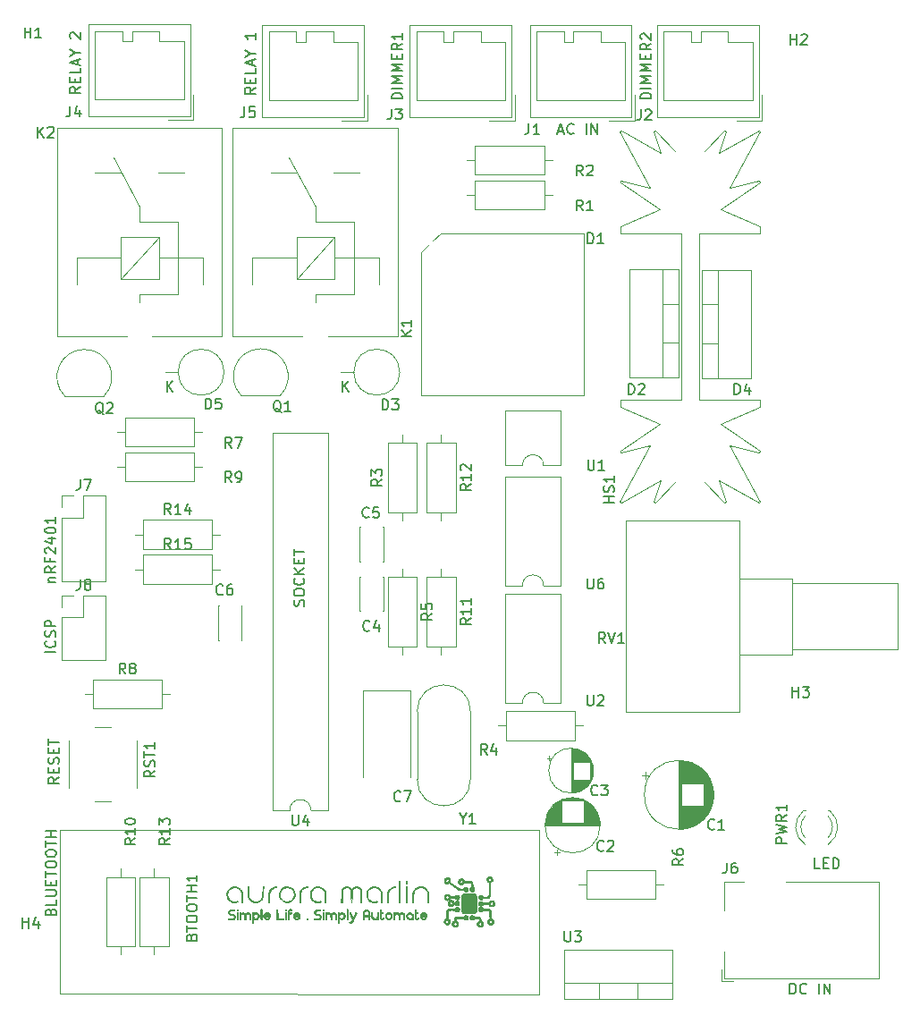
<source format=gto>
G04 #@! TF.GenerationSoftware,KiCad,Pcbnew,(5.1.2)-1*
G04 #@! TF.CreationDate,2019-06-13T16:49:56+03:00*
G04 #@! TF.ProjectId,Home_Automation,486f6d65-5f41-4757-946f-6d6174696f6e,rev?*
G04 #@! TF.SameCoordinates,Original*
G04 #@! TF.FileFunction,Legend,Top*
G04 #@! TF.FilePolarity,Positive*
%FSLAX46Y46*%
G04 Gerber Fmt 4.6, Leading zero omitted, Abs format (unit mm)*
G04 Created by KiCad (PCBNEW (5.1.2)-1) date 2019-06-13 16:49:56*
%MOMM*%
%LPD*%
G04 APERTURE LIST*
%ADD10C,0.150000*%
%ADD11C,0.120000*%
%ADD12C,0.010000*%
G04 APERTURE END LIST*
D10*
X166330261Y-99607357D02*
X166377880Y-99464500D01*
X166377880Y-99226404D01*
X166330261Y-99131166D01*
X166282642Y-99083547D01*
X166187404Y-99035928D01*
X166092166Y-99035928D01*
X165996928Y-99083547D01*
X165949309Y-99131166D01*
X165901690Y-99226404D01*
X165854071Y-99416880D01*
X165806452Y-99512119D01*
X165758833Y-99559738D01*
X165663595Y-99607357D01*
X165568357Y-99607357D01*
X165473119Y-99559738D01*
X165425500Y-99512119D01*
X165377880Y-99416880D01*
X165377880Y-99178785D01*
X165425500Y-99035928D01*
X165377880Y-98416880D02*
X165377880Y-98226404D01*
X165425500Y-98131166D01*
X165520738Y-98035928D01*
X165711214Y-97988309D01*
X166044547Y-97988309D01*
X166235023Y-98035928D01*
X166330261Y-98131166D01*
X166377880Y-98226404D01*
X166377880Y-98416880D01*
X166330261Y-98512119D01*
X166235023Y-98607357D01*
X166044547Y-98654976D01*
X165711214Y-98654976D01*
X165520738Y-98607357D01*
X165425500Y-98512119D01*
X165377880Y-98416880D01*
X166282642Y-96988309D02*
X166330261Y-97035928D01*
X166377880Y-97178785D01*
X166377880Y-97274023D01*
X166330261Y-97416880D01*
X166235023Y-97512119D01*
X166139785Y-97559738D01*
X165949309Y-97607357D01*
X165806452Y-97607357D01*
X165615976Y-97559738D01*
X165520738Y-97512119D01*
X165425500Y-97416880D01*
X165377880Y-97274023D01*
X165377880Y-97178785D01*
X165425500Y-97035928D01*
X165473119Y-96988309D01*
X166377880Y-96559738D02*
X165377880Y-96559738D01*
X166377880Y-95988309D02*
X165806452Y-96416880D01*
X165377880Y-95988309D02*
X165949309Y-96559738D01*
X165854071Y-95559738D02*
X165854071Y-95226404D01*
X166377880Y-95083547D02*
X166377880Y-95559738D01*
X165377880Y-95559738D01*
X165377880Y-95083547D01*
X165377880Y-94797833D02*
X165377880Y-94226404D01*
X166377880Y-94512119D02*
X165377880Y-94512119D01*
X215193642Y-124467880D02*
X214717452Y-124467880D01*
X214717452Y-123467880D01*
X215526976Y-123944071D02*
X215860309Y-123944071D01*
X216003166Y-124467880D02*
X215526976Y-124467880D01*
X215526976Y-123467880D01*
X216003166Y-123467880D01*
X216431738Y-124467880D02*
X216431738Y-123467880D01*
X216669833Y-123467880D01*
X216812690Y-123515500D01*
X216907928Y-123610738D01*
X216955547Y-123705976D01*
X217003166Y-123896452D01*
X217003166Y-124039309D01*
X216955547Y-124229785D01*
X216907928Y-124325023D01*
X216812690Y-124420261D01*
X216669833Y-124467880D01*
X216431738Y-124467880D01*
X212344238Y-136342380D02*
X212344238Y-135342380D01*
X212582333Y-135342380D01*
X212725190Y-135390000D01*
X212820428Y-135485238D01*
X212868047Y-135580476D01*
X212915666Y-135770952D01*
X212915666Y-135913809D01*
X212868047Y-136104285D01*
X212820428Y-136199523D01*
X212725190Y-136294761D01*
X212582333Y-136342380D01*
X212344238Y-136342380D01*
X213915666Y-136247142D02*
X213868047Y-136294761D01*
X213725190Y-136342380D01*
X213629952Y-136342380D01*
X213487095Y-136294761D01*
X213391857Y-136199523D01*
X213344238Y-136104285D01*
X213296619Y-135913809D01*
X213296619Y-135770952D01*
X213344238Y-135580476D01*
X213391857Y-135485238D01*
X213487095Y-135390000D01*
X213629952Y-135342380D01*
X213725190Y-135342380D01*
X213868047Y-135390000D01*
X213915666Y-135437619D01*
X215106142Y-136342380D02*
X215106142Y-135342380D01*
X215582333Y-136342380D02*
X215582333Y-135342380D01*
X216153761Y-136342380D01*
X216153761Y-135342380D01*
X142359071Y-128547357D02*
X142406690Y-128404500D01*
X142454309Y-128356880D01*
X142549547Y-128309261D01*
X142692404Y-128309261D01*
X142787642Y-128356880D01*
X142835261Y-128404500D01*
X142882880Y-128499738D01*
X142882880Y-128880690D01*
X141882880Y-128880690D01*
X141882880Y-128547357D01*
X141930500Y-128452119D01*
X141978119Y-128404500D01*
X142073357Y-128356880D01*
X142168595Y-128356880D01*
X142263833Y-128404500D01*
X142311452Y-128452119D01*
X142359071Y-128547357D01*
X142359071Y-128880690D01*
X142882880Y-127404500D02*
X142882880Y-127880690D01*
X141882880Y-127880690D01*
X141882880Y-127071166D02*
X142692404Y-127071166D01*
X142787642Y-127023547D01*
X142835261Y-126975928D01*
X142882880Y-126880690D01*
X142882880Y-126690214D01*
X142835261Y-126594976D01*
X142787642Y-126547357D01*
X142692404Y-126499738D01*
X141882880Y-126499738D01*
X142359071Y-126023547D02*
X142359071Y-125690214D01*
X142882880Y-125547357D02*
X142882880Y-126023547D01*
X141882880Y-126023547D01*
X141882880Y-125547357D01*
X141882880Y-125261642D02*
X141882880Y-124690214D01*
X142882880Y-124975928D02*
X141882880Y-124975928D01*
X141882880Y-124166404D02*
X141882880Y-123975928D01*
X141930500Y-123880690D01*
X142025738Y-123785452D01*
X142216214Y-123737833D01*
X142549547Y-123737833D01*
X142740023Y-123785452D01*
X142835261Y-123880690D01*
X142882880Y-123975928D01*
X142882880Y-124166404D01*
X142835261Y-124261642D01*
X142740023Y-124356880D01*
X142549547Y-124404500D01*
X142216214Y-124404500D01*
X142025738Y-124356880D01*
X141930500Y-124261642D01*
X141882880Y-124166404D01*
X141882880Y-123118785D02*
X141882880Y-122928309D01*
X141930500Y-122833071D01*
X142025738Y-122737833D01*
X142216214Y-122690214D01*
X142549547Y-122690214D01*
X142740023Y-122737833D01*
X142835261Y-122833071D01*
X142882880Y-122928309D01*
X142882880Y-123118785D01*
X142835261Y-123214023D01*
X142740023Y-123309261D01*
X142549547Y-123356880D01*
X142216214Y-123356880D01*
X142025738Y-123309261D01*
X141930500Y-123214023D01*
X141882880Y-123118785D01*
X141882880Y-122404500D02*
X141882880Y-121833071D01*
X142882880Y-122118785D02*
X141882880Y-122118785D01*
X142882880Y-121499738D02*
X141882880Y-121499738D01*
X142359071Y-121499738D02*
X142359071Y-120928309D01*
X142882880Y-120928309D02*
X141882880Y-120928309D01*
X143136880Y-115815880D02*
X142660690Y-116149214D01*
X143136880Y-116387309D02*
X142136880Y-116387309D01*
X142136880Y-116006357D01*
X142184500Y-115911119D01*
X142232119Y-115863500D01*
X142327357Y-115815880D01*
X142470214Y-115815880D01*
X142565452Y-115863500D01*
X142613071Y-115911119D01*
X142660690Y-116006357D01*
X142660690Y-116387309D01*
X142613071Y-115387309D02*
X142613071Y-115053976D01*
X143136880Y-114911119D02*
X143136880Y-115387309D01*
X142136880Y-115387309D01*
X142136880Y-114911119D01*
X143089261Y-114530166D02*
X143136880Y-114387309D01*
X143136880Y-114149214D01*
X143089261Y-114053976D01*
X143041642Y-114006357D01*
X142946404Y-113958738D01*
X142851166Y-113958738D01*
X142755928Y-114006357D01*
X142708309Y-114053976D01*
X142660690Y-114149214D01*
X142613071Y-114339690D01*
X142565452Y-114434928D01*
X142517833Y-114482547D01*
X142422595Y-114530166D01*
X142327357Y-114530166D01*
X142232119Y-114482547D01*
X142184500Y-114434928D01*
X142136880Y-114339690D01*
X142136880Y-114101595D01*
X142184500Y-113958738D01*
X142613071Y-113530166D02*
X142613071Y-113196833D01*
X143136880Y-113053976D02*
X143136880Y-113530166D01*
X142136880Y-113530166D01*
X142136880Y-113053976D01*
X142136880Y-112768261D02*
X142136880Y-112196833D01*
X143136880Y-112482547D02*
X142136880Y-112482547D01*
X142152714Y-97345119D02*
X142819380Y-97345119D01*
X142247952Y-97345119D02*
X142200333Y-97297500D01*
X142152714Y-97202261D01*
X142152714Y-97059404D01*
X142200333Y-96964166D01*
X142295571Y-96916547D01*
X142819380Y-96916547D01*
X142819380Y-95868928D02*
X142343190Y-96202261D01*
X142819380Y-96440357D02*
X141819380Y-96440357D01*
X141819380Y-96059404D01*
X141867000Y-95964166D01*
X141914619Y-95916547D01*
X142009857Y-95868928D01*
X142152714Y-95868928D01*
X142247952Y-95916547D01*
X142295571Y-95964166D01*
X142343190Y-96059404D01*
X142343190Y-96440357D01*
X142295571Y-95107023D02*
X142295571Y-95440357D01*
X142819380Y-95440357D02*
X141819380Y-95440357D01*
X141819380Y-94964166D01*
X141914619Y-94630833D02*
X141867000Y-94583214D01*
X141819380Y-94487976D01*
X141819380Y-94249880D01*
X141867000Y-94154642D01*
X141914619Y-94107023D01*
X142009857Y-94059404D01*
X142105095Y-94059404D01*
X142247952Y-94107023D01*
X142819380Y-94678452D01*
X142819380Y-94059404D01*
X142152714Y-93202261D02*
X142819380Y-93202261D01*
X141771761Y-93440357D02*
X142486047Y-93678452D01*
X142486047Y-93059404D01*
X141819380Y-92487976D02*
X141819380Y-92392738D01*
X141867000Y-92297500D01*
X141914619Y-92249880D01*
X142009857Y-92202261D01*
X142200333Y-92154642D01*
X142438428Y-92154642D01*
X142628904Y-92202261D01*
X142724142Y-92249880D01*
X142771761Y-92297500D01*
X142819380Y-92392738D01*
X142819380Y-92487976D01*
X142771761Y-92583214D01*
X142724142Y-92630833D01*
X142628904Y-92678452D01*
X142438428Y-92726071D01*
X142200333Y-92726071D01*
X142009857Y-92678452D01*
X141914619Y-92630833D01*
X141867000Y-92583214D01*
X141819380Y-92487976D01*
X142819380Y-91202261D02*
X142819380Y-91773690D01*
X142819380Y-91487976D02*
X141819380Y-91487976D01*
X141962238Y-91583214D01*
X142057476Y-91678452D01*
X142105095Y-91773690D01*
X142819380Y-103965190D02*
X141819380Y-103965190D01*
X142724142Y-102917571D02*
X142771761Y-102965190D01*
X142819380Y-103108047D01*
X142819380Y-103203285D01*
X142771761Y-103346142D01*
X142676523Y-103441380D01*
X142581285Y-103489000D01*
X142390809Y-103536619D01*
X142247952Y-103536619D01*
X142057476Y-103489000D01*
X141962238Y-103441380D01*
X141867000Y-103346142D01*
X141819380Y-103203285D01*
X141819380Y-103108047D01*
X141867000Y-102965190D01*
X141914619Y-102917571D01*
X142771761Y-102536619D02*
X142819380Y-102393761D01*
X142819380Y-102155666D01*
X142771761Y-102060428D01*
X142724142Y-102012809D01*
X142628904Y-101965190D01*
X142533666Y-101965190D01*
X142438428Y-102012809D01*
X142390809Y-102060428D01*
X142343190Y-102155666D01*
X142295571Y-102346142D01*
X142247952Y-102441380D01*
X142200333Y-102489000D01*
X142105095Y-102536619D01*
X142009857Y-102536619D01*
X141914619Y-102489000D01*
X141867000Y-102441380D01*
X141819380Y-102346142D01*
X141819380Y-102108047D01*
X141867000Y-101965190D01*
X142819380Y-101536619D02*
X141819380Y-101536619D01*
X141819380Y-101155666D01*
X141867000Y-101060428D01*
X141914619Y-101012809D01*
X142009857Y-100965190D01*
X142152714Y-100965190D01*
X142247952Y-101012809D01*
X142295571Y-101060428D01*
X142343190Y-101155666D01*
X142343190Y-101536619D01*
X190397047Y-54649666D02*
X190873238Y-54649666D01*
X190301809Y-54935380D02*
X190635142Y-53935380D01*
X190968476Y-54935380D01*
X191873238Y-54840142D02*
X191825619Y-54887761D01*
X191682761Y-54935380D01*
X191587523Y-54935380D01*
X191444666Y-54887761D01*
X191349428Y-54792523D01*
X191301809Y-54697285D01*
X191254190Y-54506809D01*
X191254190Y-54363952D01*
X191301809Y-54173476D01*
X191349428Y-54078238D01*
X191444666Y-53983000D01*
X191587523Y-53935380D01*
X191682761Y-53935380D01*
X191825619Y-53983000D01*
X191873238Y-54030619D01*
X193063714Y-54935380D02*
X193063714Y-53935380D01*
X193539904Y-54935380D02*
X193539904Y-53935380D01*
X194111333Y-54935380D01*
X194111333Y-53935380D01*
X199207380Y-51585428D02*
X198207380Y-51585428D01*
X198207380Y-51347333D01*
X198255000Y-51204476D01*
X198350238Y-51109238D01*
X198445476Y-51061619D01*
X198635952Y-51014000D01*
X198778809Y-51014000D01*
X198969285Y-51061619D01*
X199064523Y-51109238D01*
X199159761Y-51204476D01*
X199207380Y-51347333D01*
X199207380Y-51585428D01*
X199207380Y-50585428D02*
X198207380Y-50585428D01*
X199207380Y-50109238D02*
X198207380Y-50109238D01*
X198921666Y-49775904D01*
X198207380Y-49442571D01*
X199207380Y-49442571D01*
X199207380Y-48966380D02*
X198207380Y-48966380D01*
X198921666Y-48633047D01*
X198207380Y-48299714D01*
X199207380Y-48299714D01*
X198683571Y-47823523D02*
X198683571Y-47490190D01*
X199207380Y-47347333D02*
X199207380Y-47823523D01*
X198207380Y-47823523D01*
X198207380Y-47347333D01*
X199207380Y-46347333D02*
X198731190Y-46680666D01*
X199207380Y-46918761D02*
X198207380Y-46918761D01*
X198207380Y-46537809D01*
X198255000Y-46442571D01*
X198302619Y-46394952D01*
X198397857Y-46347333D01*
X198540714Y-46347333D01*
X198635952Y-46394952D01*
X198683571Y-46442571D01*
X198731190Y-46537809D01*
X198731190Y-46918761D01*
X198302619Y-45966380D02*
X198255000Y-45918761D01*
X198207380Y-45823523D01*
X198207380Y-45585428D01*
X198255000Y-45490190D01*
X198302619Y-45442571D01*
X198397857Y-45394952D01*
X198493095Y-45394952D01*
X198635952Y-45442571D01*
X199207380Y-46014000D01*
X199207380Y-45394952D01*
X175648880Y-51585428D02*
X174648880Y-51585428D01*
X174648880Y-51347333D01*
X174696500Y-51204476D01*
X174791738Y-51109238D01*
X174886976Y-51061619D01*
X175077452Y-51014000D01*
X175220309Y-51014000D01*
X175410785Y-51061619D01*
X175506023Y-51109238D01*
X175601261Y-51204476D01*
X175648880Y-51347333D01*
X175648880Y-51585428D01*
X175648880Y-50585428D02*
X174648880Y-50585428D01*
X175648880Y-50109238D02*
X174648880Y-50109238D01*
X175363166Y-49775904D01*
X174648880Y-49442571D01*
X175648880Y-49442571D01*
X175648880Y-48966380D02*
X174648880Y-48966380D01*
X175363166Y-48633047D01*
X174648880Y-48299714D01*
X175648880Y-48299714D01*
X175125071Y-47823523D02*
X175125071Y-47490190D01*
X175648880Y-47347333D02*
X175648880Y-47823523D01*
X174648880Y-47823523D01*
X174648880Y-47347333D01*
X175648880Y-46347333D02*
X175172690Y-46680666D01*
X175648880Y-46918761D02*
X174648880Y-46918761D01*
X174648880Y-46537809D01*
X174696500Y-46442571D01*
X174744119Y-46394952D01*
X174839357Y-46347333D01*
X174982214Y-46347333D01*
X175077452Y-46394952D01*
X175125071Y-46442571D01*
X175172690Y-46537809D01*
X175172690Y-46918761D01*
X175648880Y-45394952D02*
X175648880Y-45966380D01*
X175648880Y-45680666D02*
X174648880Y-45680666D01*
X174791738Y-45775904D01*
X174886976Y-45871142D01*
X174934595Y-45966380D01*
X145168880Y-50458404D02*
X144692690Y-50791738D01*
X145168880Y-51029833D02*
X144168880Y-51029833D01*
X144168880Y-50648880D01*
X144216500Y-50553642D01*
X144264119Y-50506023D01*
X144359357Y-50458404D01*
X144502214Y-50458404D01*
X144597452Y-50506023D01*
X144645071Y-50553642D01*
X144692690Y-50648880D01*
X144692690Y-51029833D01*
X144645071Y-50029833D02*
X144645071Y-49696500D01*
X145168880Y-49553642D02*
X145168880Y-50029833D01*
X144168880Y-50029833D01*
X144168880Y-49553642D01*
X145168880Y-48648880D02*
X145168880Y-49125071D01*
X144168880Y-49125071D01*
X144883166Y-48363166D02*
X144883166Y-47886976D01*
X145168880Y-48458404D02*
X144168880Y-48125071D01*
X145168880Y-47791738D01*
X144692690Y-47267928D02*
X145168880Y-47267928D01*
X144168880Y-47601261D02*
X144692690Y-47267928D01*
X144168880Y-46934595D01*
X144264119Y-45886976D02*
X144216500Y-45839357D01*
X144168880Y-45744119D01*
X144168880Y-45506023D01*
X144216500Y-45410785D01*
X144264119Y-45363166D01*
X144359357Y-45315547D01*
X144454595Y-45315547D01*
X144597452Y-45363166D01*
X145168880Y-45934595D01*
X145168880Y-45315547D01*
X161742380Y-50521904D02*
X161266190Y-50855238D01*
X161742380Y-51093333D02*
X160742380Y-51093333D01*
X160742380Y-50712380D01*
X160790000Y-50617142D01*
X160837619Y-50569523D01*
X160932857Y-50521904D01*
X161075714Y-50521904D01*
X161170952Y-50569523D01*
X161218571Y-50617142D01*
X161266190Y-50712380D01*
X161266190Y-51093333D01*
X161218571Y-50093333D02*
X161218571Y-49760000D01*
X161742380Y-49617142D02*
X161742380Y-50093333D01*
X160742380Y-50093333D01*
X160742380Y-49617142D01*
X161742380Y-48712380D02*
X161742380Y-49188571D01*
X160742380Y-49188571D01*
X161456666Y-48426666D02*
X161456666Y-47950476D01*
X161742380Y-48521904D02*
X160742380Y-48188571D01*
X161742380Y-47855238D01*
X161266190Y-47331428D02*
X161742380Y-47331428D01*
X160742380Y-47664761D02*
X161266190Y-47331428D01*
X160742380Y-46998095D01*
X161742380Y-45379047D02*
X161742380Y-45950476D01*
X161742380Y-45664761D02*
X160742380Y-45664761D01*
X160885238Y-45760000D01*
X160980476Y-45855238D01*
X161028095Y-45950476D01*
D11*
X143319500Y-120840500D02*
X143256000Y-120840500D01*
X143256000Y-120840500D02*
X143319500Y-120840500D01*
X143256000Y-136334500D02*
X143256000Y-120840500D01*
X188595000Y-136398000D02*
X143256000Y-136334500D01*
X188595000Y-120840500D02*
X188595000Y-136398000D01*
X143319500Y-120840500D02*
X188595000Y-120840500D01*
X171920500Y-107619500D02*
X171920500Y-115854500D01*
X176440500Y-107619500D02*
X171920500Y-107619500D01*
X176440500Y-115854500D02*
X176440500Y-107619500D01*
X177053000Y-116003000D02*
G75*
G03X182103000Y-116003000I2525000J0D01*
G01*
X177053000Y-109603000D02*
G75*
G02X182103000Y-109603000I2525000J0D01*
G01*
X177053000Y-109603000D02*
X177053000Y-116003000D01*
X182103000Y-109603000D02*
X182103000Y-116003000D01*
X185373500Y-97659500D02*
X187023500Y-97659500D01*
X185373500Y-87379500D02*
X185373500Y-97659500D01*
X190673500Y-87379500D02*
X185373500Y-87379500D01*
X190673500Y-97659500D02*
X190673500Y-87379500D01*
X189023500Y-97659500D02*
X190673500Y-97659500D01*
X187023500Y-97659500D02*
G75*
G02X189023500Y-97659500I1000000J0D01*
G01*
X163339000Y-118932000D02*
X164989000Y-118932000D01*
X163339000Y-83252000D02*
X163339000Y-118932000D01*
X168639000Y-83252000D02*
X163339000Y-83252000D01*
X168639000Y-118932000D02*
X168639000Y-83252000D01*
X166989000Y-118932000D02*
X168639000Y-118932000D01*
X164989000Y-118932000D02*
G75*
G02X166989000Y-118932000I1000000J0D01*
G01*
X194237000Y-136810500D02*
X194237000Y-135300500D01*
X197938000Y-136810500D02*
X197938000Y-135300500D01*
X201208000Y-135300500D02*
X190968000Y-135300500D01*
X190968000Y-136810500D02*
X190968000Y-132169500D01*
X201208000Y-136810500D02*
X201208000Y-132169500D01*
X201208000Y-132169500D02*
X190968000Y-132169500D01*
X201208000Y-136810500D02*
X190968000Y-136810500D01*
X185373500Y-108772000D02*
X187023500Y-108772000D01*
X185373500Y-98492000D02*
X185373500Y-108772000D01*
X190673500Y-98492000D02*
X185373500Y-98492000D01*
X190673500Y-108772000D02*
X190673500Y-98492000D01*
X189023500Y-108772000D02*
X190673500Y-108772000D01*
X187023500Y-108772000D02*
G75*
G02X189023500Y-108772000I1000000J0D01*
G01*
X185373500Y-86293000D02*
X187023500Y-86293000D01*
X185373500Y-81093000D02*
X185373500Y-86293000D01*
X190673500Y-81093000D02*
X185373500Y-81093000D01*
X190673500Y-86293000D02*
X190673500Y-81093000D01*
X189023500Y-86293000D02*
X190673500Y-86293000D01*
X187023500Y-86293000D02*
G75*
G02X189023500Y-86293000I1000000J0D01*
G01*
X222564500Y-97480500D02*
X222564500Y-103721500D01*
X212564500Y-97480500D02*
X212564500Y-103721500D01*
X212564500Y-103721500D02*
X222564500Y-103721500D01*
X212564500Y-97480500D02*
X222564500Y-97480500D01*
X212564500Y-96980500D02*
X212564500Y-104220500D01*
X207564500Y-96980500D02*
X207564500Y-104220500D01*
X207564500Y-104220500D02*
X212564500Y-104220500D01*
X207564500Y-96980500D02*
X212564500Y-96980500D01*
X207564500Y-91530500D02*
X207564500Y-109670500D01*
X196824500Y-91530500D02*
X196824500Y-109670500D01*
X196824500Y-109670500D02*
X207564500Y-109670500D01*
X196824500Y-91530500D02*
X207564500Y-91530500D01*
X148034000Y-111106000D02*
X146534000Y-111106000D01*
X144034000Y-112356000D02*
X144034000Y-116856000D01*
X146534000Y-118106000D02*
X148034000Y-118106000D01*
X150534000Y-116856000D02*
X150534000Y-112356000D01*
X158408500Y-96139000D02*
X157638500Y-96139000D01*
X150328500Y-96139000D02*
X151098500Y-96139000D01*
X157638500Y-94769000D02*
X151098500Y-94769000D01*
X157638500Y-97509000D02*
X157638500Y-94769000D01*
X151098500Y-97509000D02*
X157638500Y-97509000D01*
X151098500Y-94769000D02*
X151098500Y-97509000D01*
X158408500Y-92837000D02*
X157638500Y-92837000D01*
X150328500Y-92837000D02*
X151098500Y-92837000D01*
X157638500Y-91467000D02*
X151098500Y-91467000D01*
X157638500Y-94207000D02*
X157638500Y-91467000D01*
X151098500Y-94207000D02*
X157638500Y-94207000D01*
X151098500Y-91467000D02*
X151098500Y-94207000D01*
X148971000Y-132564000D02*
X148971000Y-131794000D01*
X148971000Y-124484000D02*
X148971000Y-125254000D01*
X150341000Y-131794000D02*
X150341000Y-125254000D01*
X147601000Y-131794000D02*
X150341000Y-131794000D01*
X147601000Y-125254000D02*
X147601000Y-131794000D01*
X150341000Y-125254000D02*
X147601000Y-125254000D01*
X179324000Y-91479500D02*
X179324000Y-90709500D01*
X179324000Y-83399500D02*
X179324000Y-84169500D01*
X180694000Y-90709500D02*
X180694000Y-84169500D01*
X177954000Y-90709500D02*
X180694000Y-90709500D01*
X177954000Y-84169500D02*
X177954000Y-90709500D01*
X180694000Y-84169500D02*
X177954000Y-84169500D01*
X179324000Y-104179500D02*
X179324000Y-103409500D01*
X179324000Y-96099500D02*
X179324000Y-96869500D01*
X180694000Y-103409500D02*
X180694000Y-96869500D01*
X177954000Y-103409500D02*
X180694000Y-103409500D01*
X177954000Y-96869500D02*
X177954000Y-103409500D01*
X180694000Y-96869500D02*
X177954000Y-96869500D01*
X152146000Y-124484000D02*
X152146000Y-125254000D01*
X152146000Y-132564000D02*
X152146000Y-131794000D01*
X150776000Y-125254000D02*
X150776000Y-131794000D01*
X153516000Y-125254000D02*
X150776000Y-125254000D01*
X153516000Y-131794000D02*
X153516000Y-125254000D01*
X150776000Y-131794000D02*
X153516000Y-131794000D01*
X156694000Y-86423500D02*
X155924000Y-86423500D01*
X148614000Y-86423500D02*
X149384000Y-86423500D01*
X155924000Y-85053500D02*
X149384000Y-85053500D01*
X155924000Y-87793500D02*
X155924000Y-85053500D01*
X149384000Y-87793500D02*
X155924000Y-87793500D01*
X149384000Y-85053500D02*
X149384000Y-87793500D01*
X153646000Y-107950000D02*
X152876000Y-107950000D01*
X145566000Y-107950000D02*
X146336000Y-107950000D01*
X152876000Y-106580000D02*
X146336000Y-106580000D01*
X152876000Y-109320000D02*
X152876000Y-106580000D01*
X146336000Y-109320000D02*
X152876000Y-109320000D01*
X146336000Y-106580000D02*
X146336000Y-109320000D01*
X156694000Y-83121500D02*
X155924000Y-83121500D01*
X148614000Y-83121500D02*
X149384000Y-83121500D01*
X155924000Y-81751500D02*
X149384000Y-81751500D01*
X155924000Y-84491500D02*
X155924000Y-81751500D01*
X149384000Y-84491500D02*
X155924000Y-84491500D01*
X149384000Y-81751500D02*
X149384000Y-84491500D01*
X200382000Y-125984000D02*
X199612000Y-125984000D01*
X192302000Y-125984000D02*
X193072000Y-125984000D01*
X199612000Y-124614000D02*
X193072000Y-124614000D01*
X199612000Y-127354000D02*
X199612000Y-124614000D01*
X193072000Y-127354000D02*
X199612000Y-127354000D01*
X193072000Y-124614000D02*
X193072000Y-127354000D01*
X175641000Y-104179500D02*
X175641000Y-103409500D01*
X175641000Y-96099500D02*
X175641000Y-96869500D01*
X177011000Y-103409500D02*
X177011000Y-96869500D01*
X174271000Y-103409500D02*
X177011000Y-103409500D01*
X174271000Y-96869500D02*
X174271000Y-103409500D01*
X177011000Y-96869500D02*
X174271000Y-96869500D01*
X184682000Y-110934500D02*
X185452000Y-110934500D01*
X192762000Y-110934500D02*
X191992000Y-110934500D01*
X185452000Y-112304500D02*
X191992000Y-112304500D01*
X185452000Y-109564500D02*
X185452000Y-112304500D01*
X191992000Y-109564500D02*
X185452000Y-109564500D01*
X191992000Y-112304500D02*
X191992000Y-109564500D01*
X175641000Y-83399500D02*
X175641000Y-84169500D01*
X175641000Y-91479500D02*
X175641000Y-90709500D01*
X174271000Y-84169500D02*
X174271000Y-90709500D01*
X177011000Y-84169500D02*
X174271000Y-84169500D01*
X177011000Y-90709500D02*
X177011000Y-84169500D01*
X174271000Y-90709500D02*
X177011000Y-90709500D01*
X189841000Y-57404000D02*
X189071000Y-57404000D01*
X181761000Y-57404000D02*
X182531000Y-57404000D01*
X189071000Y-56034000D02*
X182531000Y-56034000D01*
X189071000Y-58774000D02*
X189071000Y-56034000D01*
X182531000Y-58774000D02*
X189071000Y-58774000D01*
X182531000Y-56034000D02*
X182531000Y-58774000D01*
X189841000Y-60706000D02*
X189071000Y-60706000D01*
X181761000Y-60706000D02*
X182531000Y-60706000D01*
X189071000Y-59336000D02*
X182531000Y-59336000D01*
X189071000Y-62076000D02*
X189071000Y-59336000D01*
X182531000Y-62076000D02*
X189071000Y-62076000D01*
X182531000Y-59336000D02*
X182531000Y-62076000D01*
X147380478Y-79752978D02*
G75*
G03X145542000Y-75314500I-1838478J1838478D01*
G01*
X143703522Y-79752978D02*
G75*
G02X145542000Y-75314500I1838478J1838478D01*
G01*
X143742000Y-79764500D02*
X147342000Y-79764500D01*
X164080978Y-79689478D02*
G75*
G03X162242500Y-75251000I-1838478J1838478D01*
G01*
X160404022Y-79689478D02*
G75*
G02X162242500Y-75251000I1838478J1838478D01*
G01*
X160442500Y-79701000D02*
X164042500Y-79701000D01*
X213804000Y-118963000D02*
X213648000Y-118963000D01*
X216120000Y-118963000D02*
X215964000Y-118963000D01*
X213804163Y-121564130D02*
G75*
G02X213804000Y-119482039I1079837J1041130D01*
G01*
X215963837Y-121564130D02*
G75*
G03X215964000Y-119482039I-1079837J1041130D01*
G01*
X213805392Y-122195335D02*
G75*
G02X213648484Y-118963000I1078608J1672335D01*
G01*
X215962608Y-122195335D02*
G75*
G03X216119516Y-118963000I-1078608J1672335D01*
G01*
D12*
G36*
X176081266Y-125920500D02*
G01*
X175988133Y-125920500D01*
X175988133Y-125598767D01*
X176081266Y-125598767D01*
X176081266Y-125920500D01*
X176081266Y-125920500D01*
G37*
X176081266Y-125920500D02*
X175988133Y-125920500D01*
X175988133Y-125598767D01*
X176081266Y-125598767D01*
X176081266Y-125920500D01*
G36*
X181250392Y-125409080D02*
G01*
X181278479Y-125412181D01*
X181303347Y-125419223D01*
X181331840Y-125431676D01*
X181340915Y-125436095D01*
X181395541Y-125469257D01*
X181438885Y-125510559D01*
X181473678Y-125563071D01*
X181494888Y-125609350D01*
X181507535Y-125641100D01*
X182122233Y-125641114D01*
X182175090Y-125666119D01*
X182209205Y-125684575D01*
X182233073Y-125704308D01*
X182252921Y-125730507D01*
X182253513Y-125731437D01*
X182269811Y-125760245D01*
X182282964Y-125788908D01*
X182287391Y-125801675D01*
X182289858Y-125818874D01*
X182292054Y-125850043D01*
X182293863Y-125892222D01*
X182295167Y-125942447D01*
X182295850Y-125997757D01*
X182295920Y-126017867D01*
X182296136Y-126204134D01*
X182338902Y-126229529D01*
X182383633Y-126265193D01*
X182417252Y-126310790D01*
X182438282Y-126362935D01*
X182445247Y-126418242D01*
X182439999Y-126461256D01*
X182422310Y-126509759D01*
X182395045Y-126554409D01*
X182362166Y-126588724D01*
X182361967Y-126588880D01*
X182318742Y-126613149D01*
X182267040Y-126627485D01*
X182212559Y-126631217D01*
X182160998Y-126623674D01*
X182137743Y-126615305D01*
X182094864Y-126588213D01*
X182056820Y-126550159D01*
X182028479Y-126506487D01*
X182020087Y-126486123D01*
X182010282Y-126431889D01*
X182014638Y-126376077D01*
X182031896Y-126322717D01*
X182060799Y-126275840D01*
X182096295Y-126242114D01*
X182118617Y-126225818D01*
X182136171Y-126212488D01*
X182141283Y-126208342D01*
X182145060Y-126200226D01*
X182147914Y-126182191D01*
X182149930Y-126152689D01*
X182151194Y-126110171D01*
X182151791Y-126053088D01*
X182151866Y-126016882D01*
X182151866Y-125834531D01*
X182128528Y-125811193D01*
X182118732Y-125802050D01*
X182108591Y-125795510D01*
X182095029Y-125790964D01*
X182074972Y-125787803D01*
X182045345Y-125785417D01*
X182003074Y-125783196D01*
X181982478Y-125782242D01*
X181933658Y-125780440D01*
X181873250Y-125778875D01*
X181806599Y-125777646D01*
X181739051Y-125776854D01*
X181681359Y-125776598D01*
X181502951Y-125776567D01*
X181483151Y-125820379D01*
X181448258Y-125878423D01*
X181401657Y-125926894D01*
X181346100Y-125963973D01*
X181284339Y-125987843D01*
X181219124Y-125996685D01*
X181216300Y-125996700D01*
X181155511Y-125989166D01*
X181094873Y-125968130D01*
X181039092Y-125935945D01*
X180992874Y-125894961D01*
X180979315Y-125878279D01*
X180948465Y-125828739D01*
X180930293Y-125779074D01*
X180922778Y-125722981D01*
X180922293Y-125700367D01*
X180923963Y-125681927D01*
X181073039Y-125681927D01*
X181073400Y-125725932D01*
X181088470Y-125767538D01*
X181117851Y-125804004D01*
X181151446Y-125827666D01*
X181186858Y-125839473D01*
X181227533Y-125841909D01*
X181266628Y-125835260D01*
X181294967Y-125821629D01*
X181331237Y-125785825D01*
X181353614Y-125744227D01*
X181361785Y-125699760D01*
X181355437Y-125655346D01*
X181334260Y-125613909D01*
X181319045Y-125596244D01*
X181279293Y-125567069D01*
X181235828Y-125553585D01*
X181191259Y-125555773D01*
X181148194Y-125573614D01*
X181118034Y-125597673D01*
X181087784Y-125638261D01*
X181073039Y-125681927D01*
X180923963Y-125681927D01*
X180928540Y-125631424D01*
X180947781Y-125571839D01*
X180981019Y-125519008D01*
X181000876Y-125496678D01*
X181050574Y-125453896D01*
X181103276Y-125426022D01*
X181162700Y-125411505D01*
X181212244Y-125408450D01*
X181250392Y-125409080D01*
X181250392Y-125409080D01*
G37*
X181250392Y-125409080D02*
X181278479Y-125412181D01*
X181303347Y-125419223D01*
X181331840Y-125431676D01*
X181340915Y-125436095D01*
X181395541Y-125469257D01*
X181438885Y-125510559D01*
X181473678Y-125563071D01*
X181494888Y-125609350D01*
X181507535Y-125641100D01*
X182122233Y-125641114D01*
X182175090Y-125666119D01*
X182209205Y-125684575D01*
X182233073Y-125704308D01*
X182252921Y-125730507D01*
X182253513Y-125731437D01*
X182269811Y-125760245D01*
X182282964Y-125788908D01*
X182287391Y-125801675D01*
X182289858Y-125818874D01*
X182292054Y-125850043D01*
X182293863Y-125892222D01*
X182295167Y-125942447D01*
X182295850Y-125997757D01*
X182295920Y-126017867D01*
X182296136Y-126204134D01*
X182338902Y-126229529D01*
X182383633Y-126265193D01*
X182417252Y-126310790D01*
X182438282Y-126362935D01*
X182445247Y-126418242D01*
X182439999Y-126461256D01*
X182422310Y-126509759D01*
X182395045Y-126554409D01*
X182362166Y-126588724D01*
X182361967Y-126588880D01*
X182318742Y-126613149D01*
X182267040Y-126627485D01*
X182212559Y-126631217D01*
X182160998Y-126623674D01*
X182137743Y-126615305D01*
X182094864Y-126588213D01*
X182056820Y-126550159D01*
X182028479Y-126506487D01*
X182020087Y-126486123D01*
X182010282Y-126431889D01*
X182014638Y-126376077D01*
X182031896Y-126322717D01*
X182060799Y-126275840D01*
X182096295Y-126242114D01*
X182118617Y-126225818D01*
X182136171Y-126212488D01*
X182141283Y-126208342D01*
X182145060Y-126200226D01*
X182147914Y-126182191D01*
X182149930Y-126152689D01*
X182151194Y-126110171D01*
X182151791Y-126053088D01*
X182151866Y-126016882D01*
X182151866Y-125834531D01*
X182128528Y-125811193D01*
X182118732Y-125802050D01*
X182108591Y-125795510D01*
X182095029Y-125790964D01*
X182074972Y-125787803D01*
X182045345Y-125785417D01*
X182003074Y-125783196D01*
X181982478Y-125782242D01*
X181933658Y-125780440D01*
X181873250Y-125778875D01*
X181806599Y-125777646D01*
X181739051Y-125776854D01*
X181681359Y-125776598D01*
X181502951Y-125776567D01*
X181483151Y-125820379D01*
X181448258Y-125878423D01*
X181401657Y-125926894D01*
X181346100Y-125963973D01*
X181284339Y-125987843D01*
X181219124Y-125996685D01*
X181216300Y-125996700D01*
X181155511Y-125989166D01*
X181094873Y-125968130D01*
X181039092Y-125935945D01*
X180992874Y-125894961D01*
X180979315Y-125878279D01*
X180948465Y-125828739D01*
X180930293Y-125779074D01*
X180922778Y-125722981D01*
X180922293Y-125700367D01*
X180923963Y-125681927D01*
X181073039Y-125681927D01*
X181073400Y-125725932D01*
X181088470Y-125767538D01*
X181117851Y-125804004D01*
X181151446Y-125827666D01*
X181186858Y-125839473D01*
X181227533Y-125841909D01*
X181266628Y-125835260D01*
X181294967Y-125821629D01*
X181331237Y-125785825D01*
X181353614Y-125744227D01*
X181361785Y-125699760D01*
X181355437Y-125655346D01*
X181334260Y-125613909D01*
X181319045Y-125596244D01*
X181279293Y-125567069D01*
X181235828Y-125553585D01*
X181191259Y-125555773D01*
X181148194Y-125573614D01*
X181118034Y-125597673D01*
X181087784Y-125638261D01*
X181073039Y-125681927D01*
X180923963Y-125681927D01*
X180928540Y-125631424D01*
X180947781Y-125571839D01*
X180981019Y-125519008D01*
X181000876Y-125496678D01*
X181050574Y-125453896D01*
X181103276Y-125426022D01*
X181162700Y-125411505D01*
X181212244Y-125408450D01*
X181250392Y-125409080D01*
G36*
X179887033Y-125307025D02*
G01*
X179927308Y-125307979D01*
X179956798Y-125311186D01*
X179981619Y-125317803D01*
X180007883Y-125328983D01*
X180010870Y-125330418D01*
X180056446Y-125359212D01*
X180099848Y-125398582D01*
X180135932Y-125443273D01*
X180155604Y-125478258D01*
X180172522Y-125535132D01*
X180177206Y-125597973D01*
X180169412Y-125660796D01*
X180163807Y-125681310D01*
X180147046Y-125734220D01*
X180177906Y-125758214D01*
X180193774Y-125770048D01*
X180221786Y-125790396D01*
X180260225Y-125818044D01*
X180307376Y-125851776D01*
X180361523Y-125890378D01*
X180420950Y-125932635D01*
X180483941Y-125977331D01*
X180548780Y-126023253D01*
X180613751Y-126069185D01*
X180677139Y-126113912D01*
X180737228Y-126156219D01*
X180792302Y-126194892D01*
X180840644Y-126228716D01*
X180880540Y-126256475D01*
X180910272Y-126276955D01*
X180917477Y-126281852D01*
X180964110Y-126311697D01*
X181006372Y-126335525D01*
X181040726Y-126351411D01*
X181052944Y-126355534D01*
X181079975Y-126360648D01*
X181121448Y-126365352D01*
X181174875Y-126369432D01*
X181237765Y-126372670D01*
X181260740Y-126373537D01*
X181423713Y-126379150D01*
X181441181Y-126338209D01*
X181471382Y-126286435D01*
X181511359Y-126246164D01*
X181558529Y-126218034D01*
X181610311Y-126202685D01*
X181664121Y-126200756D01*
X181717379Y-126212887D01*
X181767501Y-126239717D01*
X181784421Y-126253222D01*
X181824537Y-126298152D01*
X181850062Y-126347490D01*
X181861828Y-126398987D01*
X181860667Y-126450396D01*
X181847411Y-126499470D01*
X181822892Y-126543961D01*
X181787943Y-126581621D01*
X181743395Y-126610204D01*
X181690081Y-126627460D01*
X181644320Y-126631617D01*
X181597453Y-126628105D01*
X181557198Y-126616487D01*
X181546050Y-126611613D01*
X181514807Y-126592921D01*
X181484878Y-126568497D01*
X181474084Y-126557158D01*
X181444900Y-126522625D01*
X181275566Y-126517266D01*
X181202773Y-126514633D01*
X181144252Y-126511591D01*
X181097342Y-126507756D01*
X181059383Y-126502741D01*
X181027712Y-126496161D01*
X180999669Y-126487629D01*
X180972592Y-126476761D01*
X180961604Y-126471751D01*
X180945695Y-126464017D01*
X180928719Y-126455058D01*
X180909580Y-126444137D01*
X180887180Y-126430515D01*
X180860423Y-126413457D01*
X180828212Y-126392225D01*
X180789450Y-126366082D01*
X180743040Y-126334291D01*
X180687886Y-126296115D01*
X180622891Y-126250817D01*
X180546958Y-126197661D01*
X180458990Y-126135909D01*
X180397612Y-126092762D01*
X180044590Y-125844506D01*
X180003912Y-125862802D01*
X179976528Y-125872871D01*
X179946005Y-125878763D01*
X179906658Y-125881398D01*
X179886883Y-125881750D01*
X179848324Y-125881510D01*
X179820406Y-125879151D01*
X179796859Y-125873392D01*
X179771411Y-125862950D01*
X179753979Y-125854572D01*
X179694644Y-125816785D01*
X179647975Y-125768415D01*
X179614926Y-125710488D01*
X179611417Y-125701612D01*
X179597538Y-125643992D01*
X179595803Y-125592148D01*
X179738866Y-125592148D01*
X179746233Y-125639937D01*
X179768206Y-125679189D01*
X179804592Y-125709596D01*
X179816737Y-125716188D01*
X179864530Y-125732043D01*
X179910403Y-125731189D01*
X179930932Y-125725228D01*
X179970443Y-125702066D01*
X180001542Y-125667688D01*
X180021224Y-125626344D01*
X180026733Y-125589884D01*
X180019430Y-125542569D01*
X179999382Y-125502888D01*
X179969382Y-125472167D01*
X179932222Y-125451733D01*
X179890695Y-125442915D01*
X179847593Y-125447039D01*
X179805709Y-125465434D01*
X179789747Y-125477231D01*
X179759859Y-125509750D01*
X179743559Y-125547436D01*
X179738866Y-125592148D01*
X179595803Y-125592148D01*
X179595435Y-125581182D01*
X179604815Y-125519498D01*
X179622064Y-125471710D01*
X179659585Y-125413542D01*
X179709335Y-125364392D01*
X179763486Y-125329943D01*
X179789482Y-125318295D01*
X179812998Y-125311332D01*
X179840029Y-125307940D01*
X179876573Y-125307008D01*
X179887033Y-125307025D01*
X179887033Y-125307025D01*
G37*
X179887033Y-125307025D02*
X179927308Y-125307979D01*
X179956798Y-125311186D01*
X179981619Y-125317803D01*
X180007883Y-125328983D01*
X180010870Y-125330418D01*
X180056446Y-125359212D01*
X180099848Y-125398582D01*
X180135932Y-125443273D01*
X180155604Y-125478258D01*
X180172522Y-125535132D01*
X180177206Y-125597973D01*
X180169412Y-125660796D01*
X180163807Y-125681310D01*
X180147046Y-125734220D01*
X180177906Y-125758214D01*
X180193774Y-125770048D01*
X180221786Y-125790396D01*
X180260225Y-125818044D01*
X180307376Y-125851776D01*
X180361523Y-125890378D01*
X180420950Y-125932635D01*
X180483941Y-125977331D01*
X180548780Y-126023253D01*
X180613751Y-126069185D01*
X180677139Y-126113912D01*
X180737228Y-126156219D01*
X180792302Y-126194892D01*
X180840644Y-126228716D01*
X180880540Y-126256475D01*
X180910272Y-126276955D01*
X180917477Y-126281852D01*
X180964110Y-126311697D01*
X181006372Y-126335525D01*
X181040726Y-126351411D01*
X181052944Y-126355534D01*
X181079975Y-126360648D01*
X181121448Y-126365352D01*
X181174875Y-126369432D01*
X181237765Y-126372670D01*
X181260740Y-126373537D01*
X181423713Y-126379150D01*
X181441181Y-126338209D01*
X181471382Y-126286435D01*
X181511359Y-126246164D01*
X181558529Y-126218034D01*
X181610311Y-126202685D01*
X181664121Y-126200756D01*
X181717379Y-126212887D01*
X181767501Y-126239717D01*
X181784421Y-126253222D01*
X181824537Y-126298152D01*
X181850062Y-126347490D01*
X181861828Y-126398987D01*
X181860667Y-126450396D01*
X181847411Y-126499470D01*
X181822892Y-126543961D01*
X181787943Y-126581621D01*
X181743395Y-126610204D01*
X181690081Y-126627460D01*
X181644320Y-126631617D01*
X181597453Y-126628105D01*
X181557198Y-126616487D01*
X181546050Y-126611613D01*
X181514807Y-126592921D01*
X181484878Y-126568497D01*
X181474084Y-126557158D01*
X181444900Y-126522625D01*
X181275566Y-126517266D01*
X181202773Y-126514633D01*
X181144252Y-126511591D01*
X181097342Y-126507756D01*
X181059383Y-126502741D01*
X181027712Y-126496161D01*
X180999669Y-126487629D01*
X180972592Y-126476761D01*
X180961604Y-126471751D01*
X180945695Y-126464017D01*
X180928719Y-126455058D01*
X180909580Y-126444137D01*
X180887180Y-126430515D01*
X180860423Y-126413457D01*
X180828212Y-126392225D01*
X180789450Y-126366082D01*
X180743040Y-126334291D01*
X180687886Y-126296115D01*
X180622891Y-126250817D01*
X180546958Y-126197661D01*
X180458990Y-126135909D01*
X180397612Y-126092762D01*
X180044590Y-125844506D01*
X180003912Y-125862802D01*
X179976528Y-125872871D01*
X179946005Y-125878763D01*
X179906658Y-125881398D01*
X179886883Y-125881750D01*
X179848324Y-125881510D01*
X179820406Y-125879151D01*
X179796859Y-125873392D01*
X179771411Y-125862950D01*
X179753979Y-125854572D01*
X179694644Y-125816785D01*
X179647975Y-125768415D01*
X179614926Y-125710488D01*
X179611417Y-125701612D01*
X179597538Y-125643992D01*
X179595803Y-125592148D01*
X179738866Y-125592148D01*
X179746233Y-125639937D01*
X179768206Y-125679189D01*
X179804592Y-125709596D01*
X179816737Y-125716188D01*
X179864530Y-125732043D01*
X179910403Y-125731189D01*
X179930932Y-125725228D01*
X179970443Y-125702066D01*
X180001542Y-125667688D01*
X180021224Y-125626344D01*
X180026733Y-125589884D01*
X180019430Y-125542569D01*
X179999382Y-125502888D01*
X179969382Y-125472167D01*
X179932222Y-125451733D01*
X179890695Y-125442915D01*
X179847593Y-125447039D01*
X179805709Y-125465434D01*
X179789747Y-125477231D01*
X179759859Y-125509750D01*
X179743559Y-125547436D01*
X179738866Y-125592148D01*
X179595803Y-125592148D01*
X179595435Y-125581182D01*
X179604815Y-125519498D01*
X179622064Y-125471710D01*
X179659585Y-125413542D01*
X179709335Y-125364392D01*
X179763486Y-125329943D01*
X179789482Y-125318295D01*
X179812998Y-125311332D01*
X179840029Y-125307940D01*
X179876573Y-125307008D01*
X179887033Y-125307025D01*
G36*
X183971330Y-125221258D02*
G01*
X184027091Y-125241306D01*
X184077936Y-125273937D01*
X184121601Y-125319146D01*
X184151147Y-125366982D01*
X184172938Y-125428687D01*
X184180144Y-125493168D01*
X184172627Y-125556424D01*
X184159019Y-125596739D01*
X184137905Y-125632489D01*
X184107326Y-125669314D01*
X184071714Y-125702934D01*
X184035502Y-125729067D01*
X184008852Y-125741781D01*
X183974722Y-125753045D01*
X183969935Y-126372289D01*
X183969011Y-126489799D01*
X183968157Y-126591625D01*
X183967330Y-126679017D01*
X183966491Y-126753223D01*
X183965598Y-126815493D01*
X183964610Y-126867076D01*
X183963485Y-126909222D01*
X183962183Y-126943180D01*
X183960662Y-126970198D01*
X183958881Y-126991526D01*
X183956799Y-127008414D01*
X183954375Y-127022110D01*
X183951568Y-127033863D01*
X183948336Y-127044924D01*
X183947710Y-127046926D01*
X183919898Y-127114597D01*
X183882755Y-127168772D01*
X183834991Y-127210855D01*
X183775317Y-127242252D01*
X183764766Y-127246308D01*
X183749599Y-127251148D01*
X183731922Y-127254981D01*
X183709489Y-127257961D01*
X183680051Y-127260244D01*
X183641360Y-127261986D01*
X183591167Y-127263343D01*
X183527225Y-127264469D01*
X183496013Y-127264908D01*
X183269593Y-127267928D01*
X183220846Y-127316328D01*
X183180742Y-127351360D01*
X183145764Y-127371970D01*
X183137251Y-127374981D01*
X183096069Y-127382574D01*
X183050679Y-127383960D01*
X183009252Y-127379137D01*
X182994300Y-127375018D01*
X182948902Y-127350835D01*
X182909305Y-127314026D01*
X182878843Y-127268715D01*
X182860853Y-127219030D01*
X182858839Y-127207479D01*
X182858218Y-127144503D01*
X182873382Y-127085770D01*
X182903314Y-127033441D01*
X182946994Y-126989677D01*
X182968528Y-126974782D01*
X182992664Y-126961163D01*
X183014177Y-126953425D01*
X183039655Y-126949970D01*
X183074069Y-126949200D01*
X183110546Y-126950177D01*
X183136766Y-126954095D01*
X183159341Y-126962440D01*
X183177826Y-126972475D01*
X183220542Y-127004268D01*
X183254994Y-127043067D01*
X183277286Y-127084328D01*
X183279512Y-127091017D01*
X183289080Y-127122767D01*
X183488823Y-127122395D01*
X183565065Y-127121887D01*
X183626388Y-127120284D01*
X183674797Y-127117000D01*
X183712300Y-127111450D01*
X183740902Y-127103046D01*
X183762609Y-127091202D01*
X183779429Y-127075333D01*
X183793367Y-127054850D01*
X183806212Y-127029633D01*
X183809589Y-127022084D01*
X183812515Y-127014079D01*
X183815030Y-127004403D01*
X183817169Y-126991840D01*
X183818971Y-126975174D01*
X183820474Y-126953189D01*
X183821713Y-126924669D01*
X183822728Y-126888399D01*
X183823556Y-126843162D01*
X183824233Y-126787744D01*
X183824798Y-126720928D01*
X183825289Y-126641498D01*
X183825742Y-126548238D01*
X183826194Y-126439933D01*
X183826458Y-126373163D01*
X183828884Y-125754792D01*
X183797395Y-125743406D01*
X183765335Y-125726053D01*
X183730220Y-125697876D01*
X183696553Y-125663203D01*
X183668841Y-125626361D01*
X183660245Y-125611635D01*
X183649377Y-125588937D01*
X183642685Y-125567689D01*
X183639197Y-125542557D01*
X183637943Y-125508206D01*
X183637848Y-125488700D01*
X183638126Y-125469256D01*
X183779769Y-125469256D01*
X183780254Y-125512174D01*
X183791376Y-125545088D01*
X183816507Y-125580017D01*
X183851095Y-125603629D01*
X183891203Y-125614843D01*
X183932892Y-125612575D01*
X183972223Y-125595745D01*
X183973257Y-125595051D01*
X184006017Y-125564064D01*
X184024788Y-125527427D01*
X184030081Y-125488235D01*
X184022407Y-125449583D01*
X184002278Y-125414566D01*
X183970204Y-125386279D01*
X183936187Y-125370543D01*
X183893639Y-125364736D01*
X183853938Y-125375591D01*
X183827759Y-125393059D01*
X183795700Y-125429149D01*
X183779769Y-125469256D01*
X183638126Y-125469256D01*
X183638423Y-125448594D01*
X183640799Y-125420060D01*
X183645951Y-125397755D01*
X183654856Y-125376337D01*
X183660332Y-125365594D01*
X183698039Y-125310003D01*
X183744415Y-125267035D01*
X183797197Y-125236683D01*
X183854119Y-125218941D01*
X183912918Y-125213801D01*
X183971330Y-125221258D01*
X183971330Y-125221258D01*
G37*
X183971330Y-125221258D02*
X184027091Y-125241306D01*
X184077936Y-125273937D01*
X184121601Y-125319146D01*
X184151147Y-125366982D01*
X184172938Y-125428687D01*
X184180144Y-125493168D01*
X184172627Y-125556424D01*
X184159019Y-125596739D01*
X184137905Y-125632489D01*
X184107326Y-125669314D01*
X184071714Y-125702934D01*
X184035502Y-125729067D01*
X184008852Y-125741781D01*
X183974722Y-125753045D01*
X183969935Y-126372289D01*
X183969011Y-126489799D01*
X183968157Y-126591625D01*
X183967330Y-126679017D01*
X183966491Y-126753223D01*
X183965598Y-126815493D01*
X183964610Y-126867076D01*
X183963485Y-126909222D01*
X183962183Y-126943180D01*
X183960662Y-126970198D01*
X183958881Y-126991526D01*
X183956799Y-127008414D01*
X183954375Y-127022110D01*
X183951568Y-127033863D01*
X183948336Y-127044924D01*
X183947710Y-127046926D01*
X183919898Y-127114597D01*
X183882755Y-127168772D01*
X183834991Y-127210855D01*
X183775317Y-127242252D01*
X183764766Y-127246308D01*
X183749599Y-127251148D01*
X183731922Y-127254981D01*
X183709489Y-127257961D01*
X183680051Y-127260244D01*
X183641360Y-127261986D01*
X183591167Y-127263343D01*
X183527225Y-127264469D01*
X183496013Y-127264908D01*
X183269593Y-127267928D01*
X183220846Y-127316328D01*
X183180742Y-127351360D01*
X183145764Y-127371970D01*
X183137251Y-127374981D01*
X183096069Y-127382574D01*
X183050679Y-127383960D01*
X183009252Y-127379137D01*
X182994300Y-127375018D01*
X182948902Y-127350835D01*
X182909305Y-127314026D01*
X182878843Y-127268715D01*
X182860853Y-127219030D01*
X182858839Y-127207479D01*
X182858218Y-127144503D01*
X182873382Y-127085770D01*
X182903314Y-127033441D01*
X182946994Y-126989677D01*
X182968528Y-126974782D01*
X182992664Y-126961163D01*
X183014177Y-126953425D01*
X183039655Y-126949970D01*
X183074069Y-126949200D01*
X183110546Y-126950177D01*
X183136766Y-126954095D01*
X183159341Y-126962440D01*
X183177826Y-126972475D01*
X183220542Y-127004268D01*
X183254994Y-127043067D01*
X183277286Y-127084328D01*
X183279512Y-127091017D01*
X183289080Y-127122767D01*
X183488823Y-127122395D01*
X183565065Y-127121887D01*
X183626388Y-127120284D01*
X183674797Y-127117000D01*
X183712300Y-127111450D01*
X183740902Y-127103046D01*
X183762609Y-127091202D01*
X183779429Y-127075333D01*
X183793367Y-127054850D01*
X183806212Y-127029633D01*
X183809589Y-127022084D01*
X183812515Y-127014079D01*
X183815030Y-127004403D01*
X183817169Y-126991840D01*
X183818971Y-126975174D01*
X183820474Y-126953189D01*
X183821713Y-126924669D01*
X183822728Y-126888399D01*
X183823556Y-126843162D01*
X183824233Y-126787744D01*
X183824798Y-126720928D01*
X183825289Y-126641498D01*
X183825742Y-126548238D01*
X183826194Y-126439933D01*
X183826458Y-126373163D01*
X183828884Y-125754792D01*
X183797395Y-125743406D01*
X183765335Y-125726053D01*
X183730220Y-125697876D01*
X183696553Y-125663203D01*
X183668841Y-125626361D01*
X183660245Y-125611635D01*
X183649377Y-125588937D01*
X183642685Y-125567689D01*
X183639197Y-125542557D01*
X183637943Y-125508206D01*
X183637848Y-125488700D01*
X183638126Y-125469256D01*
X183779769Y-125469256D01*
X183780254Y-125512174D01*
X183791376Y-125545088D01*
X183816507Y-125580017D01*
X183851095Y-125603629D01*
X183891203Y-125614843D01*
X183932892Y-125612575D01*
X183972223Y-125595745D01*
X183973257Y-125595051D01*
X184006017Y-125564064D01*
X184024788Y-125527427D01*
X184030081Y-125488235D01*
X184022407Y-125449583D01*
X184002278Y-125414566D01*
X183970204Y-125386279D01*
X183936187Y-125370543D01*
X183893639Y-125364736D01*
X183853938Y-125375591D01*
X183827759Y-125393059D01*
X183795700Y-125429149D01*
X183779769Y-125469256D01*
X183638126Y-125469256D01*
X183638423Y-125448594D01*
X183640799Y-125420060D01*
X183645951Y-125397755D01*
X183654856Y-125376337D01*
X183660332Y-125365594D01*
X183698039Y-125310003D01*
X183744415Y-125267035D01*
X183797197Y-125236683D01*
X183854119Y-125218941D01*
X183912918Y-125213801D01*
X183971330Y-125221258D01*
G36*
X179960143Y-126884507D02*
G01*
X180011553Y-126901115D01*
X180014033Y-126902301D01*
X180067096Y-126936256D01*
X180114400Y-126981837D01*
X180151835Y-127034527D01*
X180170282Y-127074083D01*
X180178714Y-127097367D01*
X180617345Y-127097367D01*
X180627732Y-127072290D01*
X180644292Y-127045918D01*
X180670971Y-127017000D01*
X180702547Y-126990159D01*
X180733798Y-126970014D01*
X180751631Y-126962654D01*
X180795748Y-126955003D01*
X180841722Y-126954580D01*
X180882204Y-126961248D01*
X180893903Y-126965311D01*
X180930263Y-126986744D01*
X180966381Y-127018410D01*
X180996307Y-127054597D01*
X181008371Y-127075178D01*
X181022802Y-127121919D01*
X181025979Y-127174989D01*
X181017994Y-127228144D01*
X181005621Y-127262467D01*
X180973787Y-127312080D01*
X180932319Y-127349586D01*
X180883783Y-127374015D01*
X180830741Y-127384399D01*
X180775758Y-127379768D01*
X180733638Y-127365326D01*
X180695333Y-127341642D01*
X180659764Y-127309439D01*
X180632650Y-127274229D01*
X180625851Y-127261425D01*
X180616681Y-127241300D01*
X180397641Y-127241300D01*
X180330811Y-127241378D01*
X180278968Y-127241697D01*
X180240167Y-127242386D01*
X180212462Y-127243574D01*
X180193908Y-127245390D01*
X180182558Y-127247961D01*
X180176469Y-127251417D01*
X180173693Y-127255887D01*
X180173614Y-127256117D01*
X180143814Y-127321538D01*
X180102623Y-127376526D01*
X180051666Y-127419151D01*
X180022500Y-127435481D01*
X179974391Y-127451436D01*
X179918169Y-127459210D01*
X179860724Y-127458472D01*
X179808947Y-127448889D01*
X179800671Y-127446168D01*
X179734821Y-127414533D01*
X179681217Y-127371555D01*
X179640628Y-127318340D01*
X179613819Y-127255991D01*
X179601557Y-127185615D01*
X179601140Y-127169333D01*
X179747333Y-127169333D01*
X179753315Y-127213948D01*
X179772653Y-127251562D01*
X179795260Y-127276227D01*
X179834241Y-127303626D01*
X179875499Y-127314710D01*
X179921539Y-127310096D01*
X179926987Y-127308661D01*
X179971817Y-127288409D01*
X180005733Y-127257322D01*
X180027535Y-127218337D01*
X180036020Y-127174392D01*
X180029987Y-127128424D01*
X180014858Y-127093778D01*
X179984360Y-127056708D01*
X179946032Y-127032805D01*
X179903160Y-127022543D01*
X179859029Y-127026400D01*
X179816924Y-127044852D01*
X179795260Y-127061922D01*
X179765474Y-127097643D01*
X179750355Y-127136437D01*
X179747333Y-127169333D01*
X179601140Y-127169333D01*
X179600855Y-127158244D01*
X179602809Y-127119342D01*
X179609012Y-127088288D01*
X179621572Y-127056132D01*
X179628145Y-127042379D01*
X179664116Y-126986239D01*
X179711134Y-126938862D01*
X179765597Y-126903595D01*
X179787959Y-126893891D01*
X179841925Y-126880656D01*
X179901460Y-126877608D01*
X179960143Y-126884507D01*
X179960143Y-126884507D01*
G37*
X179960143Y-126884507D02*
X180011553Y-126901115D01*
X180014033Y-126902301D01*
X180067096Y-126936256D01*
X180114400Y-126981837D01*
X180151835Y-127034527D01*
X180170282Y-127074083D01*
X180178714Y-127097367D01*
X180617345Y-127097367D01*
X180627732Y-127072290D01*
X180644292Y-127045918D01*
X180670971Y-127017000D01*
X180702547Y-126990159D01*
X180733798Y-126970014D01*
X180751631Y-126962654D01*
X180795748Y-126955003D01*
X180841722Y-126954580D01*
X180882204Y-126961248D01*
X180893903Y-126965311D01*
X180930263Y-126986744D01*
X180966381Y-127018410D01*
X180996307Y-127054597D01*
X181008371Y-127075178D01*
X181022802Y-127121919D01*
X181025979Y-127174989D01*
X181017994Y-127228144D01*
X181005621Y-127262467D01*
X180973787Y-127312080D01*
X180932319Y-127349586D01*
X180883783Y-127374015D01*
X180830741Y-127384399D01*
X180775758Y-127379768D01*
X180733638Y-127365326D01*
X180695333Y-127341642D01*
X180659764Y-127309439D01*
X180632650Y-127274229D01*
X180625851Y-127261425D01*
X180616681Y-127241300D01*
X180397641Y-127241300D01*
X180330811Y-127241378D01*
X180278968Y-127241697D01*
X180240167Y-127242386D01*
X180212462Y-127243574D01*
X180193908Y-127245390D01*
X180182558Y-127247961D01*
X180176469Y-127251417D01*
X180173693Y-127255887D01*
X180173614Y-127256117D01*
X180143814Y-127321538D01*
X180102623Y-127376526D01*
X180051666Y-127419151D01*
X180022500Y-127435481D01*
X179974391Y-127451436D01*
X179918169Y-127459210D01*
X179860724Y-127458472D01*
X179808947Y-127448889D01*
X179800671Y-127446168D01*
X179734821Y-127414533D01*
X179681217Y-127371555D01*
X179640628Y-127318340D01*
X179613819Y-127255991D01*
X179601557Y-127185615D01*
X179601140Y-127169333D01*
X179747333Y-127169333D01*
X179753315Y-127213948D01*
X179772653Y-127251562D01*
X179795260Y-127276227D01*
X179834241Y-127303626D01*
X179875499Y-127314710D01*
X179921539Y-127310096D01*
X179926987Y-127308661D01*
X179971817Y-127288409D01*
X180005733Y-127257322D01*
X180027535Y-127218337D01*
X180036020Y-127174392D01*
X180029987Y-127128424D01*
X180014858Y-127093778D01*
X179984360Y-127056708D01*
X179946032Y-127032805D01*
X179903160Y-127022543D01*
X179859029Y-127026400D01*
X179816924Y-127044852D01*
X179795260Y-127061922D01*
X179765474Y-127097643D01*
X179750355Y-127136437D01*
X179747333Y-127169333D01*
X179601140Y-127169333D01*
X179600855Y-127158244D01*
X179602809Y-127119342D01*
X179609012Y-127088288D01*
X179621572Y-127056132D01*
X179628145Y-127042379D01*
X179664116Y-126986239D01*
X179711134Y-126938862D01*
X179765597Y-126903595D01*
X179787959Y-126893891D01*
X179841925Y-126880656D01*
X179901460Y-126877608D01*
X179960143Y-126884507D01*
G36*
X177461500Y-126159249D02*
G01*
X177562912Y-126177131D01*
X177657705Y-126207796D01*
X177677452Y-126216318D01*
X177758902Y-126260567D01*
X177837633Y-126317179D01*
X177910860Y-126383333D01*
X177975797Y-126456206D01*
X178029658Y-126532976D01*
X178069659Y-126610820D01*
X178071673Y-126615749D01*
X178083022Y-126644138D01*
X178092616Y-126669316D01*
X178100613Y-126692971D01*
X178107174Y-126716792D01*
X178112459Y-126742468D01*
X178116628Y-126771687D01*
X178119841Y-126806138D01*
X178122258Y-126847510D01*
X178124039Y-126897492D01*
X178125343Y-126957771D01*
X178126332Y-127030037D01*
X178127165Y-127115978D01*
X178127939Y-127209550D01*
X178131432Y-127639234D01*
X178037066Y-127639234D01*
X178037066Y-127236710D01*
X178036963Y-127130432D01*
X178036500Y-127039399D01*
X178035445Y-126961922D01*
X178033565Y-126896314D01*
X178030629Y-126840887D01*
X178026404Y-126793952D01*
X178020659Y-126753821D01*
X178013161Y-126718806D01*
X178003679Y-126687220D01*
X177991980Y-126657374D01*
X177977832Y-126627580D01*
X177961004Y-126596149D01*
X177945172Y-126568200D01*
X177921400Y-126533568D01*
X177887279Y-126492731D01*
X177846345Y-126449182D01*
X177802133Y-126406409D01*
X177758177Y-126367902D01*
X177718013Y-126337153D01*
X177698400Y-126324567D01*
X177609357Y-126282253D01*
X177514056Y-126254137D01*
X177415189Y-126240312D01*
X177315446Y-126240871D01*
X177217519Y-126255906D01*
X177124100Y-126285510D01*
X177084566Y-126303450D01*
X176993719Y-126357735D01*
X176912953Y-126423831D01*
X176843492Y-126500080D01*
X176786562Y-126584826D01*
X176743389Y-126676410D01*
X176715197Y-126773175D01*
X176708490Y-126812229D01*
X176706293Y-126837107D01*
X176704336Y-126877289D01*
X176702654Y-126931151D01*
X176701279Y-126997065D01*
X176700246Y-127073406D01*
X176699586Y-127158545D01*
X176699334Y-127250857D01*
X176699333Y-127258846D01*
X176699333Y-127639234D01*
X176613827Y-127639234D01*
X176616469Y-127196850D01*
X176619112Y-126754467D01*
X176643266Y-126682500D01*
X176661976Y-126629806D01*
X176680121Y-126587036D01*
X176700980Y-126547620D01*
X176727829Y-126504991D01*
X176743074Y-126482524D01*
X176803834Y-126406542D01*
X176876610Y-126335874D01*
X176957154Y-126274094D01*
X177041218Y-126224772D01*
X177060466Y-126215629D01*
X177152951Y-126182340D01*
X177252979Y-126161849D01*
X177357009Y-126154154D01*
X177461500Y-126159249D01*
X177461500Y-126159249D01*
G37*
X177461500Y-126159249D02*
X177562912Y-126177131D01*
X177657705Y-126207796D01*
X177677452Y-126216318D01*
X177758902Y-126260567D01*
X177837633Y-126317179D01*
X177910860Y-126383333D01*
X177975797Y-126456206D01*
X178029658Y-126532976D01*
X178069659Y-126610820D01*
X178071673Y-126615749D01*
X178083022Y-126644138D01*
X178092616Y-126669316D01*
X178100613Y-126692971D01*
X178107174Y-126716792D01*
X178112459Y-126742468D01*
X178116628Y-126771687D01*
X178119841Y-126806138D01*
X178122258Y-126847510D01*
X178124039Y-126897492D01*
X178125343Y-126957771D01*
X178126332Y-127030037D01*
X178127165Y-127115978D01*
X178127939Y-127209550D01*
X178131432Y-127639234D01*
X178037066Y-127639234D01*
X178037066Y-127236710D01*
X178036963Y-127130432D01*
X178036500Y-127039399D01*
X178035445Y-126961922D01*
X178033565Y-126896314D01*
X178030629Y-126840887D01*
X178026404Y-126793952D01*
X178020659Y-126753821D01*
X178013161Y-126718806D01*
X178003679Y-126687220D01*
X177991980Y-126657374D01*
X177977832Y-126627580D01*
X177961004Y-126596149D01*
X177945172Y-126568200D01*
X177921400Y-126533568D01*
X177887279Y-126492731D01*
X177846345Y-126449182D01*
X177802133Y-126406409D01*
X177758177Y-126367902D01*
X177718013Y-126337153D01*
X177698400Y-126324567D01*
X177609357Y-126282253D01*
X177514056Y-126254137D01*
X177415189Y-126240312D01*
X177315446Y-126240871D01*
X177217519Y-126255906D01*
X177124100Y-126285510D01*
X177084566Y-126303450D01*
X176993719Y-126357735D01*
X176912953Y-126423831D01*
X176843492Y-126500080D01*
X176786562Y-126584826D01*
X176743389Y-126676410D01*
X176715197Y-126773175D01*
X176708490Y-126812229D01*
X176706293Y-126837107D01*
X176704336Y-126877289D01*
X176702654Y-126931151D01*
X176701279Y-126997065D01*
X176700246Y-127073406D01*
X176699586Y-127158545D01*
X176699334Y-127250857D01*
X176699333Y-127258846D01*
X176699333Y-127639234D01*
X176613827Y-127639234D01*
X176616469Y-127196850D01*
X176619112Y-126754467D01*
X176643266Y-126682500D01*
X176661976Y-126629806D01*
X176680121Y-126587036D01*
X176700980Y-126547620D01*
X176727829Y-126504991D01*
X176743074Y-126482524D01*
X176803834Y-126406542D01*
X176876610Y-126335874D01*
X176957154Y-126274094D01*
X177041218Y-126224772D01*
X177060466Y-126215629D01*
X177152951Y-126182340D01*
X177252979Y-126161849D01*
X177357009Y-126154154D01*
X177461500Y-126159249D01*
G36*
X176081266Y-127639234D02*
G01*
X175988133Y-127639234D01*
X175988133Y-126182967D01*
X176081266Y-126182967D01*
X176081266Y-127639234D01*
X176081266Y-127639234D01*
G37*
X176081266Y-127639234D02*
X175988133Y-127639234D01*
X175988133Y-126182967D01*
X176081266Y-126182967D01*
X176081266Y-127639234D01*
G36*
X175395466Y-127639234D02*
G01*
X175302333Y-127639234D01*
X175302333Y-125598767D01*
X175395466Y-125598767D01*
X175395466Y-127639234D01*
X175395466Y-127639234D01*
G37*
X175395466Y-127639234D02*
X175302333Y-127639234D01*
X175302333Y-125598767D01*
X175395466Y-125598767D01*
X175395466Y-127639234D01*
G36*
X174955199Y-126190372D02*
G01*
X174953466Y-126215974D01*
X174946053Y-126231429D01*
X174929642Y-126239243D01*
X174900915Y-126241925D01*
X174886704Y-126242118D01*
X174847249Y-126246241D01*
X174798380Y-126257320D01*
X174745317Y-126273792D01*
X174693282Y-126294097D01*
X174659919Y-126309934D01*
X174573306Y-126363998D01*
X174494492Y-126431134D01*
X174426100Y-126508663D01*
X174370756Y-126593905D01*
X174358521Y-126617629D01*
X174345948Y-126643519D01*
X174335305Y-126666579D01*
X174326423Y-126688446D01*
X174319131Y-126710757D01*
X174313257Y-126735147D01*
X174308632Y-126763256D01*
X174305085Y-126796719D01*
X174302445Y-126837173D01*
X174300541Y-126886256D01*
X174299204Y-126945604D01*
X174298262Y-127016854D01*
X174297545Y-127101644D01*
X174296881Y-127201610D01*
X174296831Y-127209550D01*
X174294072Y-127639234D01*
X174209168Y-127639234D01*
X174212193Y-127196850D01*
X174212885Y-127098751D01*
X174213553Y-127016035D01*
X174214262Y-126947151D01*
X174215081Y-126890548D01*
X174216077Y-126844676D01*
X174217316Y-126807985D01*
X174218867Y-126778923D01*
X174220796Y-126755941D01*
X174223170Y-126737488D01*
X174226058Y-126722012D01*
X174229525Y-126707965D01*
X174233639Y-126693795D01*
X174234056Y-126692418D01*
X174271983Y-126592617D01*
X174322909Y-126501810D01*
X174388229Y-126417759D01*
X174435567Y-126369013D01*
X174522356Y-126295920D01*
X174613882Y-126238416D01*
X174711898Y-126195701D01*
X174818158Y-126166972D01*
X174906516Y-126153898D01*
X174955199Y-126148952D01*
X174955199Y-126190372D01*
X174955199Y-126190372D01*
G37*
X174955199Y-126190372D02*
X174953466Y-126215974D01*
X174946053Y-126231429D01*
X174929642Y-126239243D01*
X174900915Y-126241925D01*
X174886704Y-126242118D01*
X174847249Y-126246241D01*
X174798380Y-126257320D01*
X174745317Y-126273792D01*
X174693282Y-126294097D01*
X174659919Y-126309934D01*
X174573306Y-126363998D01*
X174494492Y-126431134D01*
X174426100Y-126508663D01*
X174370756Y-126593905D01*
X174358521Y-126617629D01*
X174345948Y-126643519D01*
X174335305Y-126666579D01*
X174326423Y-126688446D01*
X174319131Y-126710757D01*
X174313257Y-126735147D01*
X174308632Y-126763256D01*
X174305085Y-126796719D01*
X174302445Y-126837173D01*
X174300541Y-126886256D01*
X174299204Y-126945604D01*
X174298262Y-127016854D01*
X174297545Y-127101644D01*
X174296881Y-127201610D01*
X174296831Y-127209550D01*
X174294072Y-127639234D01*
X174209168Y-127639234D01*
X174212193Y-127196850D01*
X174212885Y-127098751D01*
X174213553Y-127016035D01*
X174214262Y-126947151D01*
X174215081Y-126890548D01*
X174216077Y-126844676D01*
X174217316Y-126807985D01*
X174218867Y-126778923D01*
X174220796Y-126755941D01*
X174223170Y-126737488D01*
X174226058Y-126722012D01*
X174229525Y-126707965D01*
X174233639Y-126693795D01*
X174234056Y-126692418D01*
X174271983Y-126592617D01*
X174322909Y-126501810D01*
X174388229Y-126417759D01*
X174435567Y-126369013D01*
X174522356Y-126295920D01*
X174613882Y-126238416D01*
X174711898Y-126195701D01*
X174818158Y-126166972D01*
X174906516Y-126153898D01*
X174955199Y-126148952D01*
X174955199Y-126190372D01*
G36*
X171329322Y-126159687D02*
G01*
X171384607Y-126166279D01*
X171403771Y-126170418D01*
X171438966Y-126181421D01*
X171479159Y-126196951D01*
X171509266Y-126210591D01*
X171552013Y-126236783D01*
X171598533Y-126273486D01*
X171644822Y-126316759D01*
X171686876Y-126362658D01*
X171720693Y-126407243D01*
X171736923Y-126434763D01*
X171746977Y-126455075D01*
X171755629Y-126473914D01*
X171762985Y-126492676D01*
X171769150Y-126512756D01*
X171774229Y-126535548D01*
X171778329Y-126562447D01*
X171781555Y-126594848D01*
X171784012Y-126634144D01*
X171785807Y-126681732D01*
X171787044Y-126739004D01*
X171787830Y-126807357D01*
X171788270Y-126888185D01*
X171788470Y-126982881D01*
X171788535Y-127092842D01*
X171788541Y-127116417D01*
X171788666Y-127639234D01*
X171695533Y-127639234D01*
X171695432Y-127120650D01*
X171695347Y-127009490D01*
X171695117Y-126914006D01*
X171694718Y-126832942D01*
X171694120Y-126765043D01*
X171693298Y-126709051D01*
X171692224Y-126663710D01*
X171690870Y-126627765D01*
X171689210Y-126599958D01*
X171687217Y-126579033D01*
X171684863Y-126563735D01*
X171683234Y-126556613D01*
X171654068Y-126478550D01*
X171610930Y-126408004D01*
X171555598Y-126347133D01*
X171489852Y-126298096D01*
X171454526Y-126279116D01*
X171420549Y-126263859D01*
X171392368Y-126254159D01*
X171363380Y-126248451D01*
X171326981Y-126245168D01*
X171306818Y-126244083D01*
X171238942Y-126244353D01*
X171179598Y-126253269D01*
X171122004Y-126272236D01*
X171082061Y-126290741D01*
X171044941Y-126314601D01*
X171004018Y-126349053D01*
X170963498Y-126389772D01*
X170927584Y-126432429D01*
X170900480Y-126472697D01*
X170894759Y-126483534D01*
X170870033Y-126534334D01*
X170867737Y-127086783D01*
X170865442Y-127639234D01*
X170781493Y-127639234D01*
X170779196Y-127090830D01*
X170776900Y-126542426D01*
X170747937Y-126483347D01*
X170708923Y-126420656D01*
X170663219Y-126368306D01*
X170598302Y-126313128D01*
X170529118Y-126274089D01*
X170454451Y-126250673D01*
X170373084Y-126242363D01*
X170366846Y-126242334D01*
X170284831Y-126249270D01*
X170211006Y-126270366D01*
X170143386Y-126306465D01*
X170079988Y-126358409D01*
X170069933Y-126368421D01*
X170041846Y-126399291D01*
X170015646Y-126431898D01*
X169995891Y-126460462D01*
X169991895Y-126467392D01*
X169982231Y-126485654D01*
X169973931Y-126502733D01*
X169966890Y-126520021D01*
X169961005Y-126538910D01*
X169956172Y-126560791D01*
X169952288Y-126587053D01*
X169949250Y-126619090D01*
X169946952Y-126658291D01*
X169945292Y-126706047D01*
X169944167Y-126763751D01*
X169943472Y-126832792D01*
X169943103Y-126914562D01*
X169942958Y-127010452D01*
X169942933Y-127121853D01*
X169942933Y-127639234D01*
X169849099Y-127639234D01*
X169851566Y-127095250D01*
X169854033Y-126551267D01*
X169876046Y-126494720D01*
X169904542Y-126432064D01*
X169939277Y-126377285D01*
X169984000Y-126324981D01*
X170014945Y-126294629D01*
X170088535Y-126236199D01*
X170167431Y-126193621D01*
X170234987Y-126170634D01*
X170282504Y-126162299D01*
X170339537Y-126158384D01*
X170399254Y-126158898D01*
X170454822Y-126163845D01*
X170489371Y-126170394D01*
X170569121Y-126198338D01*
X170645159Y-126239611D01*
X170713849Y-126291683D01*
X170771557Y-126352024D01*
X170793605Y-126382149D01*
X170824772Y-126429104D01*
X170856518Y-126379988D01*
X170904494Y-126319741D01*
X170965356Y-126265411D01*
X171035386Y-126219588D01*
X171110868Y-126184860D01*
X171157562Y-126170340D01*
X171208484Y-126161716D01*
X171268175Y-126158166D01*
X171329322Y-126159687D01*
X171329322Y-126159687D01*
G37*
X171329322Y-126159687D02*
X171384607Y-126166279D01*
X171403771Y-126170418D01*
X171438966Y-126181421D01*
X171479159Y-126196951D01*
X171509266Y-126210591D01*
X171552013Y-126236783D01*
X171598533Y-126273486D01*
X171644822Y-126316759D01*
X171686876Y-126362658D01*
X171720693Y-126407243D01*
X171736923Y-126434763D01*
X171746977Y-126455075D01*
X171755629Y-126473914D01*
X171762985Y-126492676D01*
X171769150Y-126512756D01*
X171774229Y-126535548D01*
X171778329Y-126562447D01*
X171781555Y-126594848D01*
X171784012Y-126634144D01*
X171785807Y-126681732D01*
X171787044Y-126739004D01*
X171787830Y-126807357D01*
X171788270Y-126888185D01*
X171788470Y-126982881D01*
X171788535Y-127092842D01*
X171788541Y-127116417D01*
X171788666Y-127639234D01*
X171695533Y-127639234D01*
X171695432Y-127120650D01*
X171695347Y-127009490D01*
X171695117Y-126914006D01*
X171694718Y-126832942D01*
X171694120Y-126765043D01*
X171693298Y-126709051D01*
X171692224Y-126663710D01*
X171690870Y-126627765D01*
X171689210Y-126599958D01*
X171687217Y-126579033D01*
X171684863Y-126563735D01*
X171683234Y-126556613D01*
X171654068Y-126478550D01*
X171610930Y-126408004D01*
X171555598Y-126347133D01*
X171489852Y-126298096D01*
X171454526Y-126279116D01*
X171420549Y-126263859D01*
X171392368Y-126254159D01*
X171363380Y-126248451D01*
X171326981Y-126245168D01*
X171306818Y-126244083D01*
X171238942Y-126244353D01*
X171179598Y-126253269D01*
X171122004Y-126272236D01*
X171082061Y-126290741D01*
X171044941Y-126314601D01*
X171004018Y-126349053D01*
X170963498Y-126389772D01*
X170927584Y-126432429D01*
X170900480Y-126472697D01*
X170894759Y-126483534D01*
X170870033Y-126534334D01*
X170867737Y-127086783D01*
X170865442Y-127639234D01*
X170781493Y-127639234D01*
X170779196Y-127090830D01*
X170776900Y-126542426D01*
X170747937Y-126483347D01*
X170708923Y-126420656D01*
X170663219Y-126368306D01*
X170598302Y-126313128D01*
X170529118Y-126274089D01*
X170454451Y-126250673D01*
X170373084Y-126242363D01*
X170366846Y-126242334D01*
X170284831Y-126249270D01*
X170211006Y-126270366D01*
X170143386Y-126306465D01*
X170079988Y-126358409D01*
X170069933Y-126368421D01*
X170041846Y-126399291D01*
X170015646Y-126431898D01*
X169995891Y-126460462D01*
X169991895Y-126467392D01*
X169982231Y-126485654D01*
X169973931Y-126502733D01*
X169966890Y-126520021D01*
X169961005Y-126538910D01*
X169956172Y-126560791D01*
X169952288Y-126587053D01*
X169949250Y-126619090D01*
X169946952Y-126658291D01*
X169945292Y-126706047D01*
X169944167Y-126763751D01*
X169943472Y-126832792D01*
X169943103Y-126914562D01*
X169942958Y-127010452D01*
X169942933Y-127121853D01*
X169942933Y-127639234D01*
X169849099Y-127639234D01*
X169851566Y-127095250D01*
X169854033Y-126551267D01*
X169876046Y-126494720D01*
X169904542Y-126432064D01*
X169939277Y-126377285D01*
X169984000Y-126324981D01*
X170014945Y-126294629D01*
X170088535Y-126236199D01*
X170167431Y-126193621D01*
X170234987Y-126170634D01*
X170282504Y-126162299D01*
X170339537Y-126158384D01*
X170399254Y-126158898D01*
X170454822Y-126163845D01*
X170489371Y-126170394D01*
X170569121Y-126198338D01*
X170645159Y-126239611D01*
X170713849Y-126291683D01*
X170771557Y-126352024D01*
X170793605Y-126382149D01*
X170824772Y-126429104D01*
X170856518Y-126379988D01*
X170904494Y-126319741D01*
X170965356Y-126265411D01*
X171035386Y-126219588D01*
X171110868Y-126184860D01*
X171157562Y-126170340D01*
X171208484Y-126161716D01*
X171268175Y-126158166D01*
X171329322Y-126159687D01*
G36*
X166640933Y-126190372D02*
G01*
X166639199Y-126215974D01*
X166631787Y-126231429D01*
X166615376Y-126239243D01*
X166586649Y-126241925D01*
X166572437Y-126242118D01*
X166532982Y-126246241D01*
X166484113Y-126257320D01*
X166431050Y-126273792D01*
X166379016Y-126294097D01*
X166345652Y-126309934D01*
X166256733Y-126365533D01*
X166177058Y-126434239D01*
X166108272Y-126514055D01*
X166052020Y-126602985D01*
X166009946Y-126699034D01*
X166000297Y-126729067D01*
X165996876Y-126742130D01*
X165993984Y-126757214D01*
X165991563Y-126775846D01*
X165989556Y-126799556D01*
X165987909Y-126829873D01*
X165986564Y-126868325D01*
X165985464Y-126916441D01*
X165984554Y-126975751D01*
X165983777Y-127047782D01*
X165983076Y-127134064D01*
X165982564Y-127209550D01*
X165979806Y-127639234D01*
X165894902Y-127639234D01*
X165898077Y-127196850D01*
X165898816Y-127094934D01*
X165899561Y-127008325D01*
X165900477Y-126935400D01*
X165901727Y-126874532D01*
X165903476Y-126824097D01*
X165905887Y-126782470D01*
X165909125Y-126748025D01*
X165913353Y-126719139D01*
X165918737Y-126694186D01*
X165925439Y-126671542D01*
X165933624Y-126649580D01*
X165943455Y-126626677D01*
X165955098Y-126601207D01*
X165959086Y-126592568D01*
X165998314Y-126518193D01*
X166044731Y-126451694D01*
X166102316Y-126387585D01*
X166121300Y-126369013D01*
X166208090Y-126295920D01*
X166299615Y-126238416D01*
X166397631Y-126195701D01*
X166503891Y-126166972D01*
X166592249Y-126153898D01*
X166640933Y-126148952D01*
X166640933Y-126190372D01*
X166640933Y-126190372D01*
G37*
X166640933Y-126190372D02*
X166639199Y-126215974D01*
X166631787Y-126231429D01*
X166615376Y-126239243D01*
X166586649Y-126241925D01*
X166572437Y-126242118D01*
X166532982Y-126246241D01*
X166484113Y-126257320D01*
X166431050Y-126273792D01*
X166379016Y-126294097D01*
X166345652Y-126309934D01*
X166256733Y-126365533D01*
X166177058Y-126434239D01*
X166108272Y-126514055D01*
X166052020Y-126602985D01*
X166009946Y-126699034D01*
X166000297Y-126729067D01*
X165996876Y-126742130D01*
X165993984Y-126757214D01*
X165991563Y-126775846D01*
X165989556Y-126799556D01*
X165987909Y-126829873D01*
X165986564Y-126868325D01*
X165985464Y-126916441D01*
X165984554Y-126975751D01*
X165983777Y-127047782D01*
X165983076Y-127134064D01*
X165982564Y-127209550D01*
X165979806Y-127639234D01*
X165894902Y-127639234D01*
X165898077Y-127196850D01*
X165898816Y-127094934D01*
X165899561Y-127008325D01*
X165900477Y-126935400D01*
X165901727Y-126874532D01*
X165903476Y-126824097D01*
X165905887Y-126782470D01*
X165909125Y-126748025D01*
X165913353Y-126719139D01*
X165918737Y-126694186D01*
X165925439Y-126671542D01*
X165933624Y-126649580D01*
X165943455Y-126626677D01*
X165955098Y-126601207D01*
X165959086Y-126592568D01*
X165998314Y-126518193D01*
X166044731Y-126451694D01*
X166102316Y-126387585D01*
X166121300Y-126369013D01*
X166208090Y-126295920D01*
X166299615Y-126238416D01*
X166397631Y-126195701D01*
X166503891Y-126166972D01*
X166592249Y-126153898D01*
X166640933Y-126148952D01*
X166640933Y-126190372D01*
G36*
X163719933Y-126232729D02*
G01*
X163679716Y-126237620D01*
X163577938Y-126254622D01*
X163488679Y-126280040D01*
X163409054Y-126315256D01*
X163336178Y-126361652D01*
X163267169Y-126420608D01*
X163239658Y-126448378D01*
X163172786Y-126529055D01*
X163121596Y-126614490D01*
X163085048Y-126706842D01*
X163062103Y-126808269D01*
X163060255Y-126820862D01*
X163058028Y-126845880D01*
X163056050Y-126886211D01*
X163054354Y-126940233D01*
X163052974Y-127006326D01*
X163051944Y-127082872D01*
X163051297Y-127168248D01*
X163051066Y-127260836D01*
X163051066Y-127639234D01*
X162965052Y-127639234D01*
X162968434Y-127209550D01*
X162969224Y-127112747D01*
X162969987Y-127031276D01*
X162970793Y-126963534D01*
X162971714Y-126907920D01*
X162972819Y-126862832D01*
X162974180Y-126826668D01*
X162975867Y-126797826D01*
X162977951Y-126774705D01*
X162980502Y-126755704D01*
X162983592Y-126739219D01*
X162987289Y-126723649D01*
X162990361Y-126712134D01*
X163025969Y-126611582D01*
X163075517Y-126516572D01*
X163137174Y-126429943D01*
X163209111Y-126354535D01*
X163235175Y-126332288D01*
X163312633Y-126274898D01*
X163388484Y-126230299D01*
X163466895Y-126196781D01*
X163552036Y-126172633D01*
X163648076Y-126156144D01*
X163671250Y-126153355D01*
X163719933Y-126147882D01*
X163719933Y-126232729D01*
X163719933Y-126232729D01*
G37*
X163719933Y-126232729D02*
X163679716Y-126237620D01*
X163577938Y-126254622D01*
X163488679Y-126280040D01*
X163409054Y-126315256D01*
X163336178Y-126361652D01*
X163267169Y-126420608D01*
X163239658Y-126448378D01*
X163172786Y-126529055D01*
X163121596Y-126614490D01*
X163085048Y-126706842D01*
X163062103Y-126808269D01*
X163060255Y-126820862D01*
X163058028Y-126845880D01*
X163056050Y-126886211D01*
X163054354Y-126940233D01*
X163052974Y-127006326D01*
X163051944Y-127082872D01*
X163051297Y-127168248D01*
X163051066Y-127260836D01*
X163051066Y-127639234D01*
X162965052Y-127639234D01*
X162968434Y-127209550D01*
X162969224Y-127112747D01*
X162969987Y-127031276D01*
X162970793Y-126963534D01*
X162971714Y-126907920D01*
X162972819Y-126862832D01*
X162974180Y-126826668D01*
X162975867Y-126797826D01*
X162977951Y-126774705D01*
X162980502Y-126755704D01*
X162983592Y-126739219D01*
X162987289Y-126723649D01*
X162990361Y-126712134D01*
X163025969Y-126611582D01*
X163075517Y-126516572D01*
X163137174Y-126429943D01*
X163209111Y-126354535D01*
X163235175Y-126332288D01*
X163312633Y-126274898D01*
X163388484Y-126230299D01*
X163466895Y-126196781D01*
X163552036Y-126172633D01*
X163648076Y-126156144D01*
X163671250Y-126153355D01*
X163719933Y-126147882D01*
X163719933Y-126232729D01*
G36*
X164827372Y-126164849D02*
G01*
X164931432Y-126187018D01*
X165029351Y-126224559D01*
X165122432Y-126277955D01*
X165200624Y-126337798D01*
X165279977Y-126416553D01*
X165345838Y-126504322D01*
X165397747Y-126599486D01*
X165435244Y-126700430D01*
X165457870Y-126805537D01*
X165465163Y-126913190D01*
X165456665Y-127021773D01*
X165431915Y-127129669D01*
X165428743Y-127139700D01*
X165388031Y-127238522D01*
X165332814Y-127330916D01*
X165264847Y-127415183D01*
X165185885Y-127489625D01*
X165097681Y-127552543D01*
X165001992Y-127602239D01*
X164920749Y-127631474D01*
X164876685Y-127640936D01*
X164820888Y-127647940D01*
X164758403Y-127652311D01*
X164694275Y-127653875D01*
X164633550Y-127652459D01*
X164581273Y-127647886D01*
X164558133Y-127644002D01*
X164453076Y-127613419D01*
X164354493Y-127567215D01*
X164262321Y-127505355D01*
X164189072Y-127440542D01*
X164121239Y-127366558D01*
X164067509Y-127292290D01*
X164025451Y-127213795D01*
X163992635Y-127127129D01*
X163989371Y-127116551D01*
X163978111Y-127065948D01*
X163970494Y-127003902D01*
X163966627Y-126935531D01*
X163966625Y-126909953D01*
X164050030Y-126909953D01*
X164052671Y-126983406D01*
X164061891Y-127049435D01*
X164062505Y-127052321D01*
X164090860Y-127144915D01*
X164134033Y-127233627D01*
X164190109Y-127316227D01*
X164257174Y-127390489D01*
X164333314Y-127454186D01*
X164416616Y-127505091D01*
X164472956Y-127529984D01*
X164555234Y-127553933D01*
X164645478Y-127567899D01*
X164737653Y-127571422D01*
X164825725Y-127564043D01*
X164853667Y-127558968D01*
X164951817Y-127529958D01*
X165042918Y-127486509D01*
X165125712Y-127430094D01*
X165198943Y-127362187D01*
X165261352Y-127284262D01*
X165311682Y-127197791D01*
X165348675Y-127104248D01*
X165371073Y-127005106D01*
X165376860Y-126946029D01*
X165375169Y-126839205D01*
X165358399Y-126739661D01*
X165326158Y-126646299D01*
X165278052Y-126558021D01*
X165213685Y-126473731D01*
X165202878Y-126461664D01*
X165124226Y-126387122D01*
X165038367Y-126327672D01*
X164945951Y-126283607D01*
X164847632Y-126255222D01*
X164744060Y-126242809D01*
X164715765Y-126242233D01*
X164611410Y-126249244D01*
X164514934Y-126270641D01*
X164425085Y-126306971D01*
X164340609Y-126358782D01*
X164260253Y-126426621D01*
X164234688Y-126452343D01*
X164168607Y-126530790D01*
X164117547Y-126612795D01*
X164079600Y-126701433D01*
X164078835Y-126703667D01*
X164063386Y-126764222D01*
X164053693Y-126834938D01*
X164050030Y-126909953D01*
X163966625Y-126909953D01*
X163966620Y-126865951D01*
X163970580Y-126800279D01*
X163978614Y-126743633D01*
X163981260Y-126731528D01*
X164012523Y-126630941D01*
X164056857Y-126538720D01*
X164115686Y-126452254D01*
X164164129Y-126396016D01*
X164247036Y-126317834D01*
X164334924Y-126255631D01*
X164428752Y-126208993D01*
X164529479Y-126177505D01*
X164638066Y-126160753D01*
X164715868Y-126157567D01*
X164827372Y-126164849D01*
X164827372Y-126164849D01*
G37*
X164827372Y-126164849D02*
X164931432Y-126187018D01*
X165029351Y-126224559D01*
X165122432Y-126277955D01*
X165200624Y-126337798D01*
X165279977Y-126416553D01*
X165345838Y-126504322D01*
X165397747Y-126599486D01*
X165435244Y-126700430D01*
X165457870Y-126805537D01*
X165465163Y-126913190D01*
X165456665Y-127021773D01*
X165431915Y-127129669D01*
X165428743Y-127139700D01*
X165388031Y-127238522D01*
X165332814Y-127330916D01*
X165264847Y-127415183D01*
X165185885Y-127489625D01*
X165097681Y-127552543D01*
X165001992Y-127602239D01*
X164920749Y-127631474D01*
X164876685Y-127640936D01*
X164820888Y-127647940D01*
X164758403Y-127652311D01*
X164694275Y-127653875D01*
X164633550Y-127652459D01*
X164581273Y-127647886D01*
X164558133Y-127644002D01*
X164453076Y-127613419D01*
X164354493Y-127567215D01*
X164262321Y-127505355D01*
X164189072Y-127440542D01*
X164121239Y-127366558D01*
X164067509Y-127292290D01*
X164025451Y-127213795D01*
X163992635Y-127127129D01*
X163989371Y-127116551D01*
X163978111Y-127065948D01*
X163970494Y-127003902D01*
X163966627Y-126935531D01*
X163966625Y-126909953D01*
X164050030Y-126909953D01*
X164052671Y-126983406D01*
X164061891Y-127049435D01*
X164062505Y-127052321D01*
X164090860Y-127144915D01*
X164134033Y-127233627D01*
X164190109Y-127316227D01*
X164257174Y-127390489D01*
X164333314Y-127454186D01*
X164416616Y-127505091D01*
X164472956Y-127529984D01*
X164555234Y-127553933D01*
X164645478Y-127567899D01*
X164737653Y-127571422D01*
X164825725Y-127564043D01*
X164853667Y-127558968D01*
X164951817Y-127529958D01*
X165042918Y-127486509D01*
X165125712Y-127430094D01*
X165198943Y-127362187D01*
X165261352Y-127284262D01*
X165311682Y-127197791D01*
X165348675Y-127104248D01*
X165371073Y-127005106D01*
X165376860Y-126946029D01*
X165375169Y-126839205D01*
X165358399Y-126739661D01*
X165326158Y-126646299D01*
X165278052Y-126558021D01*
X165213685Y-126473731D01*
X165202878Y-126461664D01*
X165124226Y-126387122D01*
X165038367Y-126327672D01*
X164945951Y-126283607D01*
X164847632Y-126255222D01*
X164744060Y-126242809D01*
X164715765Y-126242233D01*
X164611410Y-126249244D01*
X164514934Y-126270641D01*
X164425085Y-126306971D01*
X164340609Y-126358782D01*
X164260253Y-126426621D01*
X164234688Y-126452343D01*
X164168607Y-126530790D01*
X164117547Y-126612795D01*
X164079600Y-126701433D01*
X164078835Y-126703667D01*
X164063386Y-126764222D01*
X164053693Y-126834938D01*
X164050030Y-126909953D01*
X163966625Y-126909953D01*
X163966620Y-126865951D01*
X163970580Y-126800279D01*
X163978614Y-126743633D01*
X163981260Y-126731528D01*
X164012523Y-126630941D01*
X164056857Y-126538720D01*
X164115686Y-126452254D01*
X164164129Y-126396016D01*
X164247036Y-126317834D01*
X164334924Y-126255631D01*
X164428752Y-126208993D01*
X164529479Y-126177505D01*
X164638066Y-126160753D01*
X164715868Y-126157567D01*
X164827372Y-126164849D01*
G36*
X173017100Y-126159000D02*
G01*
X173082869Y-126163997D01*
X173119864Y-126169561D01*
X173224617Y-126198019D01*
X173323442Y-126241466D01*
X173414898Y-126298562D01*
X173497544Y-126367966D01*
X173569938Y-126448339D01*
X173630639Y-126538341D01*
X173678204Y-126636631D01*
X173703606Y-126712134D01*
X173707836Y-126727959D01*
X173711397Y-126743427D01*
X173714358Y-126760139D01*
X173716791Y-126779695D01*
X173718765Y-126803694D01*
X173720351Y-126833739D01*
X173721620Y-126871430D01*
X173722642Y-126918366D01*
X173723489Y-126976149D01*
X173724229Y-127046380D01*
X173724934Y-127130658D01*
X173725523Y-127209550D01*
X173728645Y-127639234D01*
X173642866Y-127639234D01*
X173642802Y-127243417D01*
X173642591Y-127150607D01*
X173642008Y-127064971D01*
X173641085Y-126988051D01*
X173639851Y-126921388D01*
X173638338Y-126866526D01*
X173636575Y-126825004D01*
X173634593Y-126798367D01*
X173633899Y-126793120D01*
X173612619Y-126701900D01*
X173579036Y-126618733D01*
X173531740Y-126540970D01*
X173469325Y-126465962D01*
X173448970Y-126445114D01*
X173366601Y-126372935D01*
X173280876Y-126317062D01*
X173190667Y-126277013D01*
X173094847Y-126252307D01*
X172992286Y-126242464D01*
X172973089Y-126242234D01*
X172868652Y-126250401D01*
X172768509Y-126274182D01*
X172674129Y-126312494D01*
X172586984Y-126364253D01*
X172508545Y-126428377D01*
X172440281Y-126503783D01*
X172383665Y-126589387D01*
X172340166Y-126684107D01*
X172329194Y-126716367D01*
X172321305Y-126743714D01*
X172315809Y-126769388D01*
X172312296Y-126797419D01*
X172310361Y-126831840D01*
X172309596Y-126876682D01*
X172309531Y-126911100D01*
X172309771Y-126961975D01*
X172310692Y-126999959D01*
X172312814Y-127029095D01*
X172316659Y-127053425D01*
X172322747Y-127076990D01*
X172331601Y-127103834D01*
X172335979Y-127116242D01*
X172378952Y-127214099D01*
X172434518Y-127303141D01*
X172501256Y-127381992D01*
X172577744Y-127449275D01*
X172662560Y-127503615D01*
X172754284Y-127543635D01*
X172788149Y-127554113D01*
X172879827Y-127572147D01*
X172975433Y-127577500D01*
X173070105Y-127570283D01*
X173158980Y-127550604D01*
X173175207Y-127545329D01*
X173201582Y-127537601D01*
X173221416Y-127534268D01*
X173229157Y-127535423D01*
X173236298Y-127546840D01*
X173246113Y-127567269D01*
X173248898Y-127573760D01*
X173256821Y-127594239D01*
X173256848Y-127604787D01*
X173247611Y-127611098D01*
X173239128Y-127614431D01*
X173170033Y-127635656D01*
X173092060Y-127651210D01*
X173011010Y-127660448D01*
X172932684Y-127662728D01*
X172862884Y-127657406D01*
X172858133Y-127656679D01*
X172754031Y-127632517D01*
X172656231Y-127593883D01*
X172563343Y-127540061D01*
X172473975Y-127470334D01*
X172445861Y-127444515D01*
X172371535Y-127364208D01*
X172312527Y-127278805D01*
X172267468Y-127186086D01*
X172243838Y-127116833D01*
X172236382Y-127088861D01*
X172231123Y-127062207D01*
X172227703Y-127032988D01*
X172225762Y-126997319D01*
X172224943Y-126951315D01*
X172224844Y-126911100D01*
X172225705Y-126843874D01*
X172228731Y-126789215D01*
X172234818Y-126742802D01*
X172244863Y-126700316D01*
X172259760Y-126657438D01*
X172280406Y-126609847D01*
X172292731Y-126583834D01*
X172347788Y-126487980D01*
X172415137Y-126401835D01*
X172493175Y-126326661D01*
X172580299Y-126263718D01*
X172674907Y-126214266D01*
X172775396Y-126179566D01*
X172819355Y-126169621D01*
X172878309Y-126161813D01*
X172946569Y-126158272D01*
X173017100Y-126159000D01*
X173017100Y-126159000D01*
G37*
X173017100Y-126159000D02*
X173082869Y-126163997D01*
X173119864Y-126169561D01*
X173224617Y-126198019D01*
X173323442Y-126241466D01*
X173414898Y-126298562D01*
X173497544Y-126367966D01*
X173569938Y-126448339D01*
X173630639Y-126538341D01*
X173678204Y-126636631D01*
X173703606Y-126712134D01*
X173707836Y-126727959D01*
X173711397Y-126743427D01*
X173714358Y-126760139D01*
X173716791Y-126779695D01*
X173718765Y-126803694D01*
X173720351Y-126833739D01*
X173721620Y-126871430D01*
X173722642Y-126918366D01*
X173723489Y-126976149D01*
X173724229Y-127046380D01*
X173724934Y-127130658D01*
X173725523Y-127209550D01*
X173728645Y-127639234D01*
X173642866Y-127639234D01*
X173642802Y-127243417D01*
X173642591Y-127150607D01*
X173642008Y-127064971D01*
X173641085Y-126988051D01*
X173639851Y-126921388D01*
X173638338Y-126866526D01*
X173636575Y-126825004D01*
X173634593Y-126798367D01*
X173633899Y-126793120D01*
X173612619Y-126701900D01*
X173579036Y-126618733D01*
X173531740Y-126540970D01*
X173469325Y-126465962D01*
X173448970Y-126445114D01*
X173366601Y-126372935D01*
X173280876Y-126317062D01*
X173190667Y-126277013D01*
X173094847Y-126252307D01*
X172992286Y-126242464D01*
X172973089Y-126242234D01*
X172868652Y-126250401D01*
X172768509Y-126274182D01*
X172674129Y-126312494D01*
X172586984Y-126364253D01*
X172508545Y-126428377D01*
X172440281Y-126503783D01*
X172383665Y-126589387D01*
X172340166Y-126684107D01*
X172329194Y-126716367D01*
X172321305Y-126743714D01*
X172315809Y-126769388D01*
X172312296Y-126797419D01*
X172310361Y-126831840D01*
X172309596Y-126876682D01*
X172309531Y-126911100D01*
X172309771Y-126961975D01*
X172310692Y-126999959D01*
X172312814Y-127029095D01*
X172316659Y-127053425D01*
X172322747Y-127076990D01*
X172331601Y-127103834D01*
X172335979Y-127116242D01*
X172378952Y-127214099D01*
X172434518Y-127303141D01*
X172501256Y-127381992D01*
X172577744Y-127449275D01*
X172662560Y-127503615D01*
X172754284Y-127543635D01*
X172788149Y-127554113D01*
X172879827Y-127572147D01*
X172975433Y-127577500D01*
X173070105Y-127570283D01*
X173158980Y-127550604D01*
X173175207Y-127545329D01*
X173201582Y-127537601D01*
X173221416Y-127534268D01*
X173229157Y-127535423D01*
X173236298Y-127546840D01*
X173246113Y-127567269D01*
X173248898Y-127573760D01*
X173256821Y-127594239D01*
X173256848Y-127604787D01*
X173247611Y-127611098D01*
X173239128Y-127614431D01*
X173170033Y-127635656D01*
X173092060Y-127651210D01*
X173011010Y-127660448D01*
X172932684Y-127662728D01*
X172862884Y-127657406D01*
X172858133Y-127656679D01*
X172754031Y-127632517D01*
X172656231Y-127593883D01*
X172563343Y-127540061D01*
X172473975Y-127470334D01*
X172445861Y-127444515D01*
X172371535Y-127364208D01*
X172312527Y-127278805D01*
X172267468Y-127186086D01*
X172243838Y-127116833D01*
X172236382Y-127088861D01*
X172231123Y-127062207D01*
X172227703Y-127032988D01*
X172225762Y-126997319D01*
X172224943Y-126951315D01*
X172224844Y-126911100D01*
X172225705Y-126843874D01*
X172228731Y-126789215D01*
X172234818Y-126742802D01*
X172244863Y-126700316D01*
X172259760Y-126657438D01*
X172280406Y-126609847D01*
X172292731Y-126583834D01*
X172347788Y-126487980D01*
X172415137Y-126401835D01*
X172493175Y-126326661D01*
X172580299Y-126263718D01*
X172674907Y-126214266D01*
X172775396Y-126179566D01*
X172819355Y-126169621D01*
X172878309Y-126161813D01*
X172946569Y-126158272D01*
X173017100Y-126159000D01*
G36*
X167705852Y-126162903D02*
G01*
X167763552Y-126166643D01*
X167813311Y-126173928D01*
X167859573Y-126185596D01*
X167906783Y-126202484D01*
X167950065Y-126221156D01*
X168050814Y-126276011D01*
X168140704Y-126343577D01*
X168218951Y-126422959D01*
X168284773Y-126513259D01*
X168337387Y-126613581D01*
X168369918Y-126702017D01*
X168374047Y-126716155D01*
X168377528Y-126730167D01*
X168380428Y-126745613D01*
X168382815Y-126764048D01*
X168384756Y-126787031D01*
X168386319Y-126816118D01*
X168387570Y-126852867D01*
X168388576Y-126898836D01*
X168389406Y-126955581D01*
X168390126Y-127024659D01*
X168390804Y-127107629D01*
X168391472Y-127201084D01*
X168394505Y-127639234D01*
X168308866Y-127639234D01*
X168308807Y-127226484D01*
X168308755Y-127131273D01*
X168308589Y-127051335D01*
X168308252Y-126985011D01*
X168307684Y-126930641D01*
X168306828Y-126886563D01*
X168305623Y-126851119D01*
X168304013Y-126822649D01*
X168301938Y-126799492D01*
X168299340Y-126779989D01*
X168296160Y-126762479D01*
X168292339Y-126745302D01*
X168291747Y-126742816D01*
X168269818Y-126669687D01*
X168239962Y-126603963D01*
X168199889Y-126541764D01*
X168147309Y-126479213D01*
X168118672Y-126449631D01*
X168039824Y-126378748D01*
X167960599Y-126323748D01*
X167878793Y-126283678D01*
X167792206Y-126257584D01*
X167698636Y-126244515D01*
X167640000Y-126242528D01*
X167539736Y-126248730D01*
X167447684Y-126267926D01*
X167361781Y-126300997D01*
X167279965Y-126348823D01*
X167200174Y-126412287D01*
X167165133Y-126445434D01*
X167129027Y-126482088D01*
X167102267Y-126512025D01*
X167081493Y-126539724D01*
X167063346Y-126569664D01*
X167044478Y-126606300D01*
X167025731Y-126647096D01*
X167008346Y-126689456D01*
X166994947Y-126726797D01*
X166990499Y-126741767D01*
X166982240Y-126786594D01*
X166977239Y-126842491D01*
X166975492Y-126904028D01*
X166976996Y-126965776D01*
X166981747Y-127022303D01*
X166989741Y-127068182D01*
X166990716Y-127071967D01*
X167024253Y-127166554D01*
X167072085Y-127256473D01*
X167132252Y-127339308D01*
X167202799Y-127412642D01*
X167281766Y-127474060D01*
X167347026Y-127511686D01*
X167407302Y-127538538D01*
X167464496Y-127557058D01*
X167523974Y-127568394D01*
X167591103Y-127573697D01*
X167640000Y-127574457D01*
X167691404Y-127573572D01*
X167733948Y-127570539D01*
X167773388Y-127564390D01*
X167815478Y-127554155D01*
X167865973Y-127538866D01*
X167881900Y-127533711D01*
X167893873Y-127532615D01*
X167903045Y-127541056D01*
X167912938Y-127562371D01*
X167913427Y-127563611D01*
X167920960Y-127586548D01*
X167923663Y-127602925D01*
X167922981Y-127606422D01*
X167912090Y-127613118D01*
X167888513Y-127621977D01*
X167856174Y-127631874D01*
X167818999Y-127641686D01*
X167780913Y-127650289D01*
X167750066Y-127655920D01*
X167668617Y-127663101D01*
X167581264Y-127661110D01*
X167502279Y-127651226D01*
X167401815Y-127624723D01*
X167304331Y-127582817D01*
X167212084Y-127527021D01*
X167127327Y-127458852D01*
X167052316Y-127379822D01*
X167006344Y-127318147D01*
X166953650Y-127224345D01*
X166916001Y-127123612D01*
X166893656Y-127017267D01*
X166886873Y-126906629D01*
X166895910Y-126793017D01*
X166899378Y-126771545D01*
X166925714Y-126668671D01*
X166967207Y-126570712D01*
X167022406Y-126479269D01*
X167089863Y-126395943D01*
X167168127Y-126322334D01*
X167255749Y-126260041D01*
X167351280Y-126210666D01*
X167434266Y-126181007D01*
X167463028Y-126173412D01*
X167490638Y-126168093D01*
X167521122Y-126164665D01*
X167558505Y-126162748D01*
X167606809Y-126161959D01*
X167635766Y-126161869D01*
X167705852Y-126162903D01*
X167705852Y-126162903D01*
G37*
X167705852Y-126162903D02*
X167763552Y-126166643D01*
X167813311Y-126173928D01*
X167859573Y-126185596D01*
X167906783Y-126202484D01*
X167950065Y-126221156D01*
X168050814Y-126276011D01*
X168140704Y-126343577D01*
X168218951Y-126422959D01*
X168284773Y-126513259D01*
X168337387Y-126613581D01*
X168369918Y-126702017D01*
X168374047Y-126716155D01*
X168377528Y-126730167D01*
X168380428Y-126745613D01*
X168382815Y-126764048D01*
X168384756Y-126787031D01*
X168386319Y-126816118D01*
X168387570Y-126852867D01*
X168388576Y-126898836D01*
X168389406Y-126955581D01*
X168390126Y-127024659D01*
X168390804Y-127107629D01*
X168391472Y-127201084D01*
X168394505Y-127639234D01*
X168308866Y-127639234D01*
X168308807Y-127226484D01*
X168308755Y-127131273D01*
X168308589Y-127051335D01*
X168308252Y-126985011D01*
X168307684Y-126930641D01*
X168306828Y-126886563D01*
X168305623Y-126851119D01*
X168304013Y-126822649D01*
X168301938Y-126799492D01*
X168299340Y-126779989D01*
X168296160Y-126762479D01*
X168292339Y-126745302D01*
X168291747Y-126742816D01*
X168269818Y-126669687D01*
X168239962Y-126603963D01*
X168199889Y-126541764D01*
X168147309Y-126479213D01*
X168118672Y-126449631D01*
X168039824Y-126378748D01*
X167960599Y-126323748D01*
X167878793Y-126283678D01*
X167792206Y-126257584D01*
X167698636Y-126244515D01*
X167640000Y-126242528D01*
X167539736Y-126248730D01*
X167447684Y-126267926D01*
X167361781Y-126300997D01*
X167279965Y-126348823D01*
X167200174Y-126412287D01*
X167165133Y-126445434D01*
X167129027Y-126482088D01*
X167102267Y-126512025D01*
X167081493Y-126539724D01*
X167063346Y-126569664D01*
X167044478Y-126606300D01*
X167025731Y-126647096D01*
X167008346Y-126689456D01*
X166994947Y-126726797D01*
X166990499Y-126741767D01*
X166982240Y-126786594D01*
X166977239Y-126842491D01*
X166975492Y-126904028D01*
X166976996Y-126965776D01*
X166981747Y-127022303D01*
X166989741Y-127068182D01*
X166990716Y-127071967D01*
X167024253Y-127166554D01*
X167072085Y-127256473D01*
X167132252Y-127339308D01*
X167202799Y-127412642D01*
X167281766Y-127474060D01*
X167347026Y-127511686D01*
X167407302Y-127538538D01*
X167464496Y-127557058D01*
X167523974Y-127568394D01*
X167591103Y-127573697D01*
X167640000Y-127574457D01*
X167691404Y-127573572D01*
X167733948Y-127570539D01*
X167773388Y-127564390D01*
X167815478Y-127554155D01*
X167865973Y-127538866D01*
X167881900Y-127533711D01*
X167893873Y-127532615D01*
X167903045Y-127541056D01*
X167912938Y-127562371D01*
X167913427Y-127563611D01*
X167920960Y-127586548D01*
X167923663Y-127602925D01*
X167922981Y-127606422D01*
X167912090Y-127613118D01*
X167888513Y-127621977D01*
X167856174Y-127631874D01*
X167818999Y-127641686D01*
X167780913Y-127650289D01*
X167750066Y-127655920D01*
X167668617Y-127663101D01*
X167581264Y-127661110D01*
X167502279Y-127651226D01*
X167401815Y-127624723D01*
X167304331Y-127582817D01*
X167212084Y-127527021D01*
X167127327Y-127458852D01*
X167052316Y-127379822D01*
X167006344Y-127318147D01*
X166953650Y-127224345D01*
X166916001Y-127123612D01*
X166893656Y-127017267D01*
X166886873Y-126906629D01*
X166895910Y-126793017D01*
X166899378Y-126771545D01*
X166925714Y-126668671D01*
X166967207Y-126570712D01*
X167022406Y-126479269D01*
X167089863Y-126395943D01*
X167168127Y-126322334D01*
X167255749Y-126260041D01*
X167351280Y-126210666D01*
X167434266Y-126181007D01*
X167463028Y-126173412D01*
X167490638Y-126168093D01*
X167521122Y-126164665D01*
X167558505Y-126162748D01*
X167606809Y-126161959D01*
X167635766Y-126161869D01*
X167705852Y-126162903D01*
G36*
X161071906Y-126608417D02*
G01*
X161072607Y-126709105D01*
X161073344Y-126794520D01*
X161074298Y-126866321D01*
X161075652Y-126926166D01*
X161077587Y-126975715D01*
X161080285Y-127016626D01*
X161083930Y-127050560D01*
X161088701Y-127079174D01*
X161094782Y-127104129D01*
X161102355Y-127127083D01*
X161111601Y-127149695D01*
X161122702Y-127173625D01*
X161135841Y-127200531D01*
X161137152Y-127203200D01*
X161188247Y-127288733D01*
X161252865Y-127366652D01*
X161328612Y-127434995D01*
X161413096Y-127491802D01*
X161503926Y-127535111D01*
X161566972Y-127555556D01*
X161631240Y-127567601D01*
X161704452Y-127573330D01*
X161780128Y-127572741D01*
X161851783Y-127565830D01*
X161902027Y-127555703D01*
X161996435Y-127522069D01*
X162085733Y-127473580D01*
X162167764Y-127412054D01*
X162240371Y-127339309D01*
X162301397Y-127257164D01*
X162340259Y-127186267D01*
X162352963Y-127158612D01*
X162363695Y-127133287D01*
X162372623Y-127108610D01*
X162379911Y-127082901D01*
X162385726Y-127054478D01*
X162390234Y-127021659D01*
X162393600Y-126982764D01*
X162395992Y-126936110D01*
X162397574Y-126880017D01*
X162398512Y-126812803D01*
X162398973Y-126732788D01*
X162399123Y-126638289D01*
X162399133Y-126589812D01*
X162399133Y-126182967D01*
X162483799Y-126182967D01*
X162483740Y-126599950D01*
X162483688Y-126695709D01*
X162483524Y-126776181D01*
X162483189Y-126843014D01*
X162482628Y-126897855D01*
X162481782Y-126942349D01*
X162480594Y-126978145D01*
X162479008Y-127006889D01*
X162476965Y-127030228D01*
X162474409Y-127049809D01*
X162471283Y-127067279D01*
X162467529Y-127084285D01*
X162466798Y-127087358D01*
X162434256Y-127189789D01*
X162387347Y-127284427D01*
X162325398Y-127372413D01*
X162253483Y-127449475D01*
X162172070Y-127519116D01*
X162089702Y-127573355D01*
X162003433Y-127613606D01*
X161910320Y-127641285D01*
X161823622Y-127655980D01*
X161783501Y-127660476D01*
X161751741Y-127662776D01*
X161722335Y-127662854D01*
X161689277Y-127660683D01*
X161646560Y-127656238D01*
X161637133Y-127655166D01*
X161533334Y-127634935D01*
X161433479Y-127599162D01*
X161339260Y-127549088D01*
X161252365Y-127485954D01*
X161174486Y-127411000D01*
X161107312Y-127325468D01*
X161052535Y-127230597D01*
X161049198Y-127223615D01*
X161036637Y-127196912D01*
X161025993Y-127173273D01*
X161017097Y-127151068D01*
X161009783Y-127128665D01*
X161003881Y-127104433D01*
X160999224Y-127076741D01*
X160995645Y-127043958D01*
X160992976Y-127004451D01*
X160991049Y-126956591D01*
X160989696Y-126898745D01*
X160988749Y-126829281D01*
X160988041Y-126746570D01*
X160987404Y-126648980D01*
X160987230Y-126621117D01*
X160984485Y-126182967D01*
X161068999Y-126182967D01*
X161071906Y-126608417D01*
X161071906Y-126608417D01*
G37*
X161071906Y-126608417D02*
X161072607Y-126709105D01*
X161073344Y-126794520D01*
X161074298Y-126866321D01*
X161075652Y-126926166D01*
X161077587Y-126975715D01*
X161080285Y-127016626D01*
X161083930Y-127050560D01*
X161088701Y-127079174D01*
X161094782Y-127104129D01*
X161102355Y-127127083D01*
X161111601Y-127149695D01*
X161122702Y-127173625D01*
X161135841Y-127200531D01*
X161137152Y-127203200D01*
X161188247Y-127288733D01*
X161252865Y-127366652D01*
X161328612Y-127434995D01*
X161413096Y-127491802D01*
X161503926Y-127535111D01*
X161566972Y-127555556D01*
X161631240Y-127567601D01*
X161704452Y-127573330D01*
X161780128Y-127572741D01*
X161851783Y-127565830D01*
X161902027Y-127555703D01*
X161996435Y-127522069D01*
X162085733Y-127473580D01*
X162167764Y-127412054D01*
X162240371Y-127339309D01*
X162301397Y-127257164D01*
X162340259Y-127186267D01*
X162352963Y-127158612D01*
X162363695Y-127133287D01*
X162372623Y-127108610D01*
X162379911Y-127082901D01*
X162385726Y-127054478D01*
X162390234Y-127021659D01*
X162393600Y-126982764D01*
X162395992Y-126936110D01*
X162397574Y-126880017D01*
X162398512Y-126812803D01*
X162398973Y-126732788D01*
X162399123Y-126638289D01*
X162399133Y-126589812D01*
X162399133Y-126182967D01*
X162483799Y-126182967D01*
X162483740Y-126599950D01*
X162483688Y-126695709D01*
X162483524Y-126776181D01*
X162483189Y-126843014D01*
X162482628Y-126897855D01*
X162481782Y-126942349D01*
X162480594Y-126978145D01*
X162479008Y-127006889D01*
X162476965Y-127030228D01*
X162474409Y-127049809D01*
X162471283Y-127067279D01*
X162467529Y-127084285D01*
X162466798Y-127087358D01*
X162434256Y-127189789D01*
X162387347Y-127284427D01*
X162325398Y-127372413D01*
X162253483Y-127449475D01*
X162172070Y-127519116D01*
X162089702Y-127573355D01*
X162003433Y-127613606D01*
X161910320Y-127641285D01*
X161823622Y-127655980D01*
X161783501Y-127660476D01*
X161751741Y-127662776D01*
X161722335Y-127662854D01*
X161689277Y-127660683D01*
X161646560Y-127656238D01*
X161637133Y-127655166D01*
X161533334Y-127634935D01*
X161433479Y-127599162D01*
X161339260Y-127549088D01*
X161252365Y-127485954D01*
X161174486Y-127411000D01*
X161107312Y-127325468D01*
X161052535Y-127230597D01*
X161049198Y-127223615D01*
X161036637Y-127196912D01*
X161025993Y-127173273D01*
X161017097Y-127151068D01*
X161009783Y-127128665D01*
X161003881Y-127104433D01*
X160999224Y-127076741D01*
X160995645Y-127043958D01*
X160992976Y-127004451D01*
X160991049Y-126956591D01*
X160989696Y-126898745D01*
X160988749Y-126829281D01*
X160988041Y-126746570D01*
X160987404Y-126648980D01*
X160987230Y-126621117D01*
X160984485Y-126182967D01*
X161068999Y-126182967D01*
X161071906Y-126608417D01*
G36*
X159858468Y-126164905D02*
G01*
X159963738Y-126187179D01*
X160062691Y-126224781D01*
X160156272Y-126278100D01*
X160245428Y-126347527D01*
X160276836Y-126376746D01*
X160343904Y-126448895D01*
X160396831Y-126522495D01*
X160438167Y-126601859D01*
X160470462Y-126691301D01*
X160477591Y-126716367D01*
X160481999Y-126733125D01*
X160485705Y-126749195D01*
X160488784Y-126766201D01*
X160491312Y-126785766D01*
X160493363Y-126809514D01*
X160495011Y-126839068D01*
X160496333Y-126876052D01*
X160497402Y-126922088D01*
X160498294Y-126978802D01*
X160499084Y-127047815D01*
X160499845Y-127130753D01*
X160500530Y-127213784D01*
X160503958Y-127639234D01*
X160419064Y-127639234D01*
X160415921Y-127218017D01*
X160415175Y-127122127D01*
X160414441Y-127041556D01*
X160413650Y-126974692D01*
X160412732Y-126919922D01*
X160411615Y-126875631D01*
X160410231Y-126840207D01*
X160408508Y-126812036D01*
X160406376Y-126789505D01*
X160403765Y-126771001D01*
X160400605Y-126754910D01*
X160396825Y-126739619D01*
X160394743Y-126731995D01*
X160358941Y-126634330D01*
X160308225Y-126544410D01*
X160243012Y-126462783D01*
X160163714Y-126389998D01*
X160103050Y-126346540D01*
X160015669Y-126298126D01*
X159925647Y-126265204D01*
X159830150Y-126246951D01*
X159744833Y-126242352D01*
X159638281Y-126250362D01*
X159537041Y-126274421D01*
X159441002Y-126314572D01*
X159350053Y-126370858D01*
X159289567Y-126419696D01*
X159232365Y-126479358D01*
X159180428Y-126550250D01*
X159137137Y-126627017D01*
X159105873Y-126704306D01*
X159102212Y-126716367D01*
X159083548Y-126807104D01*
X159077563Y-126902483D01*
X159083925Y-126998424D01*
X159102302Y-127090852D01*
X159132361Y-127175689D01*
X159141188Y-127194291D01*
X159196523Y-127287091D01*
X159263716Y-127369419D01*
X159341279Y-127440015D01*
X159427723Y-127497613D01*
X159521559Y-127540952D01*
X159567512Y-127555957D01*
X159636912Y-127569965D01*
X159715015Y-127576123D01*
X159795537Y-127574460D01*
X159872195Y-127565006D01*
X159918399Y-127554290D01*
X159951347Y-127544998D01*
X159978040Y-127537840D01*
X159994354Y-127533907D01*
X159997125Y-127533479D01*
X160004257Y-127540460D01*
X160014668Y-127558262D01*
X160020135Y-127569697D01*
X160036386Y-127605994D01*
X160013748Y-127614601D01*
X159940671Y-127636929D01*
X159859203Y-127652588D01*
X159774848Y-127661062D01*
X159693109Y-127661834D01*
X159619491Y-127654388D01*
X159609366Y-127652506D01*
X159504631Y-127623713D01*
X159405485Y-127580884D01*
X159313485Y-127525435D01*
X159230186Y-127458781D01*
X159157147Y-127382335D01*
X159095924Y-127297513D01*
X159048073Y-127205729D01*
X159016533Y-127113810D01*
X158996234Y-127003642D01*
X158991851Y-126893010D01*
X159002928Y-126783762D01*
X159029011Y-126677745D01*
X159069646Y-126576807D01*
X159124377Y-126482796D01*
X159192751Y-126397558D01*
X159192793Y-126397514D01*
X159275892Y-126318966D01*
X159363611Y-126256506D01*
X159457027Y-126209667D01*
X159557219Y-126177980D01*
X159665264Y-126160980D01*
X159745935Y-126157567D01*
X159858468Y-126164905D01*
X159858468Y-126164905D01*
G37*
X159858468Y-126164905D02*
X159963738Y-126187179D01*
X160062691Y-126224781D01*
X160156272Y-126278100D01*
X160245428Y-126347527D01*
X160276836Y-126376746D01*
X160343904Y-126448895D01*
X160396831Y-126522495D01*
X160438167Y-126601859D01*
X160470462Y-126691301D01*
X160477591Y-126716367D01*
X160481999Y-126733125D01*
X160485705Y-126749195D01*
X160488784Y-126766201D01*
X160491312Y-126785766D01*
X160493363Y-126809514D01*
X160495011Y-126839068D01*
X160496333Y-126876052D01*
X160497402Y-126922088D01*
X160498294Y-126978802D01*
X160499084Y-127047815D01*
X160499845Y-127130753D01*
X160500530Y-127213784D01*
X160503958Y-127639234D01*
X160419064Y-127639234D01*
X160415921Y-127218017D01*
X160415175Y-127122127D01*
X160414441Y-127041556D01*
X160413650Y-126974692D01*
X160412732Y-126919922D01*
X160411615Y-126875631D01*
X160410231Y-126840207D01*
X160408508Y-126812036D01*
X160406376Y-126789505D01*
X160403765Y-126771001D01*
X160400605Y-126754910D01*
X160396825Y-126739619D01*
X160394743Y-126731995D01*
X160358941Y-126634330D01*
X160308225Y-126544410D01*
X160243012Y-126462783D01*
X160163714Y-126389998D01*
X160103050Y-126346540D01*
X160015669Y-126298126D01*
X159925647Y-126265204D01*
X159830150Y-126246951D01*
X159744833Y-126242352D01*
X159638281Y-126250362D01*
X159537041Y-126274421D01*
X159441002Y-126314572D01*
X159350053Y-126370858D01*
X159289567Y-126419696D01*
X159232365Y-126479358D01*
X159180428Y-126550250D01*
X159137137Y-126627017D01*
X159105873Y-126704306D01*
X159102212Y-126716367D01*
X159083548Y-126807104D01*
X159077563Y-126902483D01*
X159083925Y-126998424D01*
X159102302Y-127090852D01*
X159132361Y-127175689D01*
X159141188Y-127194291D01*
X159196523Y-127287091D01*
X159263716Y-127369419D01*
X159341279Y-127440015D01*
X159427723Y-127497613D01*
X159521559Y-127540952D01*
X159567512Y-127555957D01*
X159636912Y-127569965D01*
X159715015Y-127576123D01*
X159795537Y-127574460D01*
X159872195Y-127565006D01*
X159918399Y-127554290D01*
X159951347Y-127544998D01*
X159978040Y-127537840D01*
X159994354Y-127533907D01*
X159997125Y-127533479D01*
X160004257Y-127540460D01*
X160014668Y-127558262D01*
X160020135Y-127569697D01*
X160036386Y-127605994D01*
X160013748Y-127614601D01*
X159940671Y-127636929D01*
X159859203Y-127652588D01*
X159774848Y-127661062D01*
X159693109Y-127661834D01*
X159619491Y-127654388D01*
X159609366Y-127652506D01*
X159504631Y-127623713D01*
X159405485Y-127580884D01*
X159313485Y-127525435D01*
X159230186Y-127458781D01*
X159157147Y-127382335D01*
X159095924Y-127297513D01*
X159048073Y-127205729D01*
X159016533Y-127113810D01*
X158996234Y-127003642D01*
X158991851Y-126893010D01*
X159002928Y-126783762D01*
X159029011Y-126677745D01*
X159069646Y-126576807D01*
X159124377Y-126482796D01*
X159192751Y-126397558D01*
X159192793Y-126397514D01*
X159275892Y-126318966D01*
X159363611Y-126256506D01*
X159457027Y-126209667D01*
X159557219Y-126177980D01*
X159665264Y-126160980D01*
X159745935Y-126157567D01*
X159858468Y-126164905D01*
G36*
X180299856Y-127454015D02*
G01*
X180350082Y-127469675D01*
X180356338Y-127471989D01*
X180401548Y-127496122D01*
X180445412Y-127532336D01*
X180483263Y-127576108D01*
X180509227Y-127620184D01*
X180529285Y-127664634D01*
X180573538Y-127664634D01*
X180599861Y-127663871D01*
X180615737Y-127659146D01*
X180627649Y-127646802D01*
X180639635Y-127627359D01*
X180672020Y-127586386D01*
X180714238Y-127553912D01*
X180762198Y-127531972D01*
X180811807Y-127522598D01*
X180846112Y-127524745D01*
X180886024Y-127537223D01*
X180926934Y-127558287D01*
X180962202Y-127584074D01*
X180979703Y-127602502D01*
X181007487Y-127647536D01*
X181022063Y-127694874D01*
X181025614Y-127742678D01*
X181017837Y-127802686D01*
X180996109Y-127855293D01*
X180962172Y-127898707D01*
X180917769Y-127931133D01*
X180864641Y-127950778D01*
X180818366Y-127956073D01*
X180761978Y-127948657D01*
X180710687Y-127925687D01*
X180666476Y-127888252D01*
X180645200Y-127860856D01*
X180628581Y-127836879D01*
X180615785Y-127823775D01*
X180601343Y-127818260D01*
X180579790Y-127817049D01*
X180572267Y-127817034D01*
X180528567Y-127817034D01*
X180514107Y-127854896D01*
X180485539Y-127907511D01*
X180444426Y-127953013D01*
X180393937Y-127989726D01*
X180337240Y-128015971D01*
X180277504Y-128030072D01*
X180217899Y-128030350D01*
X180191833Y-128025486D01*
X180130808Y-128004176D01*
X180079968Y-127972613D01*
X180041052Y-127935579D01*
X180001070Y-127879818D01*
X179976754Y-127818359D01*
X179968350Y-127755576D01*
X180098845Y-127755576D01*
X180102586Y-127773412D01*
X180118692Y-127808359D01*
X180145175Y-127841047D01*
X180176964Y-127866057D01*
X180198237Y-127875678D01*
X180242149Y-127880816D01*
X180288236Y-127872296D01*
X180325847Y-127854203D01*
X180355464Y-127826271D01*
X180377934Y-127789056D01*
X180389584Y-127749246D01*
X180390428Y-127736600D01*
X180384286Y-127702063D01*
X180368392Y-127665251D01*
X180346541Y-127633992D01*
X180335683Y-127623748D01*
X180294060Y-127600086D01*
X180250940Y-127591058D01*
X180208789Y-127595081D01*
X180170073Y-127610573D01*
X180137255Y-127635952D01*
X180112801Y-127669633D01*
X180099176Y-127710035D01*
X180098845Y-127755576D01*
X179968350Y-127755576D01*
X179967576Y-127749797D01*
X179967466Y-127740834D01*
X179972807Y-127677614D01*
X179989979Y-127622737D01*
X180020707Y-127572146D01*
X180056266Y-127531976D01*
X180085179Y-127504456D01*
X180109250Y-127486132D01*
X180134523Y-127473224D01*
X180167041Y-127461957D01*
X180169491Y-127461209D01*
X180215490Y-127450124D01*
X180256968Y-127447611D01*
X180299856Y-127454015D01*
X180299856Y-127454015D01*
G37*
X180299856Y-127454015D02*
X180350082Y-127469675D01*
X180356338Y-127471989D01*
X180401548Y-127496122D01*
X180445412Y-127532336D01*
X180483263Y-127576108D01*
X180509227Y-127620184D01*
X180529285Y-127664634D01*
X180573538Y-127664634D01*
X180599861Y-127663871D01*
X180615737Y-127659146D01*
X180627649Y-127646802D01*
X180639635Y-127627359D01*
X180672020Y-127586386D01*
X180714238Y-127553912D01*
X180762198Y-127531972D01*
X180811807Y-127522598D01*
X180846112Y-127524745D01*
X180886024Y-127537223D01*
X180926934Y-127558287D01*
X180962202Y-127584074D01*
X180979703Y-127602502D01*
X181007487Y-127647536D01*
X181022063Y-127694874D01*
X181025614Y-127742678D01*
X181017837Y-127802686D01*
X180996109Y-127855293D01*
X180962172Y-127898707D01*
X180917769Y-127931133D01*
X180864641Y-127950778D01*
X180818366Y-127956073D01*
X180761978Y-127948657D01*
X180710687Y-127925687D01*
X180666476Y-127888252D01*
X180645200Y-127860856D01*
X180628581Y-127836879D01*
X180615785Y-127823775D01*
X180601343Y-127818260D01*
X180579790Y-127817049D01*
X180572267Y-127817034D01*
X180528567Y-127817034D01*
X180514107Y-127854896D01*
X180485539Y-127907511D01*
X180444426Y-127953013D01*
X180393937Y-127989726D01*
X180337240Y-128015971D01*
X180277504Y-128030072D01*
X180217899Y-128030350D01*
X180191833Y-128025486D01*
X180130808Y-128004176D01*
X180079968Y-127972613D01*
X180041052Y-127935579D01*
X180001070Y-127879818D01*
X179976754Y-127818359D01*
X179968350Y-127755576D01*
X180098845Y-127755576D01*
X180102586Y-127773412D01*
X180118692Y-127808359D01*
X180145175Y-127841047D01*
X180176964Y-127866057D01*
X180198237Y-127875678D01*
X180242149Y-127880816D01*
X180288236Y-127872296D01*
X180325847Y-127854203D01*
X180355464Y-127826271D01*
X180377934Y-127789056D01*
X180389584Y-127749246D01*
X180390428Y-127736600D01*
X180384286Y-127702063D01*
X180368392Y-127665251D01*
X180346541Y-127633992D01*
X180335683Y-127623748D01*
X180294060Y-127600086D01*
X180250940Y-127591058D01*
X180208789Y-127595081D01*
X180170073Y-127610573D01*
X180137255Y-127635952D01*
X180112801Y-127669633D01*
X180099176Y-127710035D01*
X180098845Y-127755576D01*
X179968350Y-127755576D01*
X179967576Y-127749797D01*
X179967466Y-127740834D01*
X179972807Y-127677614D01*
X179989979Y-127622737D01*
X180020707Y-127572146D01*
X180056266Y-127531976D01*
X180085179Y-127504456D01*
X180109250Y-127486132D01*
X180134523Y-127473224D01*
X180167041Y-127461957D01*
X180169491Y-127461209D01*
X180215490Y-127450124D01*
X180256968Y-127447611D01*
X180299856Y-127454015D01*
G36*
X184130999Y-127466646D02*
G01*
X184161060Y-127470411D01*
X184187574Y-127478205D01*
X184210282Y-127487978D01*
X184271969Y-127525342D01*
X184320422Y-127573210D01*
X184355342Y-127631185D01*
X184376427Y-127698871D01*
X184378325Y-127709517D01*
X184381357Y-127778358D01*
X184368651Y-127844483D01*
X184341398Y-127905540D01*
X184300791Y-127959175D01*
X184248022Y-128003035D01*
X184221966Y-128018264D01*
X184196391Y-128029856D01*
X184170369Y-128037056D01*
X184138033Y-128041080D01*
X184103433Y-128042838D01*
X184048638Y-128042505D01*
X184008950Y-128037368D01*
X183996665Y-128033673D01*
X183945115Y-128007528D01*
X183897410Y-127971579D01*
X183857268Y-127929399D01*
X183828406Y-127884561D01*
X183819839Y-127863721D01*
X183810020Y-127833967D01*
X183264432Y-127833967D01*
X183235199Y-127878313D01*
X183196548Y-127922407D01*
X183148308Y-127952878D01*
X183091850Y-127969014D01*
X183056234Y-127971522D01*
X183002154Y-127966656D01*
X182956795Y-127950747D01*
X182914527Y-127921742D01*
X182910635Y-127918378D01*
X182875897Y-127881337D01*
X182854263Y-127840898D01*
X182843873Y-127792693D01*
X182842753Y-127768363D01*
X183948621Y-127768363D01*
X183959904Y-127806607D01*
X183985941Y-127849927D01*
X184021245Y-127880953D01*
X184063121Y-127898517D01*
X184108876Y-127901451D01*
X184152388Y-127890091D01*
X184190861Y-127865024D01*
X184219706Y-127828779D01*
X184236687Y-127785415D01*
X184239570Y-127738988D01*
X184238830Y-127733186D01*
X184225808Y-127696489D01*
X184200409Y-127661496D01*
X184166933Y-127632839D01*
X184129680Y-127615150D01*
X184129072Y-127614980D01*
X184083171Y-127610528D01*
X184039097Y-127621305D01*
X184000292Y-127645685D01*
X183970197Y-127682041D01*
X183964460Y-127692766D01*
X183949964Y-127732416D01*
X183948621Y-127768363D01*
X182842753Y-127768363D01*
X182842264Y-127757767D01*
X182845264Y-127708671D01*
X182855862Y-127669599D01*
X182876374Y-127634486D01*
X182899997Y-127606742D01*
X182942397Y-127572463D01*
X182992366Y-127549458D01*
X183045744Y-127538691D01*
X183098369Y-127541125D01*
X183135086Y-127552303D01*
X183182592Y-127579809D01*
X183222793Y-127615616D01*
X183248592Y-127651377D01*
X183264850Y-127681567D01*
X183800542Y-127681567D01*
X183827186Y-127627445D01*
X183864622Y-127568836D01*
X183913819Y-127521981D01*
X183971183Y-127487978D01*
X183999584Y-127476142D01*
X184026296Y-127469312D01*
X184057976Y-127466245D01*
X184090733Y-127465667D01*
X184130999Y-127466646D01*
X184130999Y-127466646D01*
G37*
X184130999Y-127466646D02*
X184161060Y-127470411D01*
X184187574Y-127478205D01*
X184210282Y-127487978D01*
X184271969Y-127525342D01*
X184320422Y-127573210D01*
X184355342Y-127631185D01*
X184376427Y-127698871D01*
X184378325Y-127709517D01*
X184381357Y-127778358D01*
X184368651Y-127844483D01*
X184341398Y-127905540D01*
X184300791Y-127959175D01*
X184248022Y-128003035D01*
X184221966Y-128018264D01*
X184196391Y-128029856D01*
X184170369Y-128037056D01*
X184138033Y-128041080D01*
X184103433Y-128042838D01*
X184048638Y-128042505D01*
X184008950Y-128037368D01*
X183996665Y-128033673D01*
X183945115Y-128007528D01*
X183897410Y-127971579D01*
X183857268Y-127929399D01*
X183828406Y-127884561D01*
X183819839Y-127863721D01*
X183810020Y-127833967D01*
X183264432Y-127833967D01*
X183235199Y-127878313D01*
X183196548Y-127922407D01*
X183148308Y-127952878D01*
X183091850Y-127969014D01*
X183056234Y-127971522D01*
X183002154Y-127966656D01*
X182956795Y-127950747D01*
X182914527Y-127921742D01*
X182910635Y-127918378D01*
X182875897Y-127881337D01*
X182854263Y-127840898D01*
X182843873Y-127792693D01*
X182842753Y-127768363D01*
X183948621Y-127768363D01*
X183959904Y-127806607D01*
X183985941Y-127849927D01*
X184021245Y-127880953D01*
X184063121Y-127898517D01*
X184108876Y-127901451D01*
X184152388Y-127890091D01*
X184190861Y-127865024D01*
X184219706Y-127828779D01*
X184236687Y-127785415D01*
X184239570Y-127738988D01*
X184238830Y-127733186D01*
X184225808Y-127696489D01*
X184200409Y-127661496D01*
X184166933Y-127632839D01*
X184129680Y-127615150D01*
X184129072Y-127614980D01*
X184083171Y-127610528D01*
X184039097Y-127621305D01*
X184000292Y-127645685D01*
X183970197Y-127682041D01*
X183964460Y-127692766D01*
X183949964Y-127732416D01*
X183948621Y-127768363D01*
X182842753Y-127768363D01*
X182842264Y-127757767D01*
X182845264Y-127708671D01*
X182855862Y-127669599D01*
X182876374Y-127634486D01*
X182899997Y-127606742D01*
X182942397Y-127572463D01*
X182992366Y-127549458D01*
X183045744Y-127538691D01*
X183098369Y-127541125D01*
X183135086Y-127552303D01*
X183182592Y-127579809D01*
X183222793Y-127615616D01*
X183248592Y-127651377D01*
X183264850Y-127681567D01*
X183800542Y-127681567D01*
X183827186Y-127627445D01*
X183864622Y-127568836D01*
X183913819Y-127521981D01*
X183971183Y-127487978D01*
X183999584Y-127476142D01*
X184026296Y-127469312D01*
X184057976Y-127466245D01*
X184090733Y-127465667D01*
X184130999Y-127466646D01*
G36*
X168177049Y-128363925D02*
G01*
X168193254Y-128374384D01*
X168204801Y-128397621D01*
X168205970Y-128425114D01*
X168196902Y-128449169D01*
X168191783Y-128454955D01*
X168167838Y-128466798D01*
X168139811Y-128467415D01*
X168115277Y-128457053D01*
X168110153Y-128452314D01*
X168096566Y-128426834D01*
X168097008Y-128400373D01*
X168109471Y-128377387D01*
X168131948Y-128362333D01*
X168152233Y-128358900D01*
X168177049Y-128363925D01*
X168177049Y-128363925D01*
G37*
X168177049Y-128363925D02*
X168193254Y-128374384D01*
X168204801Y-128397621D01*
X168205970Y-128425114D01*
X168196902Y-128449169D01*
X168191783Y-128454955D01*
X168167838Y-128466798D01*
X168139811Y-128467415D01*
X168115277Y-128457053D01*
X168110153Y-128452314D01*
X168096566Y-128426834D01*
X168097008Y-128400373D01*
X168109471Y-128377387D01*
X168131948Y-128362333D01*
X168152233Y-128358900D01*
X168177049Y-128363925D01*
G36*
X164627872Y-128365569D02*
G01*
X164649184Y-128383128D01*
X164658644Y-128407912D01*
X164654250Y-128436250D01*
X164646553Y-128450150D01*
X164630756Y-128464022D01*
X164606266Y-128468865D01*
X164600466Y-128468967D01*
X164573771Y-128465490D01*
X164556852Y-128453425D01*
X164554380Y-128450150D01*
X164542485Y-128421670D01*
X164544529Y-128394540D01*
X164558652Y-128372767D01*
X164582995Y-128360360D01*
X164596713Y-128358900D01*
X164627872Y-128365569D01*
X164627872Y-128365569D01*
G37*
X164627872Y-128365569D02*
X164649184Y-128383128D01*
X164658644Y-128407912D01*
X164654250Y-128436250D01*
X164646553Y-128450150D01*
X164630756Y-128464022D01*
X164606266Y-128468865D01*
X164600466Y-128468967D01*
X164573771Y-128465490D01*
X164556852Y-128453425D01*
X164554380Y-128450150D01*
X164542485Y-128421670D01*
X164544529Y-128394540D01*
X164558652Y-128372767D01*
X164582995Y-128360360D01*
X164596713Y-128358900D01*
X164627872Y-128365569D01*
G36*
X160047405Y-128365569D02*
G01*
X160068717Y-128383128D01*
X160078177Y-128407912D01*
X160073783Y-128436250D01*
X160066086Y-128450150D01*
X160050289Y-128464022D01*
X160025799Y-128468865D01*
X160020000Y-128468967D01*
X159993305Y-128465490D01*
X159976386Y-128453425D01*
X159973913Y-128450150D01*
X159962018Y-128421670D01*
X159964062Y-128394540D01*
X159978185Y-128372767D01*
X160002529Y-128360360D01*
X160016246Y-128358900D01*
X160047405Y-128365569D01*
X160047405Y-128365569D01*
G37*
X160047405Y-128365569D02*
X160068717Y-128383128D01*
X160078177Y-128407912D01*
X160073783Y-128436250D01*
X160066086Y-128450150D01*
X160050289Y-128464022D01*
X160025799Y-128468865D01*
X160020000Y-128468967D01*
X159993305Y-128465490D01*
X159976386Y-128453425D01*
X159973913Y-128450150D01*
X159962018Y-128421670D01*
X159964062Y-128394540D01*
X159978185Y-128372767D01*
X160002529Y-128360360D01*
X160016246Y-128358900D01*
X160047405Y-128365569D01*
G36*
X182483282Y-126832783D02*
G01*
X182545044Y-126872395D01*
X182595727Y-126924463D01*
X182633108Y-126985817D01*
X182655633Y-127033867D01*
X182657935Y-127746369D01*
X182658336Y-127872711D01*
X182658652Y-127983255D01*
X182658861Y-128079140D01*
X182658941Y-128161502D01*
X182658868Y-128231477D01*
X182658621Y-128290201D01*
X182658177Y-128338813D01*
X182657512Y-128378448D01*
X182656605Y-128410242D01*
X182655433Y-128435333D01*
X182653974Y-128454858D01*
X182652204Y-128469952D01*
X182650101Y-128481753D01*
X182647642Y-128491396D01*
X182644806Y-128500020D01*
X182642843Y-128505362D01*
X182609580Y-128571533D01*
X182563828Y-128626404D01*
X182506283Y-128669303D01*
X182444439Y-128697307D01*
X182432642Y-128701125D01*
X182420491Y-128704327D01*
X182406469Y-128706963D01*
X182389058Y-128709083D01*
X182366741Y-128710738D01*
X182338002Y-128711978D01*
X182301324Y-128712851D01*
X182255189Y-128713409D01*
X182198081Y-128713702D01*
X182128482Y-128713779D01*
X182044876Y-128713691D01*
X181953372Y-128713504D01*
X181867169Y-128713184D01*
X181785007Y-128712636D01*
X181708654Y-128711890D01*
X181639875Y-128710975D01*
X181580437Y-128709918D01*
X181532106Y-128708747D01*
X181496649Y-128707492D01*
X181475831Y-128706181D01*
X181472719Y-128705783D01*
X181411720Y-128687325D01*
X181354185Y-128654360D01*
X181303211Y-128609308D01*
X181261894Y-128554591D01*
X181248883Y-128530780D01*
X181224766Y-128481667D01*
X181224766Y-127033867D01*
X181247291Y-126985817D01*
X181285804Y-126923007D01*
X181336784Y-126871236D01*
X181397117Y-126832783D01*
X181453010Y-126805267D01*
X182427389Y-126805267D01*
X182483282Y-126832783D01*
X182483282Y-126832783D01*
G37*
X182483282Y-126832783D02*
X182545044Y-126872395D01*
X182595727Y-126924463D01*
X182633108Y-126985817D01*
X182655633Y-127033867D01*
X182657935Y-127746369D01*
X182658336Y-127872711D01*
X182658652Y-127983255D01*
X182658861Y-128079140D01*
X182658941Y-128161502D01*
X182658868Y-128231477D01*
X182658621Y-128290201D01*
X182658177Y-128338813D01*
X182657512Y-128378448D01*
X182656605Y-128410242D01*
X182655433Y-128435333D01*
X182653974Y-128454858D01*
X182652204Y-128469952D01*
X182650101Y-128481753D01*
X182647642Y-128491396D01*
X182644806Y-128500020D01*
X182642843Y-128505362D01*
X182609580Y-128571533D01*
X182563828Y-128626404D01*
X182506283Y-128669303D01*
X182444439Y-128697307D01*
X182432642Y-128701125D01*
X182420491Y-128704327D01*
X182406469Y-128706963D01*
X182389058Y-128709083D01*
X182366741Y-128710738D01*
X182338002Y-128711978D01*
X182301324Y-128712851D01*
X182255189Y-128713409D01*
X182198081Y-128713702D01*
X182128482Y-128713779D01*
X182044876Y-128713691D01*
X181953372Y-128713504D01*
X181867169Y-128713184D01*
X181785007Y-128712636D01*
X181708654Y-128711890D01*
X181639875Y-128710975D01*
X181580437Y-128709918D01*
X181532106Y-128708747D01*
X181496649Y-128707492D01*
X181475831Y-128706181D01*
X181472719Y-128705783D01*
X181411720Y-128687325D01*
X181354185Y-128654360D01*
X181303211Y-128609308D01*
X181261894Y-128554591D01*
X181248883Y-128530780D01*
X181224766Y-128481667D01*
X181224766Y-127033867D01*
X181247291Y-126985817D01*
X181285804Y-126923007D01*
X181336784Y-126871236D01*
X181397117Y-126832783D01*
X181453010Y-126805267D01*
X182427389Y-126805267D01*
X182483282Y-126832783D01*
G36*
X177668030Y-128623488D02*
G01*
X177734212Y-128636928D01*
X177776797Y-128653599D01*
X177836410Y-128691511D01*
X177886377Y-128740606D01*
X177924770Y-128798140D01*
X177949663Y-128861368D01*
X177958425Y-128912289D01*
X177960290Y-128935346D01*
X177960944Y-128953858D01*
X177958747Y-128968339D01*
X177952063Y-128979305D01*
X177939253Y-128987273D01*
X177918681Y-128992757D01*
X177888708Y-128996272D01*
X177847697Y-128998336D01*
X177794011Y-128999463D01*
X177726011Y-129000168D01*
X177677924Y-129000601D01*
X177601563Y-129001478D01*
X177540707Y-129002544D01*
X177493931Y-129003871D01*
X177459806Y-129005532D01*
X177436907Y-129007600D01*
X177423805Y-129010148D01*
X177419075Y-129013246D01*
X177419000Y-129013761D01*
X177424447Y-129030907D01*
X177438573Y-129055349D01*
X177458055Y-129082439D01*
X177479571Y-129107528D01*
X177498525Y-129125015D01*
X177551589Y-129155988D01*
X177607272Y-129170385D01*
X177664735Y-129168207D01*
X177723139Y-129149454D01*
X177766544Y-129124857D01*
X177804886Y-129103615D01*
X177836081Y-129095701D01*
X177859047Y-129100937D01*
X177872703Y-129119146D01*
X177876200Y-129142883D01*
X177868025Y-129170033D01*
X177844410Y-129197995D01*
X177806715Y-129225483D01*
X177766519Y-129246642D01*
X177718289Y-129262376D01*
X177661494Y-129270920D01*
X177602725Y-129271960D01*
X177548575Y-129265184D01*
X177523637Y-129258186D01*
X177464728Y-129228898D01*
X177410530Y-129186282D01*
X177364556Y-129133897D01*
X177330318Y-129075306D01*
X177321466Y-129053167D01*
X177312801Y-129014836D01*
X177308724Y-128967040D01*
X177309236Y-128916594D01*
X177313206Y-128880557D01*
X177419000Y-128880557D01*
X177421542Y-128884234D01*
X177430343Y-128887084D01*
X177447162Y-128889204D01*
X177473759Y-128890690D01*
X177511894Y-128891637D01*
X177563326Y-128892142D01*
X177629817Y-128892300D01*
X177850380Y-128892300D01*
X177841564Y-128869111D01*
X177812590Y-128815448D01*
X177771517Y-128772646D01*
X177720384Y-128742458D01*
X177679265Y-128729678D01*
X177618054Y-128724624D01*
X177561074Y-128735900D01*
X177514482Y-128759434D01*
X177489969Y-128779365D01*
X177464886Y-128805458D01*
X177442518Y-128833546D01*
X177426151Y-128859462D01*
X177419070Y-128879036D01*
X177419000Y-128880557D01*
X177313206Y-128880557D01*
X177314335Y-128870317D01*
X177321496Y-128841500D01*
X177349675Y-128783205D01*
X177390227Y-128729477D01*
X177439732Y-128683645D01*
X177494771Y-128649040D01*
X177535498Y-128633064D01*
X177599716Y-128622023D01*
X177668030Y-128623488D01*
X177668030Y-128623488D01*
G37*
X177668030Y-128623488D02*
X177734212Y-128636928D01*
X177776797Y-128653599D01*
X177836410Y-128691511D01*
X177886377Y-128740606D01*
X177924770Y-128798140D01*
X177949663Y-128861368D01*
X177958425Y-128912289D01*
X177960290Y-128935346D01*
X177960944Y-128953858D01*
X177958747Y-128968339D01*
X177952063Y-128979305D01*
X177939253Y-128987273D01*
X177918681Y-128992757D01*
X177888708Y-128996272D01*
X177847697Y-128998336D01*
X177794011Y-128999463D01*
X177726011Y-129000168D01*
X177677924Y-129000601D01*
X177601563Y-129001478D01*
X177540707Y-129002544D01*
X177493931Y-129003871D01*
X177459806Y-129005532D01*
X177436907Y-129007600D01*
X177423805Y-129010148D01*
X177419075Y-129013246D01*
X177419000Y-129013761D01*
X177424447Y-129030907D01*
X177438573Y-129055349D01*
X177458055Y-129082439D01*
X177479571Y-129107528D01*
X177498525Y-129125015D01*
X177551589Y-129155988D01*
X177607272Y-129170385D01*
X177664735Y-129168207D01*
X177723139Y-129149454D01*
X177766544Y-129124857D01*
X177804886Y-129103615D01*
X177836081Y-129095701D01*
X177859047Y-129100937D01*
X177872703Y-129119146D01*
X177876200Y-129142883D01*
X177868025Y-129170033D01*
X177844410Y-129197995D01*
X177806715Y-129225483D01*
X177766519Y-129246642D01*
X177718289Y-129262376D01*
X177661494Y-129270920D01*
X177602725Y-129271960D01*
X177548575Y-129265184D01*
X177523637Y-129258186D01*
X177464728Y-129228898D01*
X177410530Y-129186282D01*
X177364556Y-129133897D01*
X177330318Y-129075306D01*
X177321466Y-129053167D01*
X177312801Y-129014836D01*
X177308724Y-128967040D01*
X177309236Y-128916594D01*
X177313206Y-128880557D01*
X177419000Y-128880557D01*
X177421542Y-128884234D01*
X177430343Y-128887084D01*
X177447162Y-128889204D01*
X177473759Y-128890690D01*
X177511894Y-128891637D01*
X177563326Y-128892142D01*
X177629817Y-128892300D01*
X177850380Y-128892300D01*
X177841564Y-128869111D01*
X177812590Y-128815448D01*
X177771517Y-128772646D01*
X177720384Y-128742458D01*
X177679265Y-128729678D01*
X177618054Y-128724624D01*
X177561074Y-128735900D01*
X177514482Y-128759434D01*
X177489969Y-128779365D01*
X177464886Y-128805458D01*
X177442518Y-128833546D01*
X177426151Y-128859462D01*
X177419070Y-128879036D01*
X177419000Y-128880557D01*
X177313206Y-128880557D01*
X177314335Y-128870317D01*
X177321496Y-128841500D01*
X177349675Y-128783205D01*
X177390227Y-128729477D01*
X177439732Y-128683645D01*
X177494771Y-128649040D01*
X177535498Y-128633064D01*
X177599716Y-128622023D01*
X177668030Y-128623488D01*
G36*
X176859492Y-128358900D02*
G01*
X176878299Y-128360715D01*
X176891962Y-128367661D01*
X176901271Y-128381987D01*
X176907016Y-128405943D01*
X176909985Y-128441780D01*
X176910971Y-128491747D01*
X176911000Y-128505617D01*
X176911000Y-128621367D01*
X176995061Y-128621367D01*
X177040892Y-128622438D01*
X177072374Y-128626403D01*
X177092001Y-128634390D01*
X177102265Y-128647528D01*
X177105659Y-128666945D01*
X177105733Y-128671459D01*
X177102817Y-128692776D01*
X177092515Y-128707526D01*
X177072495Y-128716767D01*
X177040427Y-128721560D01*
X176993979Y-128722966D01*
X176992448Y-128722967D01*
X176910130Y-128722967D01*
X176912681Y-128921757D01*
X176915233Y-129120548D01*
X176936855Y-129142153D01*
X176969067Y-129163877D01*
X177005395Y-129169369D01*
X177044890Y-129158556D01*
X177058152Y-129151576D01*
X177091146Y-129135072D01*
X177115463Y-129130394D01*
X177134295Y-129137288D01*
X177142521Y-129144850D01*
X177155238Y-129168944D01*
X177153341Y-129194222D01*
X177138874Y-129218817D01*
X177113878Y-129240860D01*
X177080396Y-129258484D01*
X177040471Y-129269820D01*
X177002288Y-129273114D01*
X176967206Y-129269691D01*
X176933344Y-129261220D01*
X176923700Y-129257393D01*
X176875934Y-129226454D01*
X176838702Y-129183435D01*
X176825307Y-129159000D01*
X176821551Y-129149763D01*
X176818448Y-129138868D01*
X176815936Y-129124700D01*
X176813952Y-129105643D01*
X176812434Y-129080084D01*
X176811317Y-129046405D01*
X176810540Y-129002992D01*
X176810039Y-128948229D01*
X176809752Y-128880502D01*
X176809615Y-128798194D01*
X176809585Y-128755322D01*
X176809546Y-128663180D01*
X176809647Y-128586544D01*
X176810069Y-128523986D01*
X176810991Y-128474078D01*
X176812594Y-128435392D01*
X176815056Y-128406502D01*
X176818558Y-128385978D01*
X176823280Y-128372394D01*
X176829401Y-128364322D01*
X176837100Y-128360333D01*
X176846559Y-128359001D01*
X176857955Y-128358898D01*
X176859492Y-128358900D01*
X176859492Y-128358900D01*
G37*
X176859492Y-128358900D02*
X176878299Y-128360715D01*
X176891962Y-128367661D01*
X176901271Y-128381987D01*
X176907016Y-128405943D01*
X176909985Y-128441780D01*
X176910971Y-128491747D01*
X176911000Y-128505617D01*
X176911000Y-128621367D01*
X176995061Y-128621367D01*
X177040892Y-128622438D01*
X177072374Y-128626403D01*
X177092001Y-128634390D01*
X177102265Y-128647528D01*
X177105659Y-128666945D01*
X177105733Y-128671459D01*
X177102817Y-128692776D01*
X177092515Y-128707526D01*
X177072495Y-128716767D01*
X177040427Y-128721560D01*
X176993979Y-128722966D01*
X176992448Y-128722967D01*
X176910130Y-128722967D01*
X176912681Y-128921757D01*
X176915233Y-129120548D01*
X176936855Y-129142153D01*
X176969067Y-129163877D01*
X177005395Y-129169369D01*
X177044890Y-129158556D01*
X177058152Y-129151576D01*
X177091146Y-129135072D01*
X177115463Y-129130394D01*
X177134295Y-129137288D01*
X177142521Y-129144850D01*
X177155238Y-129168944D01*
X177153341Y-129194222D01*
X177138874Y-129218817D01*
X177113878Y-129240860D01*
X177080396Y-129258484D01*
X177040471Y-129269820D01*
X177002288Y-129273114D01*
X176967206Y-129269691D01*
X176933344Y-129261220D01*
X176923700Y-129257393D01*
X176875934Y-129226454D01*
X176838702Y-129183435D01*
X176825307Y-129159000D01*
X176821551Y-129149763D01*
X176818448Y-129138868D01*
X176815936Y-129124700D01*
X176813952Y-129105643D01*
X176812434Y-129080084D01*
X176811317Y-129046405D01*
X176810540Y-129002992D01*
X176810039Y-128948229D01*
X176809752Y-128880502D01*
X176809615Y-128798194D01*
X176809585Y-128755322D01*
X176809546Y-128663180D01*
X176809647Y-128586544D01*
X176810069Y-128523986D01*
X176810991Y-128474078D01*
X176812594Y-128435392D01*
X176815056Y-128406502D01*
X176818558Y-128385978D01*
X176823280Y-128372394D01*
X176829401Y-128364322D01*
X176837100Y-128360333D01*
X176846559Y-128359001D01*
X176857955Y-128358898D01*
X176859492Y-128358900D01*
G36*
X176377148Y-128626045D02*
G01*
X176407136Y-128627953D01*
X176430258Y-128632187D01*
X176451544Y-128639608D01*
X176471822Y-128649004D01*
X176524698Y-128682496D01*
X176573675Y-128727384D01*
X176613582Y-128778521D01*
X176628724Y-128805239D01*
X176636390Y-128821187D01*
X176642253Y-128835458D01*
X176646589Y-128850592D01*
X176649674Y-128869131D01*
X176651784Y-128893617D01*
X176653195Y-128926591D01*
X176654184Y-128970595D01*
X176655025Y-129028172D01*
X176655311Y-129050018D01*
X176656041Y-129117212D01*
X176655994Y-129169377D01*
X176654752Y-129208412D01*
X176651895Y-129236217D01*
X176647004Y-129254691D01*
X176639661Y-129265733D01*
X176629447Y-129271245D01*
X176615942Y-129273125D01*
X176606075Y-129273300D01*
X176580918Y-129265723D01*
X176563161Y-129245219D01*
X176555511Y-129215134D01*
X176555400Y-129210674D01*
X176555400Y-129185682D01*
X176536350Y-129203458D01*
X176518271Y-129217054D01*
X176491618Y-129233481D01*
X176470733Y-129244761D01*
X176444571Y-129256635D01*
X176419450Y-129264148D01*
X176389600Y-129268498D01*
X176349254Y-129270877D01*
X176343733Y-129271077D01*
X176302756Y-129271855D01*
X176272945Y-129270319D01*
X176248602Y-129265700D01*
X176224030Y-129257232D01*
X176215822Y-129253852D01*
X176147150Y-129216915D01*
X176091266Y-129169115D01*
X176047375Y-129109700D01*
X176031611Y-129079583D01*
X176020945Y-129054651D01*
X176014296Y-129031617D01*
X176010757Y-129005102D01*
X176009423Y-128969730D01*
X176009301Y-128947333D01*
X176111545Y-128947333D01*
X176112923Y-128984018D01*
X176118329Y-129011983D01*
X176129673Y-129039311D01*
X176136190Y-129051673D01*
X176171483Y-129100771D01*
X176216298Y-129138365D01*
X176261549Y-129159947D01*
X176298650Y-129167157D01*
X176342159Y-129168391D01*
X176385058Y-129164009D01*
X176420332Y-129154371D01*
X176426551Y-129151489D01*
X176477798Y-129116636D01*
X176516107Y-129073390D01*
X176541471Y-129024192D01*
X176553882Y-128971481D01*
X176553332Y-128917696D01*
X176539814Y-128865277D01*
X176513320Y-128816663D01*
X176473843Y-128774294D01*
X176427830Y-128743839D01*
X176387352Y-128730180D01*
X176338890Y-128724903D01*
X176289494Y-128728601D01*
X176277097Y-128731170D01*
X176224829Y-128752080D01*
X176178573Y-128787056D01*
X176141684Y-128833439D01*
X176136447Y-128842522D01*
X176122116Y-128871987D01*
X176114524Y-128898694D01*
X176111743Y-128930761D01*
X176111545Y-128947333D01*
X176009301Y-128947333D01*
X176009300Y-128947155D01*
X176009731Y-128906748D01*
X176011746Y-128877741D01*
X176016423Y-128854608D01*
X176024839Y-128831826D01*
X176036742Y-128806566D01*
X176075359Y-128746244D01*
X176126438Y-128694187D01*
X176186183Y-128654124D01*
X176197953Y-128648291D01*
X176222367Y-128637747D01*
X176244608Y-128631055D01*
X176269799Y-128627367D01*
X176303060Y-128625839D01*
X176335266Y-128625600D01*
X176377148Y-128626045D01*
X176377148Y-128626045D01*
G37*
X176377148Y-128626045D02*
X176407136Y-128627953D01*
X176430258Y-128632187D01*
X176451544Y-128639608D01*
X176471822Y-128649004D01*
X176524698Y-128682496D01*
X176573675Y-128727384D01*
X176613582Y-128778521D01*
X176628724Y-128805239D01*
X176636390Y-128821187D01*
X176642253Y-128835458D01*
X176646589Y-128850592D01*
X176649674Y-128869131D01*
X176651784Y-128893617D01*
X176653195Y-128926591D01*
X176654184Y-128970595D01*
X176655025Y-129028172D01*
X176655311Y-129050018D01*
X176656041Y-129117212D01*
X176655994Y-129169377D01*
X176654752Y-129208412D01*
X176651895Y-129236217D01*
X176647004Y-129254691D01*
X176639661Y-129265733D01*
X176629447Y-129271245D01*
X176615942Y-129273125D01*
X176606075Y-129273300D01*
X176580918Y-129265723D01*
X176563161Y-129245219D01*
X176555511Y-129215134D01*
X176555400Y-129210674D01*
X176555400Y-129185682D01*
X176536350Y-129203458D01*
X176518271Y-129217054D01*
X176491618Y-129233481D01*
X176470733Y-129244761D01*
X176444571Y-129256635D01*
X176419450Y-129264148D01*
X176389600Y-129268498D01*
X176349254Y-129270877D01*
X176343733Y-129271077D01*
X176302756Y-129271855D01*
X176272945Y-129270319D01*
X176248602Y-129265700D01*
X176224030Y-129257232D01*
X176215822Y-129253852D01*
X176147150Y-129216915D01*
X176091266Y-129169115D01*
X176047375Y-129109700D01*
X176031611Y-129079583D01*
X176020945Y-129054651D01*
X176014296Y-129031617D01*
X176010757Y-129005102D01*
X176009423Y-128969730D01*
X176009301Y-128947333D01*
X176111545Y-128947333D01*
X176112923Y-128984018D01*
X176118329Y-129011983D01*
X176129673Y-129039311D01*
X176136190Y-129051673D01*
X176171483Y-129100771D01*
X176216298Y-129138365D01*
X176261549Y-129159947D01*
X176298650Y-129167157D01*
X176342159Y-129168391D01*
X176385058Y-129164009D01*
X176420332Y-129154371D01*
X176426551Y-129151489D01*
X176477798Y-129116636D01*
X176516107Y-129073390D01*
X176541471Y-129024192D01*
X176553882Y-128971481D01*
X176553332Y-128917696D01*
X176539814Y-128865277D01*
X176513320Y-128816663D01*
X176473843Y-128774294D01*
X176427830Y-128743839D01*
X176387352Y-128730180D01*
X176338890Y-128724903D01*
X176289494Y-128728601D01*
X176277097Y-128731170D01*
X176224829Y-128752080D01*
X176178573Y-128787056D01*
X176141684Y-128833439D01*
X176136447Y-128842522D01*
X176122116Y-128871987D01*
X176114524Y-128898694D01*
X176111743Y-128930761D01*
X176111545Y-128947333D01*
X176009301Y-128947333D01*
X176009300Y-128947155D01*
X176009731Y-128906748D01*
X176011746Y-128877741D01*
X176016423Y-128854608D01*
X176024839Y-128831826D01*
X176036742Y-128806566D01*
X176075359Y-128746244D01*
X176126438Y-128694187D01*
X176186183Y-128654124D01*
X176197953Y-128648291D01*
X176222367Y-128637747D01*
X176244608Y-128631055D01*
X176269799Y-128627367D01*
X176303060Y-128625839D01*
X176335266Y-128625600D01*
X176377148Y-128626045D01*
G36*
X175647100Y-128631510D02*
G01*
X175698830Y-128650296D01*
X175745630Y-128681843D01*
X175782695Y-128717897D01*
X175803981Y-128742186D01*
X175820699Y-128764705D01*
X175833445Y-128787956D01*
X175842813Y-128814441D01*
X175849401Y-128846661D01*
X175853804Y-128887120D01*
X175856619Y-128938318D01*
X175858440Y-129002757D01*
X175859130Y-129038771D01*
X175860133Y-129107934D01*
X175860144Y-129162017D01*
X175858747Y-129202863D01*
X175855528Y-129232317D01*
X175850073Y-129252221D01*
X175841967Y-129264419D01*
X175830795Y-129270754D01*
X175816143Y-129273071D01*
X175806384Y-129273300D01*
X175789752Y-129272447D01*
X175776828Y-129268628D01*
X175767145Y-129259956D01*
X175760241Y-129244545D01*
X175755648Y-129220506D01*
X175752903Y-129185953D01*
X175751539Y-129138998D01*
X175751092Y-129077753D01*
X175751066Y-129048844D01*
X175750979Y-128987480D01*
X175750573Y-128940516D01*
X175749634Y-128905419D01*
X175747946Y-128879655D01*
X175745295Y-128860691D01*
X175741466Y-128845994D01*
X175736244Y-128833031D01*
X175732016Y-128824366D01*
X175701538Y-128780723D01*
X175662471Y-128749590D01*
X175617639Y-128730965D01*
X175569867Y-128724847D01*
X175521980Y-128731236D01*
X175476800Y-128750132D01*
X175437152Y-128781532D01*
X175406380Y-128824448D01*
X175400048Y-128837194D01*
X175395269Y-128849954D01*
X175391824Y-128865241D01*
X175389495Y-128885567D01*
X175388067Y-128913445D01*
X175387320Y-128951388D01*
X175387037Y-129001909D01*
X175386999Y-129048381D01*
X175386788Y-129116415D01*
X175385837Y-129169346D01*
X175383673Y-129209004D01*
X175379825Y-129237219D01*
X175373817Y-129255820D01*
X175365177Y-129266637D01*
X175353432Y-129271497D01*
X175338108Y-129272231D01*
X175329240Y-129271647D01*
X175313529Y-129269398D01*
X175301332Y-129264321D01*
X175292204Y-129254484D01*
X175285703Y-129237954D01*
X175281384Y-129212800D01*
X175278804Y-129177090D01*
X175277520Y-129128893D01*
X175277088Y-129066276D01*
X175277058Y-129044377D01*
X175276923Y-128983791D01*
X175276462Y-128937561D01*
X175275452Y-128903110D01*
X175273667Y-128877861D01*
X175270883Y-128859237D01*
X175266874Y-128844660D01*
X175261417Y-128831554D01*
X175257883Y-128824366D01*
X175227404Y-128780723D01*
X175188337Y-128749590D01*
X175143506Y-128730965D01*
X175095734Y-128724847D01*
X175047846Y-128731236D01*
X175002666Y-128750132D01*
X174963018Y-128781532D01*
X174932247Y-128824448D01*
X174925915Y-128837194D01*
X174921135Y-128849954D01*
X174917690Y-128865241D01*
X174915362Y-128885567D01*
X174913933Y-128913445D01*
X174913186Y-128951388D01*
X174912904Y-129001909D01*
X174912866Y-129048381D01*
X174912652Y-129115960D01*
X174911705Y-129168491D01*
X174909570Y-129207859D01*
X174905790Y-129235949D01*
X174899908Y-129254643D01*
X174891468Y-129265828D01*
X174880014Y-129271385D01*
X174865090Y-129273200D01*
X174858389Y-129273300D01*
X174834759Y-129269155D01*
X174818653Y-129259311D01*
X174815370Y-129252176D01*
X174812665Y-129238409D01*
X174810470Y-129216475D01*
X174808714Y-129184842D01*
X174807327Y-129141975D01*
X174806239Y-129086341D01*
X174805382Y-129016406D01*
X174804869Y-128956628D01*
X174804295Y-128873138D01*
X174804115Y-128805018D01*
X174804581Y-128750703D01*
X174805943Y-128708632D01*
X174808453Y-128677239D01*
X174812362Y-128654963D01*
X174817922Y-128640239D01*
X174825384Y-128631504D01*
X174835000Y-128627194D01*
X174847020Y-128625747D01*
X174858083Y-128625600D01*
X174881359Y-128627526D01*
X174894901Y-128635913D01*
X174904119Y-128651308D01*
X174916539Y-128677016D01*
X174963386Y-128651308D01*
X174986478Y-128639364D01*
X175006396Y-128631820D01*
X175028254Y-128627679D01*
X175057165Y-128625939D01*
X175094899Y-128625600D01*
X175135169Y-128626027D01*
X175163522Y-128627938D01*
X175184970Y-128632275D01*
X175204521Y-128639984D01*
X175223153Y-128649759D01*
X175254584Y-128670006D01*
X175285592Y-128694381D01*
X175298583Y-128706528D01*
X175330426Y-128739138D01*
X175375674Y-128697784D01*
X175427069Y-128658435D01*
X175480315Y-128634141D01*
X175539436Y-128623478D01*
X175585966Y-128623334D01*
X175647100Y-128631510D01*
X175647100Y-128631510D01*
G37*
X175647100Y-128631510D02*
X175698830Y-128650296D01*
X175745630Y-128681843D01*
X175782695Y-128717897D01*
X175803981Y-128742186D01*
X175820699Y-128764705D01*
X175833445Y-128787956D01*
X175842813Y-128814441D01*
X175849401Y-128846661D01*
X175853804Y-128887120D01*
X175856619Y-128938318D01*
X175858440Y-129002757D01*
X175859130Y-129038771D01*
X175860133Y-129107934D01*
X175860144Y-129162017D01*
X175858747Y-129202863D01*
X175855528Y-129232317D01*
X175850073Y-129252221D01*
X175841967Y-129264419D01*
X175830795Y-129270754D01*
X175816143Y-129273071D01*
X175806384Y-129273300D01*
X175789752Y-129272447D01*
X175776828Y-129268628D01*
X175767145Y-129259956D01*
X175760241Y-129244545D01*
X175755648Y-129220506D01*
X175752903Y-129185953D01*
X175751539Y-129138998D01*
X175751092Y-129077753D01*
X175751066Y-129048844D01*
X175750979Y-128987480D01*
X175750573Y-128940516D01*
X175749634Y-128905419D01*
X175747946Y-128879655D01*
X175745295Y-128860691D01*
X175741466Y-128845994D01*
X175736244Y-128833031D01*
X175732016Y-128824366D01*
X175701538Y-128780723D01*
X175662471Y-128749590D01*
X175617639Y-128730965D01*
X175569867Y-128724847D01*
X175521980Y-128731236D01*
X175476800Y-128750132D01*
X175437152Y-128781532D01*
X175406380Y-128824448D01*
X175400048Y-128837194D01*
X175395269Y-128849954D01*
X175391824Y-128865241D01*
X175389495Y-128885567D01*
X175388067Y-128913445D01*
X175387320Y-128951388D01*
X175387037Y-129001909D01*
X175386999Y-129048381D01*
X175386788Y-129116415D01*
X175385837Y-129169346D01*
X175383673Y-129209004D01*
X175379825Y-129237219D01*
X175373817Y-129255820D01*
X175365177Y-129266637D01*
X175353432Y-129271497D01*
X175338108Y-129272231D01*
X175329240Y-129271647D01*
X175313529Y-129269398D01*
X175301332Y-129264321D01*
X175292204Y-129254484D01*
X175285703Y-129237954D01*
X175281384Y-129212800D01*
X175278804Y-129177090D01*
X175277520Y-129128893D01*
X175277088Y-129066276D01*
X175277058Y-129044377D01*
X175276923Y-128983791D01*
X175276462Y-128937561D01*
X175275452Y-128903110D01*
X175273667Y-128877861D01*
X175270883Y-128859237D01*
X175266874Y-128844660D01*
X175261417Y-128831554D01*
X175257883Y-128824366D01*
X175227404Y-128780723D01*
X175188337Y-128749590D01*
X175143506Y-128730965D01*
X175095734Y-128724847D01*
X175047846Y-128731236D01*
X175002666Y-128750132D01*
X174963018Y-128781532D01*
X174932247Y-128824448D01*
X174925915Y-128837194D01*
X174921135Y-128849954D01*
X174917690Y-128865241D01*
X174915362Y-128885567D01*
X174913933Y-128913445D01*
X174913186Y-128951388D01*
X174912904Y-129001909D01*
X174912866Y-129048381D01*
X174912652Y-129115960D01*
X174911705Y-129168491D01*
X174909570Y-129207859D01*
X174905790Y-129235949D01*
X174899908Y-129254643D01*
X174891468Y-129265828D01*
X174880014Y-129271385D01*
X174865090Y-129273200D01*
X174858389Y-129273300D01*
X174834759Y-129269155D01*
X174818653Y-129259311D01*
X174815370Y-129252176D01*
X174812665Y-129238409D01*
X174810470Y-129216475D01*
X174808714Y-129184842D01*
X174807327Y-129141975D01*
X174806239Y-129086341D01*
X174805382Y-129016406D01*
X174804869Y-128956628D01*
X174804295Y-128873138D01*
X174804115Y-128805018D01*
X174804581Y-128750703D01*
X174805943Y-128708632D01*
X174808453Y-128677239D01*
X174812362Y-128654963D01*
X174817922Y-128640239D01*
X174825384Y-128631504D01*
X174835000Y-128627194D01*
X174847020Y-128625747D01*
X174858083Y-128625600D01*
X174881359Y-128627526D01*
X174894901Y-128635913D01*
X174904119Y-128651308D01*
X174916539Y-128677016D01*
X174963386Y-128651308D01*
X174986478Y-128639364D01*
X175006396Y-128631820D01*
X175028254Y-128627679D01*
X175057165Y-128625939D01*
X175094899Y-128625600D01*
X175135169Y-128626027D01*
X175163522Y-128627938D01*
X175184970Y-128632275D01*
X175204521Y-128639984D01*
X175223153Y-128649759D01*
X175254584Y-128670006D01*
X175285592Y-128694381D01*
X175298583Y-128706528D01*
X175330426Y-128739138D01*
X175375674Y-128697784D01*
X175427069Y-128658435D01*
X175480315Y-128634141D01*
X175539436Y-128623478D01*
X175585966Y-128623334D01*
X175647100Y-128631510D01*
G36*
X174370006Y-128625982D02*
G01*
X174399508Y-128627734D01*
X174422524Y-128631872D01*
X174444277Y-128639385D01*
X174469989Y-128651262D01*
X174473620Y-128653043D01*
X174533990Y-128691665D01*
X174586067Y-128742757D01*
X174626140Y-128802542D01*
X174631942Y-128814254D01*
X174642780Y-128839498D01*
X174649536Y-128862573D01*
X174653134Y-128888899D01*
X174654499Y-128923896D01*
X174654633Y-128947333D01*
X174654065Y-128988986D01*
X174651744Y-129019147D01*
X174646746Y-129043237D01*
X174638146Y-129066676D01*
X174631942Y-129080413D01*
X174594547Y-129141313D01*
X174544469Y-129194286D01*
X174485450Y-129235519D01*
X174473711Y-129241624D01*
X174443250Y-129255555D01*
X174416933Y-129264106D01*
X174388157Y-129268760D01*
X174350315Y-129270998D01*
X174341589Y-129271272D01*
X174296411Y-129271364D01*
X174261776Y-129268118D01*
X174231496Y-129260791D01*
X174219541Y-129256672D01*
X174161962Y-129227674D01*
X174109187Y-129186381D01*
X174064586Y-129136314D01*
X174031526Y-129080992D01*
X174018641Y-129046776D01*
X174008721Y-128992578D01*
X174008168Y-128968975D01*
X174110056Y-128968975D01*
X174121895Y-129019084D01*
X174144522Y-129065248D01*
X174176512Y-129105511D01*
X174216441Y-129137920D01*
X174262885Y-129160518D01*
X174314420Y-129171352D01*
X174369621Y-129168467D01*
X174404566Y-129159106D01*
X174457486Y-129131640D01*
X174501834Y-129090260D01*
X174528008Y-129051673D01*
X174542303Y-129022617D01*
X174549896Y-128996264D01*
X174552704Y-128964585D01*
X174552918Y-128947333D01*
X174551577Y-128910897D01*
X174546275Y-128883238D01*
X174535096Y-128856328D01*
X174528008Y-128842994D01*
X174492009Y-128793437D01*
X174447629Y-128756942D01*
X174397402Y-128733701D01*
X174343862Y-128723907D01*
X174289544Y-128727752D01*
X174236983Y-128745430D01*
X174188712Y-128777134D01*
X174153506Y-128814521D01*
X174124437Y-128864739D01*
X174110428Y-128916875D01*
X174110056Y-128968975D01*
X174008168Y-128968975D01*
X174007316Y-128932707D01*
X174014002Y-128873462D01*
X174028350Y-128821142D01*
X174034932Y-128805981D01*
X174067543Y-128754691D01*
X174111961Y-128706494D01*
X174163170Y-128666400D01*
X174190761Y-128650443D01*
X174214598Y-128639112D01*
X174235384Y-128631866D01*
X174258132Y-128627805D01*
X174287857Y-128626026D01*
X174328798Y-128625628D01*
X174370006Y-128625982D01*
X174370006Y-128625982D01*
G37*
X174370006Y-128625982D02*
X174399508Y-128627734D01*
X174422524Y-128631872D01*
X174444277Y-128639385D01*
X174469989Y-128651262D01*
X174473620Y-128653043D01*
X174533990Y-128691665D01*
X174586067Y-128742757D01*
X174626140Y-128802542D01*
X174631942Y-128814254D01*
X174642780Y-128839498D01*
X174649536Y-128862573D01*
X174653134Y-128888899D01*
X174654499Y-128923896D01*
X174654633Y-128947333D01*
X174654065Y-128988986D01*
X174651744Y-129019147D01*
X174646746Y-129043237D01*
X174638146Y-129066676D01*
X174631942Y-129080413D01*
X174594547Y-129141313D01*
X174544469Y-129194286D01*
X174485450Y-129235519D01*
X174473711Y-129241624D01*
X174443250Y-129255555D01*
X174416933Y-129264106D01*
X174388157Y-129268760D01*
X174350315Y-129270998D01*
X174341589Y-129271272D01*
X174296411Y-129271364D01*
X174261776Y-129268118D01*
X174231496Y-129260791D01*
X174219541Y-129256672D01*
X174161962Y-129227674D01*
X174109187Y-129186381D01*
X174064586Y-129136314D01*
X174031526Y-129080992D01*
X174018641Y-129046776D01*
X174008721Y-128992578D01*
X174008168Y-128968975D01*
X174110056Y-128968975D01*
X174121895Y-129019084D01*
X174144522Y-129065248D01*
X174176512Y-129105511D01*
X174216441Y-129137920D01*
X174262885Y-129160518D01*
X174314420Y-129171352D01*
X174369621Y-129168467D01*
X174404566Y-129159106D01*
X174457486Y-129131640D01*
X174501834Y-129090260D01*
X174528008Y-129051673D01*
X174542303Y-129022617D01*
X174549896Y-128996264D01*
X174552704Y-128964585D01*
X174552918Y-128947333D01*
X174551577Y-128910897D01*
X174546275Y-128883238D01*
X174535096Y-128856328D01*
X174528008Y-128842994D01*
X174492009Y-128793437D01*
X174447629Y-128756942D01*
X174397402Y-128733701D01*
X174343862Y-128723907D01*
X174289544Y-128727752D01*
X174236983Y-128745430D01*
X174188712Y-128777134D01*
X174153506Y-128814521D01*
X174124437Y-128864739D01*
X174110428Y-128916875D01*
X174110056Y-128968975D01*
X174008168Y-128968975D01*
X174007316Y-128932707D01*
X174014002Y-128873462D01*
X174028350Y-128821142D01*
X174034932Y-128805981D01*
X174067543Y-128754691D01*
X174111961Y-128706494D01*
X174163170Y-128666400D01*
X174190761Y-128650443D01*
X174214598Y-128639112D01*
X174235384Y-128631866D01*
X174258132Y-128627805D01*
X174287857Y-128626026D01*
X174328798Y-128625628D01*
X174370006Y-128625982D01*
G36*
X173557492Y-128358900D02*
G01*
X173576299Y-128360715D01*
X173589962Y-128367661D01*
X173599271Y-128381987D01*
X173605016Y-128405943D01*
X173607985Y-128441780D01*
X173608971Y-128491747D01*
X173608999Y-128505617D01*
X173608999Y-128621367D01*
X173693061Y-128621367D01*
X173738892Y-128622438D01*
X173770374Y-128626403D01*
X173790001Y-128634390D01*
X173800265Y-128647528D01*
X173803659Y-128666945D01*
X173803733Y-128671459D01*
X173800796Y-128692818D01*
X173790432Y-128707584D01*
X173770310Y-128716822D01*
X173738102Y-128721595D01*
X173691475Y-128722967D01*
X173608999Y-128722967D01*
X173608999Y-128909654D01*
X173609244Y-128977433D01*
X173610276Y-129030428D01*
X173612543Y-129070785D01*
X173616495Y-129100650D01*
X173622580Y-129122168D01*
X173631245Y-129137486D01*
X173642940Y-129148748D01*
X173658112Y-129158102D01*
X173661253Y-129159752D01*
X173697118Y-129169321D01*
X173734897Y-129164096D01*
X173766906Y-129146811D01*
X173795396Y-129131830D01*
X173821647Y-129132208D01*
X173840521Y-129144850D01*
X173853238Y-129168944D01*
X173851341Y-129194222D01*
X173836874Y-129218817D01*
X173811878Y-129240860D01*
X173778396Y-129258484D01*
X173738471Y-129269820D01*
X173700288Y-129273114D01*
X173664194Y-129269521D01*
X173629877Y-129260573D01*
X173621699Y-129257215D01*
X173593539Y-129240382D01*
X173566175Y-129218347D01*
X173560745Y-129212951D01*
X173548450Y-129199803D01*
X173538205Y-129187496D01*
X173529825Y-129174419D01*
X173523122Y-129158960D01*
X173517908Y-129139505D01*
X173513997Y-129114444D01*
X173511201Y-129082163D01*
X173509333Y-129041050D01*
X173508206Y-128989495D01*
X173507633Y-128925883D01*
X173507427Y-128848603D01*
X173507399Y-128756044D01*
X173507399Y-128753477D01*
X173507406Y-128661569D01*
X173507549Y-128585164D01*
X173508008Y-128522830D01*
X173508965Y-128473136D01*
X173510602Y-128434651D01*
X173513102Y-128405944D01*
X173516645Y-128385584D01*
X173521413Y-128372140D01*
X173527588Y-128364180D01*
X173535351Y-128360274D01*
X173544885Y-128358991D01*
X173556370Y-128358899D01*
X173557492Y-128358900D01*
X173557492Y-128358900D01*
G37*
X173557492Y-128358900D02*
X173576299Y-128360715D01*
X173589962Y-128367661D01*
X173599271Y-128381987D01*
X173605016Y-128405943D01*
X173607985Y-128441780D01*
X173608971Y-128491747D01*
X173608999Y-128505617D01*
X173608999Y-128621367D01*
X173693061Y-128621367D01*
X173738892Y-128622438D01*
X173770374Y-128626403D01*
X173790001Y-128634390D01*
X173800265Y-128647528D01*
X173803659Y-128666945D01*
X173803733Y-128671459D01*
X173800796Y-128692818D01*
X173790432Y-128707584D01*
X173770310Y-128716822D01*
X173738102Y-128721595D01*
X173691475Y-128722967D01*
X173608999Y-128722967D01*
X173608999Y-128909654D01*
X173609244Y-128977433D01*
X173610276Y-129030428D01*
X173612543Y-129070785D01*
X173616495Y-129100650D01*
X173622580Y-129122168D01*
X173631245Y-129137486D01*
X173642940Y-129148748D01*
X173658112Y-129158102D01*
X173661253Y-129159752D01*
X173697118Y-129169321D01*
X173734897Y-129164096D01*
X173766906Y-129146811D01*
X173795396Y-129131830D01*
X173821647Y-129132208D01*
X173840521Y-129144850D01*
X173853238Y-129168944D01*
X173851341Y-129194222D01*
X173836874Y-129218817D01*
X173811878Y-129240860D01*
X173778396Y-129258484D01*
X173738471Y-129269820D01*
X173700288Y-129273114D01*
X173664194Y-129269521D01*
X173629877Y-129260573D01*
X173621699Y-129257215D01*
X173593539Y-129240382D01*
X173566175Y-129218347D01*
X173560745Y-129212951D01*
X173548450Y-129199803D01*
X173538205Y-129187496D01*
X173529825Y-129174419D01*
X173523122Y-129158960D01*
X173517908Y-129139505D01*
X173513997Y-129114444D01*
X173511201Y-129082163D01*
X173509333Y-129041050D01*
X173508206Y-128989495D01*
X173507633Y-128925883D01*
X173507427Y-128848603D01*
X173507399Y-128756044D01*
X173507399Y-128753477D01*
X173507406Y-128661569D01*
X173507549Y-128585164D01*
X173508008Y-128522830D01*
X173508965Y-128473136D01*
X173510602Y-128434651D01*
X173513102Y-128405944D01*
X173516645Y-128385584D01*
X173521413Y-128372140D01*
X173527588Y-128364180D01*
X173535351Y-128360274D01*
X173544885Y-128358991D01*
X173556370Y-128358899D01*
X173557492Y-128358900D01*
G36*
X173339319Y-128631023D02*
G01*
X173342798Y-128633384D01*
X173347127Y-128637216D01*
X173350622Y-128642862D01*
X173353371Y-128652023D01*
X173355464Y-128666402D01*
X173356991Y-128687699D01*
X173358039Y-128717617D01*
X173358698Y-128757857D01*
X173359057Y-128810121D01*
X173359206Y-128876111D01*
X173359233Y-128947333D01*
X173359197Y-129026891D01*
X173359028Y-129091217D01*
X173358639Y-129142012D01*
X173357940Y-129180980D01*
X173356841Y-129209821D01*
X173355254Y-129230237D01*
X173353090Y-129243929D01*
X173350260Y-129252600D01*
X173346674Y-129257951D01*
X173342798Y-129261283D01*
X173315412Y-129272651D01*
X173288742Y-129269724D01*
X173267091Y-129254661D01*
X173254763Y-129229625D01*
X173253399Y-129216383D01*
X173252619Y-129203194D01*
X173248228Y-129198733D01*
X173237151Y-129203436D01*
X173216314Y-129217738D01*
X173209607Y-129222584D01*
X173178890Y-129240961D01*
X173143754Y-129256692D01*
X173131944Y-129260684D01*
X173089332Y-129268956D01*
X173038906Y-129272230D01*
X172987994Y-129270490D01*
X172943927Y-129263727D01*
X172934088Y-129261017D01*
X172869424Y-129232250D01*
X172811314Y-129189529D01*
X172762679Y-129135442D01*
X172729824Y-129080050D01*
X172722502Y-129063866D01*
X172716924Y-129048929D01*
X172712811Y-129032620D01*
X172709882Y-129012319D01*
X172707857Y-128985408D01*
X172706457Y-128949268D01*
X172705401Y-128901278D01*
X172704471Y-128842954D01*
X172703655Y-128780952D01*
X172703391Y-128733646D01*
X172703808Y-128698801D01*
X172705036Y-128674185D01*
X172707204Y-128657564D01*
X172710442Y-128646705D01*
X172714878Y-128639376D01*
X172716366Y-128637637D01*
X172738190Y-128624307D01*
X172764101Y-128622732D01*
X172786776Y-128633055D01*
X172789944Y-128636183D01*
X172794564Y-128643924D01*
X172798144Y-128657006D01*
X172800865Y-128677601D01*
X172802909Y-128707880D01*
X172804457Y-128750014D01*
X172805693Y-128806173D01*
X172806073Y-128828800D01*
X172808899Y-129006600D01*
X172834299Y-129052494D01*
X172869812Y-129101190D01*
X172913540Y-129136894D01*
X172962962Y-129159708D01*
X173015555Y-129169735D01*
X173068797Y-129167076D01*
X173120168Y-129151834D01*
X173167145Y-129124110D01*
X173207205Y-129084008D01*
X173235801Y-129036233D01*
X173241765Y-129021548D01*
X173246189Y-129005797D01*
X173249302Y-128986249D01*
X173251333Y-128960172D01*
X173252511Y-128924837D01*
X173253065Y-128877510D01*
X173253214Y-128828567D01*
X173253492Y-128768411D01*
X173254286Y-128722889D01*
X173255758Y-128689706D01*
X173258072Y-128666567D01*
X173261390Y-128651175D01*
X173265875Y-128641235D01*
X173266580Y-128640184D01*
X173286428Y-128625125D01*
X173312734Y-128621888D01*
X173339319Y-128631023D01*
X173339319Y-128631023D01*
G37*
X173339319Y-128631023D02*
X173342798Y-128633384D01*
X173347127Y-128637216D01*
X173350622Y-128642862D01*
X173353371Y-128652023D01*
X173355464Y-128666402D01*
X173356991Y-128687699D01*
X173358039Y-128717617D01*
X173358698Y-128757857D01*
X173359057Y-128810121D01*
X173359206Y-128876111D01*
X173359233Y-128947333D01*
X173359197Y-129026891D01*
X173359028Y-129091217D01*
X173358639Y-129142012D01*
X173357940Y-129180980D01*
X173356841Y-129209821D01*
X173355254Y-129230237D01*
X173353090Y-129243929D01*
X173350260Y-129252600D01*
X173346674Y-129257951D01*
X173342798Y-129261283D01*
X173315412Y-129272651D01*
X173288742Y-129269724D01*
X173267091Y-129254661D01*
X173254763Y-129229625D01*
X173253399Y-129216383D01*
X173252619Y-129203194D01*
X173248228Y-129198733D01*
X173237151Y-129203436D01*
X173216314Y-129217738D01*
X173209607Y-129222584D01*
X173178890Y-129240961D01*
X173143754Y-129256692D01*
X173131944Y-129260684D01*
X173089332Y-129268956D01*
X173038906Y-129272230D01*
X172987994Y-129270490D01*
X172943927Y-129263727D01*
X172934088Y-129261017D01*
X172869424Y-129232250D01*
X172811314Y-129189529D01*
X172762679Y-129135442D01*
X172729824Y-129080050D01*
X172722502Y-129063866D01*
X172716924Y-129048929D01*
X172712811Y-129032620D01*
X172709882Y-129012319D01*
X172707857Y-128985408D01*
X172706457Y-128949268D01*
X172705401Y-128901278D01*
X172704471Y-128842954D01*
X172703655Y-128780952D01*
X172703391Y-128733646D01*
X172703808Y-128698801D01*
X172705036Y-128674185D01*
X172707204Y-128657564D01*
X172710442Y-128646705D01*
X172714878Y-128639376D01*
X172716366Y-128637637D01*
X172738190Y-128624307D01*
X172764101Y-128622732D01*
X172786776Y-128633055D01*
X172789944Y-128636183D01*
X172794564Y-128643924D01*
X172798144Y-128657006D01*
X172800865Y-128677601D01*
X172802909Y-128707880D01*
X172804457Y-128750014D01*
X172805693Y-128806173D01*
X172806073Y-128828800D01*
X172808899Y-129006600D01*
X172834299Y-129052494D01*
X172869812Y-129101190D01*
X172913540Y-129136894D01*
X172962962Y-129159708D01*
X173015555Y-129169735D01*
X173068797Y-129167076D01*
X173120168Y-129151834D01*
X173167145Y-129124110D01*
X173207205Y-129084008D01*
X173235801Y-129036233D01*
X173241765Y-129021548D01*
X173246189Y-129005797D01*
X173249302Y-128986249D01*
X173251333Y-128960172D01*
X173252511Y-128924837D01*
X173253065Y-128877510D01*
X173253214Y-128828567D01*
X173253492Y-128768411D01*
X173254286Y-128722889D01*
X173255758Y-128689706D01*
X173258072Y-128666567D01*
X173261390Y-128651175D01*
X173265875Y-128641235D01*
X173266580Y-128640184D01*
X173286428Y-128625125D01*
X173312734Y-128621888D01*
X173339319Y-128631023D01*
G36*
X172271130Y-128363616D02*
G01*
X172301666Y-128365631D01*
X172325534Y-128370030D01*
X172347859Y-128377662D01*
X172366671Y-128386019D01*
X172426276Y-128422903D01*
X172477455Y-128472393D01*
X172517729Y-128531300D01*
X172544620Y-128596436D01*
X172551004Y-128623149D01*
X172552963Y-128641896D01*
X172554752Y-128675209D01*
X172556313Y-128720723D01*
X172557587Y-128776072D01*
X172558514Y-128838890D01*
X172559037Y-128906811D01*
X172559133Y-128950839D01*
X172559075Y-129033576D01*
X172558714Y-129100933D01*
X172557772Y-129154462D01*
X172555967Y-129195715D01*
X172553022Y-129226245D01*
X172548656Y-129247604D01*
X172542590Y-129261345D01*
X172534545Y-129269020D01*
X172524240Y-129272182D01*
X172511396Y-129272383D01*
X172501373Y-129271647D01*
X172482658Y-129268241D01*
X172468967Y-129260104D01*
X172459542Y-129244955D01*
X172453623Y-129220509D01*
X172450453Y-129184483D01*
X172449273Y-129134594D01*
X172449191Y-129114550D01*
X172449066Y-129002367D01*
X172000333Y-129002367D01*
X172000333Y-129124529D01*
X171999869Y-129178224D01*
X171997952Y-129217285D01*
X171993796Y-129244001D01*
X171986612Y-129260657D01*
X171975614Y-129269541D01*
X171960014Y-129272940D01*
X171949123Y-129273300D01*
X171923704Y-129266101D01*
X171911235Y-129253020D01*
X171907748Y-129245941D01*
X171904960Y-129235354D01*
X171902816Y-129219585D01*
X171901262Y-129196959D01*
X171900244Y-129165803D01*
X171899707Y-129124443D01*
X171899598Y-129071205D01*
X171899861Y-129004415D01*
X171900443Y-128922399D01*
X171900456Y-128920703D01*
X171900697Y-128892300D01*
X171998274Y-128892300D01*
X172449066Y-128892300D01*
X172449066Y-128760795D01*
X172448609Y-128702932D01*
X172446700Y-128658763D01*
X172442536Y-128625060D01*
X172435314Y-128598596D01*
X172424228Y-128576144D01*
X172408475Y-128554475D01*
X172393316Y-128537022D01*
X172355030Y-128501003D01*
X172315425Y-128478514D01*
X172269412Y-128467325D01*
X172228933Y-128465012D01*
X172178060Y-128468072D01*
X172137281Y-128479262D01*
X172100811Y-128500834D01*
X172071746Y-128526207D01*
X172048681Y-128551007D01*
X172031444Y-128576424D01*
X172019119Y-128605564D01*
X172010793Y-128641530D01*
X172005552Y-128687427D01*
X172002480Y-128746359D01*
X172001953Y-128763183D01*
X171998274Y-128892300D01*
X171900697Y-128892300D01*
X171901145Y-128839508D01*
X171901849Y-128773382D01*
X171902681Y-128720459D01*
X171903750Y-128678874D01*
X171905171Y-128646763D01*
X171907053Y-128622260D01*
X171909510Y-128603501D01*
X171912653Y-128588621D01*
X171916593Y-128575755D01*
X171921443Y-128563037D01*
X171921975Y-128561720D01*
X171952614Y-128505898D01*
X171996012Y-128454343D01*
X172047995Y-128411477D01*
X172083115Y-128391001D01*
X172109994Y-128378348D01*
X172132083Y-128370238D01*
X172154626Y-128365668D01*
X172182867Y-128363636D01*
X172222049Y-128363138D01*
X172228801Y-128363133D01*
X172271130Y-128363616D01*
X172271130Y-128363616D01*
G37*
X172271130Y-128363616D02*
X172301666Y-128365631D01*
X172325534Y-128370030D01*
X172347859Y-128377662D01*
X172366671Y-128386019D01*
X172426276Y-128422903D01*
X172477455Y-128472393D01*
X172517729Y-128531300D01*
X172544620Y-128596436D01*
X172551004Y-128623149D01*
X172552963Y-128641896D01*
X172554752Y-128675209D01*
X172556313Y-128720723D01*
X172557587Y-128776072D01*
X172558514Y-128838890D01*
X172559037Y-128906811D01*
X172559133Y-128950839D01*
X172559075Y-129033576D01*
X172558714Y-129100933D01*
X172557772Y-129154462D01*
X172555967Y-129195715D01*
X172553022Y-129226245D01*
X172548656Y-129247604D01*
X172542590Y-129261345D01*
X172534545Y-129269020D01*
X172524240Y-129272182D01*
X172511396Y-129272383D01*
X172501373Y-129271647D01*
X172482658Y-129268241D01*
X172468967Y-129260104D01*
X172459542Y-129244955D01*
X172453623Y-129220509D01*
X172450453Y-129184483D01*
X172449273Y-129134594D01*
X172449191Y-129114550D01*
X172449066Y-129002367D01*
X172000333Y-129002367D01*
X172000333Y-129124529D01*
X171999869Y-129178224D01*
X171997952Y-129217285D01*
X171993796Y-129244001D01*
X171986612Y-129260657D01*
X171975614Y-129269541D01*
X171960014Y-129272940D01*
X171949123Y-129273300D01*
X171923704Y-129266101D01*
X171911235Y-129253020D01*
X171907748Y-129245941D01*
X171904960Y-129235354D01*
X171902816Y-129219585D01*
X171901262Y-129196959D01*
X171900244Y-129165803D01*
X171899707Y-129124443D01*
X171899598Y-129071205D01*
X171899861Y-129004415D01*
X171900443Y-128922399D01*
X171900456Y-128920703D01*
X171900697Y-128892300D01*
X171998274Y-128892300D01*
X172449066Y-128892300D01*
X172449066Y-128760795D01*
X172448609Y-128702932D01*
X172446700Y-128658763D01*
X172442536Y-128625060D01*
X172435314Y-128598596D01*
X172424228Y-128576144D01*
X172408475Y-128554475D01*
X172393316Y-128537022D01*
X172355030Y-128501003D01*
X172315425Y-128478514D01*
X172269412Y-128467325D01*
X172228933Y-128465012D01*
X172178060Y-128468072D01*
X172137281Y-128479262D01*
X172100811Y-128500834D01*
X172071746Y-128526207D01*
X172048681Y-128551007D01*
X172031444Y-128576424D01*
X172019119Y-128605564D01*
X172010793Y-128641530D01*
X172005552Y-128687427D01*
X172002480Y-128746359D01*
X172001953Y-128763183D01*
X171998274Y-128892300D01*
X171900697Y-128892300D01*
X171901145Y-128839508D01*
X171901849Y-128773382D01*
X171902681Y-128720459D01*
X171903750Y-128678874D01*
X171905171Y-128646763D01*
X171907053Y-128622260D01*
X171909510Y-128603501D01*
X171912653Y-128588621D01*
X171916593Y-128575755D01*
X171921443Y-128563037D01*
X171921975Y-128561720D01*
X171952614Y-128505898D01*
X171996012Y-128454343D01*
X172047995Y-128411477D01*
X172083115Y-128391001D01*
X172109994Y-128378348D01*
X172132083Y-128370238D01*
X172154626Y-128365668D01*
X172182867Y-128363636D01*
X172222049Y-128363138D01*
X172228801Y-128363133D01*
X172271130Y-128363616D01*
G36*
X170423860Y-128293692D02*
G01*
X170445387Y-128306650D01*
X170448448Y-128311250D01*
X170451032Y-128318629D01*
X170453179Y-128330137D01*
X170454929Y-128347126D01*
X170456322Y-128370944D01*
X170457397Y-128402942D01*
X170458193Y-128444470D01*
X170458752Y-128496878D01*
X170459111Y-128561515D01*
X170459311Y-128639733D01*
X170459392Y-128732881D01*
X170459400Y-128783705D01*
X170459375Y-128884023D01*
X170459271Y-128968769D01*
X170459043Y-129039302D01*
X170458648Y-129096985D01*
X170458041Y-129143177D01*
X170457178Y-129179240D01*
X170456014Y-129206533D01*
X170454505Y-129226418D01*
X170452607Y-129240255D01*
X170450275Y-129249406D01*
X170447466Y-129255230D01*
X170444134Y-129259089D01*
X170443916Y-129259288D01*
X170419815Y-129271458D01*
X170393339Y-129270775D01*
X170371812Y-129257817D01*
X170368751Y-129253217D01*
X170366167Y-129245838D01*
X170364020Y-129234330D01*
X170362270Y-129217341D01*
X170360877Y-129193523D01*
X170359802Y-129161525D01*
X170359006Y-129119997D01*
X170358447Y-129067589D01*
X170358088Y-129002952D01*
X170357888Y-128924734D01*
X170357807Y-128831586D01*
X170357800Y-128780762D01*
X170357824Y-128680444D01*
X170357928Y-128595698D01*
X170358156Y-128525165D01*
X170358551Y-128467482D01*
X170359158Y-128421290D01*
X170360021Y-128385227D01*
X170361185Y-128357934D01*
X170362694Y-128338049D01*
X170364592Y-128324212D01*
X170366924Y-128315061D01*
X170369733Y-128309237D01*
X170373065Y-128305378D01*
X170373283Y-128305179D01*
X170397384Y-128293009D01*
X170423860Y-128293692D01*
X170423860Y-128293692D01*
G37*
X170423860Y-128293692D02*
X170445387Y-128306650D01*
X170448448Y-128311250D01*
X170451032Y-128318629D01*
X170453179Y-128330137D01*
X170454929Y-128347126D01*
X170456322Y-128370944D01*
X170457397Y-128402942D01*
X170458193Y-128444470D01*
X170458752Y-128496878D01*
X170459111Y-128561515D01*
X170459311Y-128639733D01*
X170459392Y-128732881D01*
X170459400Y-128783705D01*
X170459375Y-128884023D01*
X170459271Y-128968769D01*
X170459043Y-129039302D01*
X170458648Y-129096985D01*
X170458041Y-129143177D01*
X170457178Y-129179240D01*
X170456014Y-129206533D01*
X170454505Y-129226418D01*
X170452607Y-129240255D01*
X170450275Y-129249406D01*
X170447466Y-129255230D01*
X170444134Y-129259089D01*
X170443916Y-129259288D01*
X170419815Y-129271458D01*
X170393339Y-129270775D01*
X170371812Y-129257817D01*
X170368751Y-129253217D01*
X170366167Y-129245838D01*
X170364020Y-129234330D01*
X170362270Y-129217341D01*
X170360877Y-129193523D01*
X170359802Y-129161525D01*
X170359006Y-129119997D01*
X170358447Y-129067589D01*
X170358088Y-129002952D01*
X170357888Y-128924734D01*
X170357807Y-128831586D01*
X170357800Y-128780762D01*
X170357824Y-128680444D01*
X170357928Y-128595698D01*
X170358156Y-128525165D01*
X170358551Y-128467482D01*
X170359158Y-128421290D01*
X170360021Y-128385227D01*
X170361185Y-128357934D01*
X170362694Y-128338049D01*
X170364592Y-128324212D01*
X170366924Y-128315061D01*
X170369733Y-128309237D01*
X170373065Y-128305378D01*
X170373283Y-128305179D01*
X170397384Y-128293009D01*
X170423860Y-128293692D01*
G36*
X168413645Y-128623026D02*
G01*
X168436249Y-128630131D01*
X168451383Y-128649037D01*
X168452613Y-128651508D01*
X168465126Y-128677416D01*
X168515407Y-128651508D01*
X168540913Y-128639158D01*
X168562685Y-128631502D01*
X168586293Y-128627447D01*
X168617304Y-128625900D01*
X168646827Y-128625726D01*
X168687122Y-128626355D01*
X168715817Y-128628745D01*
X168738227Y-128633866D01*
X168759668Y-128642690D01*
X168770971Y-128648419D01*
X168802931Y-128668348D01*
X168834765Y-128693051D01*
X168847054Y-128704466D01*
X168880133Y-128737944D01*
X168924728Y-128697186D01*
X168976076Y-128658018D01*
X169029544Y-128633894D01*
X169089032Y-128623444D01*
X169134366Y-128623417D01*
X169205094Y-128634938D01*
X169267504Y-128660946D01*
X169320639Y-128700805D01*
X169363539Y-128753874D01*
X169382600Y-128788835D01*
X169389833Y-128804763D01*
X169395378Y-128819393D01*
X169399496Y-128835264D01*
X169402452Y-128854915D01*
X169404510Y-128880887D01*
X169405932Y-128915718D01*
X169406983Y-128961948D01*
X169407926Y-129022116D01*
X169408103Y-129034555D01*
X169408878Y-129098895D01*
X169409071Y-129148501D01*
X169408575Y-129185566D01*
X169407280Y-129212282D01*
X169405079Y-129230842D01*
X169401863Y-129243440D01*
X169397523Y-129252266D01*
X169397325Y-129252571D01*
X169377221Y-129270044D01*
X169360654Y-129273171D01*
X169345877Y-129272788D01*
X169334436Y-129270527D01*
X169325847Y-129264438D01*
X169319622Y-129252569D01*
X169315275Y-129232970D01*
X169312320Y-129203691D01*
X169310271Y-129162781D01*
X169308641Y-129108290D01*
X169307460Y-129059843D01*
X169305833Y-128996182D01*
X169304214Y-128947035D01*
X169302364Y-128909985D01*
X169300043Y-128882614D01*
X169297012Y-128862505D01*
X169293030Y-128847240D01*
X169287859Y-128834401D01*
X169284423Y-128827502D01*
X169251508Y-128781768D01*
X169207964Y-128748060D01*
X169156536Y-128728046D01*
X169112601Y-128723014D01*
X169075403Y-128729585D01*
X169034986Y-128747225D01*
X168997143Y-128772667D01*
X168967668Y-128802642D01*
X168965085Y-128806221D01*
X168939633Y-128842908D01*
X168935400Y-129044134D01*
X168933804Y-129112409D01*
X168931965Y-129165619D01*
X168929475Y-129205629D01*
X168925931Y-129234307D01*
X168920927Y-129253520D01*
X168914057Y-129265133D01*
X168904916Y-129271015D01*
X168893099Y-129273031D01*
X168885679Y-129273171D01*
X168871156Y-129272767D01*
X168859912Y-129270448D01*
X168851470Y-129264261D01*
X168845354Y-129252256D01*
X168841085Y-129232483D01*
X168838186Y-129202991D01*
X168836180Y-129161829D01*
X168834589Y-129107047D01*
X168833475Y-129059843D01*
X168831600Y-128989752D01*
X168829210Y-128934242D01*
X168825736Y-128890960D01*
X168820607Y-128857555D01*
X168813254Y-128831675D01*
X168803107Y-128810966D01*
X168789597Y-128793078D01*
X168772153Y-128775658D01*
X168762563Y-128767077D01*
X168719142Y-128739227D01*
X168671375Y-128725793D01*
X168622258Y-128725933D01*
X168574786Y-128738804D01*
X168531954Y-128763565D01*
X168496760Y-128799371D01*
X168472196Y-128845382D01*
X168470902Y-128849114D01*
X168467367Y-128868869D01*
X168464564Y-128903863D01*
X168462572Y-128952412D01*
X168461469Y-129012834D01*
X168461266Y-129056780D01*
X168461074Y-129118546D01*
X168460398Y-129165616D01*
X168459089Y-129200224D01*
X168456999Y-129224602D01*
X168453978Y-129240985D01*
X168449878Y-129251607D01*
X168448086Y-129254483D01*
X168428529Y-129269325D01*
X168403079Y-129272994D01*
X168379018Y-129264956D01*
X168372971Y-129259995D01*
X168369405Y-129254686D01*
X168366526Y-129245513D01*
X168364264Y-129230811D01*
X168362548Y-129208912D01*
X168361306Y-129178150D01*
X168360468Y-129136859D01*
X168359963Y-129083371D01*
X168359720Y-129016021D01*
X168359666Y-128947333D01*
X168359698Y-128864043D01*
X168359965Y-128796143D01*
X168360724Y-128742092D01*
X168362232Y-128700348D01*
X168364745Y-128669369D01*
X168368520Y-128647612D01*
X168373813Y-128633535D01*
X168380882Y-128625596D01*
X168389983Y-128622254D01*
X168401372Y-128621964D01*
X168413645Y-128623026D01*
X168413645Y-128623026D01*
G37*
X168413645Y-128623026D02*
X168436249Y-128630131D01*
X168451383Y-128649037D01*
X168452613Y-128651508D01*
X168465126Y-128677416D01*
X168515407Y-128651508D01*
X168540913Y-128639158D01*
X168562685Y-128631502D01*
X168586293Y-128627447D01*
X168617304Y-128625900D01*
X168646827Y-128625726D01*
X168687122Y-128626355D01*
X168715817Y-128628745D01*
X168738227Y-128633866D01*
X168759668Y-128642690D01*
X168770971Y-128648419D01*
X168802931Y-128668348D01*
X168834765Y-128693051D01*
X168847054Y-128704466D01*
X168880133Y-128737944D01*
X168924728Y-128697186D01*
X168976076Y-128658018D01*
X169029544Y-128633894D01*
X169089032Y-128623444D01*
X169134366Y-128623417D01*
X169205094Y-128634938D01*
X169267504Y-128660946D01*
X169320639Y-128700805D01*
X169363539Y-128753874D01*
X169382600Y-128788835D01*
X169389833Y-128804763D01*
X169395378Y-128819393D01*
X169399496Y-128835264D01*
X169402452Y-128854915D01*
X169404510Y-128880887D01*
X169405932Y-128915718D01*
X169406983Y-128961948D01*
X169407926Y-129022116D01*
X169408103Y-129034555D01*
X169408878Y-129098895D01*
X169409071Y-129148501D01*
X169408575Y-129185566D01*
X169407280Y-129212282D01*
X169405079Y-129230842D01*
X169401863Y-129243440D01*
X169397523Y-129252266D01*
X169397325Y-129252571D01*
X169377221Y-129270044D01*
X169360654Y-129273171D01*
X169345877Y-129272788D01*
X169334436Y-129270527D01*
X169325847Y-129264438D01*
X169319622Y-129252569D01*
X169315275Y-129232970D01*
X169312320Y-129203691D01*
X169310271Y-129162781D01*
X169308641Y-129108290D01*
X169307460Y-129059843D01*
X169305833Y-128996182D01*
X169304214Y-128947035D01*
X169302364Y-128909985D01*
X169300043Y-128882614D01*
X169297012Y-128862505D01*
X169293030Y-128847240D01*
X169287859Y-128834401D01*
X169284423Y-128827502D01*
X169251508Y-128781768D01*
X169207964Y-128748060D01*
X169156536Y-128728046D01*
X169112601Y-128723014D01*
X169075403Y-128729585D01*
X169034986Y-128747225D01*
X168997143Y-128772667D01*
X168967668Y-128802642D01*
X168965085Y-128806221D01*
X168939633Y-128842908D01*
X168935400Y-129044134D01*
X168933804Y-129112409D01*
X168931965Y-129165619D01*
X168929475Y-129205629D01*
X168925931Y-129234307D01*
X168920927Y-129253520D01*
X168914057Y-129265133D01*
X168904916Y-129271015D01*
X168893099Y-129273031D01*
X168885679Y-129273171D01*
X168871156Y-129272767D01*
X168859912Y-129270448D01*
X168851470Y-129264261D01*
X168845354Y-129252256D01*
X168841085Y-129232483D01*
X168838186Y-129202991D01*
X168836180Y-129161829D01*
X168834589Y-129107047D01*
X168833475Y-129059843D01*
X168831600Y-128989752D01*
X168829210Y-128934242D01*
X168825736Y-128890960D01*
X168820607Y-128857555D01*
X168813254Y-128831675D01*
X168803107Y-128810966D01*
X168789597Y-128793078D01*
X168772153Y-128775658D01*
X168762563Y-128767077D01*
X168719142Y-128739227D01*
X168671375Y-128725793D01*
X168622258Y-128725933D01*
X168574786Y-128738804D01*
X168531954Y-128763565D01*
X168496760Y-128799371D01*
X168472196Y-128845382D01*
X168470902Y-128849114D01*
X168467367Y-128868869D01*
X168464564Y-128903863D01*
X168462572Y-128952412D01*
X168461469Y-129012834D01*
X168461266Y-129056780D01*
X168461074Y-129118546D01*
X168460398Y-129165616D01*
X168459089Y-129200224D01*
X168456999Y-129224602D01*
X168453978Y-129240985D01*
X168449878Y-129251607D01*
X168448086Y-129254483D01*
X168428529Y-129269325D01*
X168403079Y-129272994D01*
X168379018Y-129264956D01*
X168372971Y-129259995D01*
X168369405Y-129254686D01*
X168366526Y-129245513D01*
X168364264Y-129230811D01*
X168362548Y-129208912D01*
X168361306Y-129178150D01*
X168360468Y-129136859D01*
X168359963Y-129083371D01*
X168359720Y-129016021D01*
X168359666Y-128947333D01*
X168359698Y-128864043D01*
X168359965Y-128796143D01*
X168360724Y-128742092D01*
X168362232Y-128700348D01*
X168364745Y-128669369D01*
X168368520Y-128647612D01*
X168373813Y-128633535D01*
X168380882Y-128625596D01*
X168389983Y-128622254D01*
X168401372Y-128621964D01*
X168413645Y-128623026D01*
G36*
X168183119Y-128631023D02*
G01*
X168186598Y-128633384D01*
X168190927Y-128637216D01*
X168194422Y-128642862D01*
X168197171Y-128652023D01*
X168199264Y-128666402D01*
X168200791Y-128687699D01*
X168201839Y-128717617D01*
X168202498Y-128757857D01*
X168202857Y-128810121D01*
X168203006Y-128876111D01*
X168203033Y-128947333D01*
X168202997Y-129026891D01*
X168202828Y-129091217D01*
X168202439Y-129142012D01*
X168201740Y-129180980D01*
X168200641Y-129209821D01*
X168199054Y-129230237D01*
X168196890Y-129243929D01*
X168194060Y-129252600D01*
X168190474Y-129257951D01*
X168186598Y-129261283D01*
X168160481Y-129272241D01*
X168133754Y-129270747D01*
X168112598Y-129257352D01*
X168110380Y-129254483D01*
X168106766Y-129247346D01*
X168103863Y-129236188D01*
X168101597Y-129219286D01*
X168099893Y-129194915D01*
X168098677Y-129161353D01*
X168097875Y-129116877D01*
X168097414Y-129059762D01*
X168097220Y-128988286D01*
X168097200Y-128947333D01*
X168097290Y-128868161D01*
X168097611Y-128804197D01*
X168098235Y-128753720D01*
X168099238Y-128715005D01*
X168100693Y-128686329D01*
X168102674Y-128665968D01*
X168105254Y-128652200D01*
X168108509Y-128643300D01*
X168110380Y-128640184D01*
X168130228Y-128625125D01*
X168156534Y-128621888D01*
X168183119Y-128631023D01*
X168183119Y-128631023D01*
G37*
X168183119Y-128631023D02*
X168186598Y-128633384D01*
X168190927Y-128637216D01*
X168194422Y-128642862D01*
X168197171Y-128652023D01*
X168199264Y-128666402D01*
X168200791Y-128687699D01*
X168201839Y-128717617D01*
X168202498Y-128757857D01*
X168202857Y-128810121D01*
X168203006Y-128876111D01*
X168203033Y-128947333D01*
X168202997Y-129026891D01*
X168202828Y-129091217D01*
X168202439Y-129142012D01*
X168201740Y-129180980D01*
X168200641Y-129209821D01*
X168199054Y-129230237D01*
X168196890Y-129243929D01*
X168194060Y-129252600D01*
X168190474Y-129257951D01*
X168186598Y-129261283D01*
X168160481Y-129272241D01*
X168133754Y-129270747D01*
X168112598Y-129257352D01*
X168110380Y-129254483D01*
X168106766Y-129247346D01*
X168103863Y-129236188D01*
X168101597Y-129219286D01*
X168099893Y-129194915D01*
X168098677Y-129161353D01*
X168097875Y-129116877D01*
X168097414Y-129059762D01*
X168097220Y-128988286D01*
X168097200Y-128947333D01*
X168097290Y-128868161D01*
X168097611Y-128804197D01*
X168098235Y-128753720D01*
X168099238Y-128715005D01*
X168100693Y-128686329D01*
X168102674Y-128665968D01*
X168105254Y-128652200D01*
X168108509Y-128643300D01*
X168110380Y-128640184D01*
X168130228Y-128625125D01*
X168156534Y-128621888D01*
X168183119Y-128631023D01*
G36*
X167707195Y-128359020D02*
G01*
X167749736Y-128359362D01*
X167780108Y-128360256D01*
X167800693Y-128361951D01*
X167813872Y-128364695D01*
X167822029Y-128368736D01*
X167827545Y-128374321D01*
X167830019Y-128377717D01*
X167842039Y-128404630D01*
X167837622Y-128428835D01*
X167826266Y-128443567D01*
X167819013Y-128449668D01*
X167809568Y-128454109D01*
X167795338Y-128457152D01*
X167773733Y-128459063D01*
X167742160Y-128460107D01*
X167698028Y-128460548D01*
X167659050Y-128460639D01*
X167604535Y-128460825D01*
X167564064Y-128461469D01*
X167534744Y-128462870D01*
X167513686Y-128465332D01*
X167498000Y-128469155D01*
X167484795Y-128474640D01*
X167475150Y-128479818D01*
X167436636Y-128510160D01*
X167410829Y-128548285D01*
X167397782Y-128591051D01*
X167397549Y-128635313D01*
X167410182Y-128677929D01*
X167435734Y-128715754D01*
X167470695Y-128743619D01*
X167484584Y-128750503D01*
X167501228Y-128755578D01*
X167523709Y-128759257D01*
X167555110Y-128761956D01*
X167598515Y-128764090D01*
X167631533Y-128765270D01*
X167694047Y-128768203D01*
X167742855Y-128773103D01*
X167781162Y-128781070D01*
X167812172Y-128793203D01*
X167839090Y-128810604D01*
X167865122Y-128834372D01*
X167880333Y-128850681D01*
X167917371Y-128902835D01*
X167938585Y-128960092D01*
X167944800Y-129019300D01*
X167937638Y-129082589D01*
X167915524Y-129139019D01*
X167879357Y-129189006D01*
X167858866Y-129211360D01*
X167840567Y-129229108D01*
X167822210Y-129242808D01*
X167801546Y-129253017D01*
X167776327Y-129260292D01*
X167744304Y-129265191D01*
X167703228Y-129268272D01*
X167650850Y-129270092D01*
X167584921Y-129271209D01*
X167545852Y-129271681D01*
X167477323Y-129272377D01*
X167423749Y-129272624D01*
X167383154Y-129272332D01*
X167353564Y-129271406D01*
X167333004Y-129269755D01*
X167319498Y-129267286D01*
X167311072Y-129263907D01*
X167306668Y-129260493D01*
X167294979Y-129238248D01*
X167294626Y-129211655D01*
X167305432Y-129188673D01*
X167308350Y-129185712D01*
X167315190Y-129181187D01*
X167325844Y-129177730D01*
X167342442Y-129175201D01*
X167367114Y-129173457D01*
X167401990Y-129172358D01*
X167449201Y-129171762D01*
X167510875Y-129171528D01*
X167522133Y-129171514D01*
X167586683Y-129171320D01*
X167636690Y-129170764D01*
X167674544Y-129169683D01*
X167702635Y-129167916D01*
X167723350Y-129165299D01*
X167739081Y-129161668D01*
X167752217Y-129156862D01*
X167754965Y-129155645D01*
X167794546Y-129129501D01*
X167822066Y-129094579D01*
X167837506Y-129054002D01*
X167840850Y-129010894D01*
X167832083Y-128968377D01*
X167811186Y-128929576D01*
X167778143Y-128897613D01*
X167756418Y-128884859D01*
X167737981Y-128877064D01*
X167718290Y-128871866D01*
X167693408Y-128868769D01*
X167659398Y-128867278D01*
X167613463Y-128866900D01*
X167549934Y-128865522D01*
X167499794Y-128860805D01*
X167459680Y-128851871D01*
X167426227Y-128837845D01*
X167396074Y-128817851D01*
X167382869Y-128806835D01*
X167342307Y-128765643D01*
X167315642Y-128723774D01*
X167300412Y-128676173D01*
X167294495Y-128625128D01*
X167293271Y-128587519D01*
X167294962Y-128560314D01*
X167300532Y-128537093D01*
X167310946Y-128511439D01*
X167311914Y-128509316D01*
X167346513Y-128453156D01*
X167393169Y-128407589D01*
X167440168Y-128379180D01*
X167455958Y-128372246D01*
X167471167Y-128367115D01*
X167488619Y-128363515D01*
X167511140Y-128361174D01*
X167541556Y-128359822D01*
X167582692Y-128359185D01*
X167637374Y-128358992D01*
X167650103Y-128358983D01*
X167707195Y-128359020D01*
X167707195Y-128359020D01*
G37*
X167707195Y-128359020D02*
X167749736Y-128359362D01*
X167780108Y-128360256D01*
X167800693Y-128361951D01*
X167813872Y-128364695D01*
X167822029Y-128368736D01*
X167827545Y-128374321D01*
X167830019Y-128377717D01*
X167842039Y-128404630D01*
X167837622Y-128428835D01*
X167826266Y-128443567D01*
X167819013Y-128449668D01*
X167809568Y-128454109D01*
X167795338Y-128457152D01*
X167773733Y-128459063D01*
X167742160Y-128460107D01*
X167698028Y-128460548D01*
X167659050Y-128460639D01*
X167604535Y-128460825D01*
X167564064Y-128461469D01*
X167534744Y-128462870D01*
X167513686Y-128465332D01*
X167498000Y-128469155D01*
X167484795Y-128474640D01*
X167475150Y-128479818D01*
X167436636Y-128510160D01*
X167410829Y-128548285D01*
X167397782Y-128591051D01*
X167397549Y-128635313D01*
X167410182Y-128677929D01*
X167435734Y-128715754D01*
X167470695Y-128743619D01*
X167484584Y-128750503D01*
X167501228Y-128755578D01*
X167523709Y-128759257D01*
X167555110Y-128761956D01*
X167598515Y-128764090D01*
X167631533Y-128765270D01*
X167694047Y-128768203D01*
X167742855Y-128773103D01*
X167781162Y-128781070D01*
X167812172Y-128793203D01*
X167839090Y-128810604D01*
X167865122Y-128834372D01*
X167880333Y-128850681D01*
X167917371Y-128902835D01*
X167938585Y-128960092D01*
X167944800Y-129019300D01*
X167937638Y-129082589D01*
X167915524Y-129139019D01*
X167879357Y-129189006D01*
X167858866Y-129211360D01*
X167840567Y-129229108D01*
X167822210Y-129242808D01*
X167801546Y-129253017D01*
X167776327Y-129260292D01*
X167744304Y-129265191D01*
X167703228Y-129268272D01*
X167650850Y-129270092D01*
X167584921Y-129271209D01*
X167545852Y-129271681D01*
X167477323Y-129272377D01*
X167423749Y-129272624D01*
X167383154Y-129272332D01*
X167353564Y-129271406D01*
X167333004Y-129269755D01*
X167319498Y-129267286D01*
X167311072Y-129263907D01*
X167306668Y-129260493D01*
X167294979Y-129238248D01*
X167294626Y-129211655D01*
X167305432Y-129188673D01*
X167308350Y-129185712D01*
X167315190Y-129181187D01*
X167325844Y-129177730D01*
X167342442Y-129175201D01*
X167367114Y-129173457D01*
X167401990Y-129172358D01*
X167449201Y-129171762D01*
X167510875Y-129171528D01*
X167522133Y-129171514D01*
X167586683Y-129171320D01*
X167636690Y-129170764D01*
X167674544Y-129169683D01*
X167702635Y-129167916D01*
X167723350Y-129165299D01*
X167739081Y-129161668D01*
X167752217Y-129156862D01*
X167754965Y-129155645D01*
X167794546Y-129129501D01*
X167822066Y-129094579D01*
X167837506Y-129054002D01*
X167840850Y-129010894D01*
X167832083Y-128968377D01*
X167811186Y-128929576D01*
X167778143Y-128897613D01*
X167756418Y-128884859D01*
X167737981Y-128877064D01*
X167718290Y-128871866D01*
X167693408Y-128868769D01*
X167659398Y-128867278D01*
X167613463Y-128866900D01*
X167549934Y-128865522D01*
X167499794Y-128860805D01*
X167459680Y-128851871D01*
X167426227Y-128837845D01*
X167396074Y-128817851D01*
X167382869Y-128806835D01*
X167342307Y-128765643D01*
X167315642Y-128723774D01*
X167300412Y-128676173D01*
X167294495Y-128625128D01*
X167293271Y-128587519D01*
X167294962Y-128560314D01*
X167300532Y-128537093D01*
X167310946Y-128511439D01*
X167311914Y-128509316D01*
X167346513Y-128453156D01*
X167393169Y-128407589D01*
X167440168Y-128379180D01*
X167455958Y-128372246D01*
X167471167Y-128367115D01*
X167488619Y-128363515D01*
X167511140Y-128361174D01*
X167541556Y-128359822D01*
X167582692Y-128359185D01*
X167637374Y-128358992D01*
X167650103Y-128358983D01*
X167707195Y-128359020D01*
G36*
X166652158Y-129167305D02*
G01*
X166672124Y-129185040D01*
X166681948Y-129209202D01*
X166679682Y-129235373D01*
X166666333Y-129256367D01*
X166644975Y-129269113D01*
X166623999Y-129273300D01*
X166599139Y-129267559D01*
X166581666Y-129256367D01*
X166567279Y-129232045D01*
X166566679Y-129205885D01*
X166577918Y-129182303D01*
X166599048Y-129165716D01*
X166623999Y-129160411D01*
X166652158Y-129167305D01*
X166652158Y-129167305D01*
G37*
X166652158Y-129167305D02*
X166672124Y-129185040D01*
X166681948Y-129209202D01*
X166679682Y-129235373D01*
X166666333Y-129256367D01*
X166644975Y-129269113D01*
X166623999Y-129273300D01*
X166599139Y-129267559D01*
X166581666Y-129256367D01*
X166567279Y-129232045D01*
X166566679Y-129205885D01*
X166577918Y-129182303D01*
X166599048Y-129165716D01*
X166623999Y-129160411D01*
X166652158Y-129167305D01*
G36*
X165675276Y-128626044D02*
G01*
X165705258Y-128627951D01*
X165728374Y-128632183D01*
X165749654Y-128639603D01*
X165769973Y-128649021D01*
X165830641Y-128687264D01*
X165881121Y-128736282D01*
X165919681Y-128793571D01*
X165944587Y-128856631D01*
X165953816Y-128914494D01*
X165955051Y-128937940D01*
X165955042Y-128956801D01*
X165952152Y-128971575D01*
X165944748Y-128982759D01*
X165931195Y-128990853D01*
X165909858Y-128996354D01*
X165879103Y-128999759D01*
X165837296Y-129001567D01*
X165782802Y-129002276D01*
X165713986Y-129002384D01*
X165665382Y-129002367D01*
X165602005Y-129002571D01*
X165544471Y-129003150D01*
X165494858Y-129004050D01*
X165455243Y-129005221D01*
X165427700Y-129006608D01*
X165414307Y-129008160D01*
X165413346Y-129008717D01*
X165417304Y-129018970D01*
X165427466Y-129038941D01*
X165438032Y-129057968D01*
X165474493Y-129105952D01*
X165519868Y-129141091D01*
X165571476Y-129162879D01*
X165626635Y-129170812D01*
X165682665Y-129164386D01*
X165736884Y-129143094D01*
X165770486Y-129120564D01*
X165802603Y-129101512D01*
X165832706Y-129096097D01*
X165857826Y-129104619D01*
X165864921Y-129110984D01*
X165877614Y-129134321D01*
X165874171Y-129159183D01*
X165854401Y-129186460D01*
X165847183Y-129193485D01*
X165800431Y-129229545D01*
X165749546Y-129253548D01*
X165690536Y-129267000D01*
X165641866Y-129270958D01*
X165600969Y-129271803D01*
X165571248Y-129270332D01*
X165547015Y-129265785D01*
X165522583Y-129257401D01*
X165513956Y-129253852D01*
X165445284Y-129216915D01*
X165389400Y-129169115D01*
X165345509Y-129109700D01*
X165329744Y-129079583D01*
X165319078Y-129054651D01*
X165312429Y-129031617D01*
X165308891Y-129005102D01*
X165307556Y-128969730D01*
X165307433Y-128947155D01*
X165307865Y-128906748D01*
X165309309Y-128885950D01*
X165413346Y-128885950D01*
X165421416Y-128887669D01*
X165444175Y-128889212D01*
X165479381Y-128890512D01*
X165524789Y-128891503D01*
X165578156Y-128892120D01*
X165629166Y-128892300D01*
X165696730Y-128892162D01*
X165749121Y-128891683D01*
X165788098Y-128890769D01*
X165815421Y-128889323D01*
X165832849Y-128887249D01*
X165842141Y-128884453D01*
X165845056Y-128880837D01*
X165845066Y-128880557D01*
X165839155Y-128861893D01*
X165823611Y-128836449D01*
X165801720Y-128808393D01*
X165776767Y-128781894D01*
X165752040Y-128761118D01*
X165749584Y-128759434D01*
X165698134Y-128734578D01*
X165643227Y-128724645D01*
X165587855Y-128728903D01*
X165535009Y-128746619D01*
X165487681Y-128777059D01*
X165448864Y-128819490D01*
X165438645Y-128835626D01*
X165425173Y-128860081D01*
X165415991Y-128878593D01*
X165413346Y-128885950D01*
X165309309Y-128885950D01*
X165309880Y-128877741D01*
X165314556Y-128854608D01*
X165322972Y-128831826D01*
X165334876Y-128806566D01*
X165373492Y-128746244D01*
X165424571Y-128694187D01*
X165484316Y-128654124D01*
X165496087Y-128648291D01*
X165520500Y-128637747D01*
X165542742Y-128631055D01*
X165567932Y-128627367D01*
X165601194Y-128625839D01*
X165633399Y-128625600D01*
X165675276Y-128626044D01*
X165675276Y-128626044D01*
G37*
X165675276Y-128626044D02*
X165705258Y-128627951D01*
X165728374Y-128632183D01*
X165749654Y-128639603D01*
X165769973Y-128649021D01*
X165830641Y-128687264D01*
X165881121Y-128736282D01*
X165919681Y-128793571D01*
X165944587Y-128856631D01*
X165953816Y-128914494D01*
X165955051Y-128937940D01*
X165955042Y-128956801D01*
X165952152Y-128971575D01*
X165944748Y-128982759D01*
X165931195Y-128990853D01*
X165909858Y-128996354D01*
X165879103Y-128999759D01*
X165837296Y-129001567D01*
X165782802Y-129002276D01*
X165713986Y-129002384D01*
X165665382Y-129002367D01*
X165602005Y-129002571D01*
X165544471Y-129003150D01*
X165494858Y-129004050D01*
X165455243Y-129005221D01*
X165427700Y-129006608D01*
X165414307Y-129008160D01*
X165413346Y-129008717D01*
X165417304Y-129018970D01*
X165427466Y-129038941D01*
X165438032Y-129057968D01*
X165474493Y-129105952D01*
X165519868Y-129141091D01*
X165571476Y-129162879D01*
X165626635Y-129170812D01*
X165682665Y-129164386D01*
X165736884Y-129143094D01*
X165770486Y-129120564D01*
X165802603Y-129101512D01*
X165832706Y-129096097D01*
X165857826Y-129104619D01*
X165864921Y-129110984D01*
X165877614Y-129134321D01*
X165874171Y-129159183D01*
X165854401Y-129186460D01*
X165847183Y-129193485D01*
X165800431Y-129229545D01*
X165749546Y-129253548D01*
X165690536Y-129267000D01*
X165641866Y-129270958D01*
X165600969Y-129271803D01*
X165571248Y-129270332D01*
X165547015Y-129265785D01*
X165522583Y-129257401D01*
X165513956Y-129253852D01*
X165445284Y-129216915D01*
X165389400Y-129169115D01*
X165345509Y-129109700D01*
X165329744Y-129079583D01*
X165319078Y-129054651D01*
X165312429Y-129031617D01*
X165308891Y-129005102D01*
X165307556Y-128969730D01*
X165307433Y-128947155D01*
X165307865Y-128906748D01*
X165309309Y-128885950D01*
X165413346Y-128885950D01*
X165421416Y-128887669D01*
X165444175Y-128889212D01*
X165479381Y-128890512D01*
X165524789Y-128891503D01*
X165578156Y-128892120D01*
X165629166Y-128892300D01*
X165696730Y-128892162D01*
X165749121Y-128891683D01*
X165788098Y-128890769D01*
X165815421Y-128889323D01*
X165832849Y-128887249D01*
X165842141Y-128884453D01*
X165845056Y-128880837D01*
X165845066Y-128880557D01*
X165839155Y-128861893D01*
X165823611Y-128836449D01*
X165801720Y-128808393D01*
X165776767Y-128781894D01*
X165752040Y-128761118D01*
X165749584Y-128759434D01*
X165698134Y-128734578D01*
X165643227Y-128724645D01*
X165587855Y-128728903D01*
X165535009Y-128746619D01*
X165487681Y-128777059D01*
X165448864Y-128819490D01*
X165438645Y-128835626D01*
X165425173Y-128860081D01*
X165415991Y-128878593D01*
X165413346Y-128885950D01*
X165309309Y-128885950D01*
X165309880Y-128877741D01*
X165314556Y-128854608D01*
X165322972Y-128831826D01*
X165334876Y-128806566D01*
X165373492Y-128746244D01*
X165424571Y-128694187D01*
X165484316Y-128654124D01*
X165496087Y-128648291D01*
X165520500Y-128637747D01*
X165542742Y-128631055D01*
X165567932Y-128627367D01*
X165601194Y-128625839D01*
X165633399Y-128625600D01*
X165675276Y-128626044D01*
G36*
X165049837Y-128297990D02*
G01*
X165092683Y-128314854D01*
X165129884Y-128339188D01*
X165150399Y-128364835D01*
X165154449Y-128392131D01*
X165151186Y-128404449D01*
X165135701Y-128424038D01*
X165111722Y-128433105D01*
X165085377Y-128429674D01*
X165080325Y-128427294D01*
X165059070Y-128415770D01*
X165037896Y-128404246D01*
X165004872Y-128395203D01*
X164970620Y-128401744D01*
X164938440Y-128423134D01*
X164934287Y-128427273D01*
X164922848Y-128440072D01*
X164915616Y-128452328D01*
X164911628Y-128468236D01*
X164909919Y-128491994D01*
X164909526Y-128527798D01*
X164909521Y-128535117D01*
X164909500Y-128617133D01*
X165021649Y-128619496D01*
X165067186Y-128620587D01*
X165098820Y-128621983D01*
X165119578Y-128624244D01*
X165132489Y-128627931D01*
X165140581Y-128633606D01*
X165146881Y-128641830D01*
X165147538Y-128642829D01*
X165156292Y-128660933D01*
X165154687Y-128678663D01*
X165150734Y-128689258D01*
X165144506Y-128701911D01*
X165136148Y-128710946D01*
X165122894Y-128717050D01*
X165101976Y-128720915D01*
X165070628Y-128723230D01*
X165026082Y-128724685D01*
X165006866Y-128725118D01*
X164909500Y-128727200D01*
X164905266Y-128992101D01*
X164904032Y-129068386D01*
X164902820Y-129129439D01*
X164901312Y-129176956D01*
X164899192Y-129212635D01*
X164896144Y-129238173D01*
X164891850Y-129255268D01*
X164885994Y-129265617D01*
X164878259Y-129270917D01*
X164868330Y-129272865D01*
X164855888Y-129273160D01*
X164852830Y-129273171D01*
X164828122Y-129265537D01*
X164816846Y-129254483D01*
X164813726Y-129248304D01*
X164811131Y-129238499D01*
X164809016Y-129223611D01*
X164807334Y-129202181D01*
X164806039Y-129172752D01*
X164805084Y-129133865D01*
X164804424Y-129084064D01*
X164804012Y-129021890D01*
X164803802Y-128945885D01*
X164803747Y-128854591D01*
X164803749Y-128841733D01*
X164803832Y-128447800D01*
X164823823Y-128404867D01*
X164854696Y-128356831D01*
X164895321Y-128321259D01*
X164943110Y-128299018D01*
X164995477Y-128290973D01*
X165049837Y-128297990D01*
X165049837Y-128297990D01*
G37*
X165049837Y-128297990D02*
X165092683Y-128314854D01*
X165129884Y-128339188D01*
X165150399Y-128364835D01*
X165154449Y-128392131D01*
X165151186Y-128404449D01*
X165135701Y-128424038D01*
X165111722Y-128433105D01*
X165085377Y-128429674D01*
X165080325Y-128427294D01*
X165059070Y-128415770D01*
X165037896Y-128404246D01*
X165004872Y-128395203D01*
X164970620Y-128401744D01*
X164938440Y-128423134D01*
X164934287Y-128427273D01*
X164922848Y-128440072D01*
X164915616Y-128452328D01*
X164911628Y-128468236D01*
X164909919Y-128491994D01*
X164909526Y-128527798D01*
X164909521Y-128535117D01*
X164909500Y-128617133D01*
X165021649Y-128619496D01*
X165067186Y-128620587D01*
X165098820Y-128621983D01*
X165119578Y-128624244D01*
X165132489Y-128627931D01*
X165140581Y-128633606D01*
X165146881Y-128641830D01*
X165147538Y-128642829D01*
X165156292Y-128660933D01*
X165154687Y-128678663D01*
X165150734Y-128689258D01*
X165144506Y-128701911D01*
X165136148Y-128710946D01*
X165122894Y-128717050D01*
X165101976Y-128720915D01*
X165070628Y-128723230D01*
X165026082Y-128724685D01*
X165006866Y-128725118D01*
X164909500Y-128727200D01*
X164905266Y-128992101D01*
X164904032Y-129068386D01*
X164902820Y-129129439D01*
X164901312Y-129176956D01*
X164899192Y-129212635D01*
X164896144Y-129238173D01*
X164891850Y-129255268D01*
X164885994Y-129265617D01*
X164878259Y-129270917D01*
X164868330Y-129272865D01*
X164855888Y-129273160D01*
X164852830Y-129273171D01*
X164828122Y-129265537D01*
X164816846Y-129254483D01*
X164813726Y-129248304D01*
X164811131Y-129238499D01*
X164809016Y-129223611D01*
X164807334Y-129202181D01*
X164806039Y-129172752D01*
X164805084Y-129133865D01*
X164804424Y-129084064D01*
X164804012Y-129021890D01*
X164803802Y-128945885D01*
X164803747Y-128854591D01*
X164803749Y-128841733D01*
X164803832Y-128447800D01*
X164823823Y-128404867D01*
X164854696Y-128356831D01*
X164895321Y-128321259D01*
X164943110Y-128299018D01*
X164995477Y-128290973D01*
X165049837Y-128297990D01*
G36*
X164615727Y-128623892D02*
G01*
X164637254Y-128636850D01*
X164641012Y-128642470D01*
X164644040Y-128651302D01*
X164646416Y-128665057D01*
X164648215Y-128685444D01*
X164649516Y-128714174D01*
X164650395Y-128752956D01*
X164650928Y-128803500D01*
X164651193Y-128867517D01*
X164651266Y-128946716D01*
X164651266Y-128948805D01*
X164651217Y-129027792D01*
X164651013Y-129091570D01*
X164650568Y-129141865D01*
X164649795Y-129180401D01*
X164648609Y-129208902D01*
X164646923Y-129229094D01*
X164644653Y-129242701D01*
X164641711Y-129251447D01*
X164638012Y-129257057D01*
X164635783Y-129259288D01*
X164611682Y-129271458D01*
X164585205Y-129270775D01*
X164563678Y-129257817D01*
X164559921Y-129252197D01*
X164556892Y-129243365D01*
X164554517Y-129229610D01*
X164552717Y-129209223D01*
X164551416Y-129180493D01*
X164550537Y-129141711D01*
X164550004Y-129091167D01*
X164549739Y-129027150D01*
X164549666Y-128947951D01*
X164549666Y-128945862D01*
X164549715Y-128866875D01*
X164549919Y-128803097D01*
X164550365Y-128752802D01*
X164551138Y-128714266D01*
X164552324Y-128685765D01*
X164554009Y-128665573D01*
X164556280Y-128651966D01*
X164559221Y-128643220D01*
X164562921Y-128637610D01*
X164565150Y-128635379D01*
X164589251Y-128623209D01*
X164615727Y-128623892D01*
X164615727Y-128623892D01*
G37*
X164615727Y-128623892D02*
X164637254Y-128636850D01*
X164641012Y-128642470D01*
X164644040Y-128651302D01*
X164646416Y-128665057D01*
X164648215Y-128685444D01*
X164649516Y-128714174D01*
X164650395Y-128752956D01*
X164650928Y-128803500D01*
X164651193Y-128867517D01*
X164651266Y-128946716D01*
X164651266Y-128948805D01*
X164651217Y-129027792D01*
X164651013Y-129091570D01*
X164650568Y-129141865D01*
X164649795Y-129180401D01*
X164648609Y-129208902D01*
X164646923Y-129229094D01*
X164644653Y-129242701D01*
X164641711Y-129251447D01*
X164638012Y-129257057D01*
X164635783Y-129259288D01*
X164611682Y-129271458D01*
X164585205Y-129270775D01*
X164563678Y-129257817D01*
X164559921Y-129252197D01*
X164556892Y-129243365D01*
X164554517Y-129229610D01*
X164552717Y-129209223D01*
X164551416Y-129180493D01*
X164550537Y-129141711D01*
X164550004Y-129091167D01*
X164549739Y-129027150D01*
X164549666Y-128947951D01*
X164549666Y-128945862D01*
X164549715Y-128866875D01*
X164549919Y-128803097D01*
X164550365Y-128752802D01*
X164551138Y-128714266D01*
X164552324Y-128685765D01*
X164554009Y-128665573D01*
X164556280Y-128651966D01*
X164559221Y-128643220D01*
X164562921Y-128637610D01*
X164565150Y-128635379D01*
X164589251Y-128623209D01*
X164615727Y-128623892D01*
G36*
X163813547Y-128362108D02*
G01*
X163828545Y-128369866D01*
X163828877Y-128370248D01*
X163831407Y-128380129D01*
X163833612Y-128403
... [144336 chars truncated]
</source>
